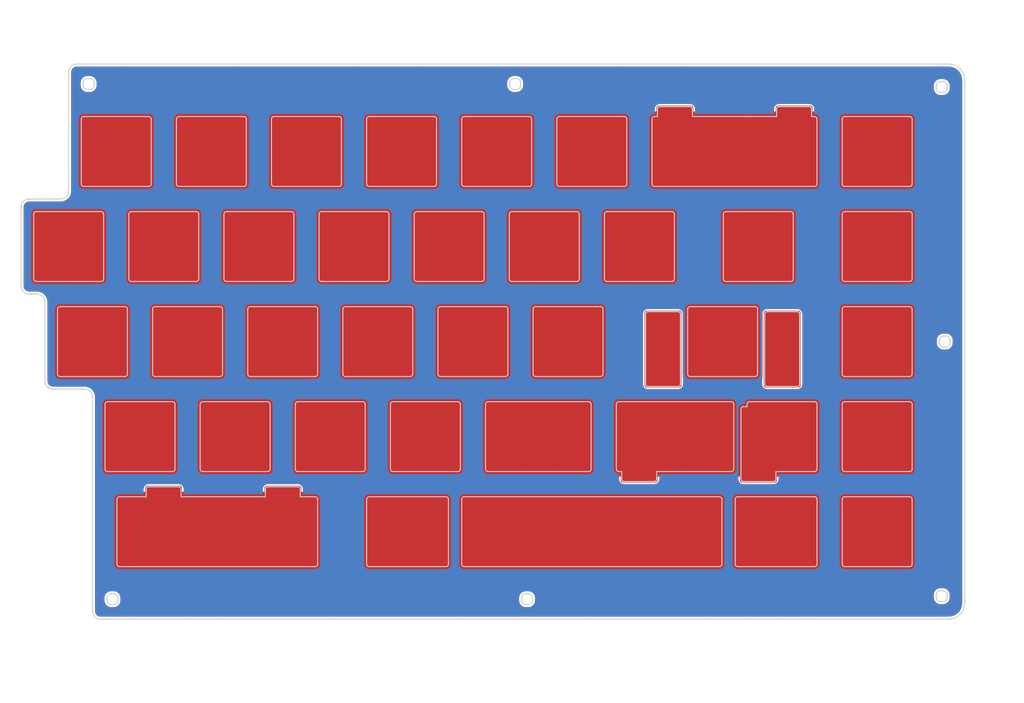
<source format=kicad_pcb>
(kicad_pcb (version 20190605) (host pcbnew "(5.1.0-1458-gf057bfc7c)")
  (layers (0 "F.Cu" signal) (31 "B.Cu" signal) (34 "B.Paste" user) (35 "F.Paste" user) (36 "B.SilkS" user) (37 "F.SilkS" user) (38 "B.Mask" user) (39 "F.Mask" user) (44 "Edge.Cuts" user))
  (net 0 "")
  (module "Keebio-Parts:MX_FMask-2u" (layer "F.Cu") (at 50.06656 108.346224 180)
    (fp_text reference "REF**" hide)
    (fp_text value "MX-Alps_Switch_Cutout" hide)
    (pad "1" smd roundrect (at 11.9375 1.5) (size 7.4 15.4) (layers "F.Cu" "F.Mask") (roundrect_rratio 0.063))
    (pad "1" smd roundrect (at -11.9375 1.5) (size 7.4 15.4) (layers "F.Cu" "F.Mask") (roundrect_rratio 0.063))
    (pad "1" smd roundrect (at 0 0) (size 16 16) (layers "F.Cu" "F.Mask") (roundrect_rratio 0.063))
  )
  (module "Keebio-Parts:MX_FMask-2u" (layer "F.Cu") (at 145.31656 89.296224)
    (fp_text reference "REF**" hide)
    (fp_text value "MX-Alps_Switch_Cutout" hide)
    (pad "1" smd roundrect (at 0 0 180) (size 16 16) (layers "F.Cu" "F.Mask") (roundrect_rratio 0.063))
    (pad "1" smd roundrect (at -11.9375 1.5 180) (size 7.4 15.4) (layers "F.Cu" "F.Mask") (roundrect_rratio 0.063))
    (pad "1" smd roundrect (at 11.9375 1.5 180) (size 7.4 15.4) (layers "F.Cu" "F.Mask") (roundrect_rratio 0.063))
  )
  (module "Keebio-Parts:MX_FMask-2u" (layer "F.Cu") (at 152.46031 32.146224 180)
    (fp_text reference "REF**" hide)
    (fp_text value "MX-Alps_Switch_Cutout" hide)
    (pad "1" smd roundrect (at 0 0) (size 16 16) (layers "F.Cu" "F.Mask") (roundrect_rratio 0.063))
    (pad "1" smd roundrect (at -11.9375 1.5) (size 7.4 15.4) (layers "F.Cu" "F.Mask") (roundrect_rratio 0.063))
    (pad "1" smd roundrect (at 11.9375 1.5) (size 7.4 15.4) (layers "F.Cu" "F.Mask") (roundrect_rratio 0.063))
  )
  (module "Keebio-Parts:MX_FMask-2u" (layer "F.Cu") (at 150.07906 70.246224)
    (fp_text reference "REF**" hide)
    (fp_text value "MX-Alps_Switch_Cutout" hide)
    (pad "1" smd roundrect (at 11.9375 1.5 180) (size 7.4 15.4) (layers "F.Cu" "F.Mask") (roundrect_rratio 0.063))
    (pad "1" smd roundrect (at -11.9375 1.5 180) (size 7.4 15.4) (layers "F.Cu" "F.Mask") (roundrect_rratio 0.063))
    (pad "1" smd roundrect (at 0 0 180) (size 16 16) (layers "F.Cu" "F.Mask") (roundrect_rratio 0.063))
  )
  (module "Keebio-Parts:MX_FMask" (layer "F.Cu") (at 159.60406 108.346224)
    (fp_text reference "REF**" hide)
    (fp_text value "MX_FMask" hide)
    (pad "1" smd roundrect (at 0 0 180) (size 16 16) (layers "F.Cu" "F.Mask") (roundrect_rratio 0.063))
  )
  (module "Keebio-Parts:MX_FMask" (layer "F.Cu") (at 128.64781 108.346224)
    (fp_text reference "REF**" hide)
    (fp_text value "MX_FMask" hide)
    (pad "1" smd roundrect (at 0 0 180) (size 16 16) (layers "F.Cu" "F.Mask") (roundrect_rratio 0.063))
  )
  (module "Keebio-Parts:MX_FMask" (layer "F.Cu") (at 161.98531 108.346224)
    (fp_text reference "REF**" hide)
    (fp_text value "MX_FMask" hide)
    (pad "1" smd roundrect (at 0 0 180) (size 16 16) (layers "F.Cu" "F.Mask") (roundrect_rratio 0.063))
  )
  (module "Keebio-Parts:MX_FMask" (layer "F.Cu") (at 142.93531 108.346224)
    (fp_text reference "REF**" hide)
    (fp_text value "MX_FMask" hide)
    (pad "1" smd roundrect (at 0 0 180) (size 16 16) (layers "F.Cu" "F.Mask") (roundrect_rratio 0.063))
  )
  (module "Keebio-Parts:MX_FMask" (layer "F.Cu") (at 119.12281 108.346224)
    (fp_text reference "REF**" hide)
    (fp_text value "MX_FMask" hide)
    (pad "1" smd roundrect (at 0 0 180) (size 16 16) (layers "F.Cu" "F.Mask") (roundrect_rratio 0.063))
  )
  (module "Keebio-Parts:MX_FMask" (layer "F.Cu") (at 104.83531 108.346224)
    (fp_text reference "REF**" hide)
    (fp_text value "MX_FMask" hide)
    (pad "1" smd roundrect (at 0 0 180) (size 16 16) (layers "F.Cu" "F.Mask") (roundrect_rratio 0.063))
  )
  (module "Keebio-Parts:MX_FMask" (layer "F.Cu") (at 85.78531 108.346224)
    (fp_text reference "REF**" hide)
    (fp_text value "MX_FMask" hide)
    (pad "1" smd roundrect (at 0 0 180) (size 16 16) (layers "F.Cu" "F.Mask") (roundrect_rratio 0.063))
  )
  (module "Keebio-Parts:MX_FMask" (layer "F.Cu") (at 88.16656 108.346224)
    (fp_text reference "REF**" hide)
    (fp_text value "MX_FMask" hide)
    (pad "1" smd roundrect (at 0 0 180) (size 16 16) (layers "F.Cu" "F.Mask") (roundrect_rratio 0.063))
  )
  (module "Keebio-Parts:MX_FMask" (layer "F.Cu") (at 61.97281 108.346224)
    (fp_text reference "REF**" hide)
    (fp_text value "MX_FMask" hide)
    (pad "1" smd roundrect (at 0 0 180) (size 16 16) (layers "F.Cu" "F.Mask") (roundrect_rratio 0.063))
  )
  (module "Keebio-Parts:MX_FMask" (layer "F.Cu") (at 35.77906 108.346224)
    (fp_text reference "REF**" hide)
    (fp_text value "MX_FMask" hide)
    (pad "1" smd roundrect (at 0 0 180) (size 16 16) (layers "F.Cu" "F.Mask") (roundrect_rratio 0.063))
  )
  (module "Keebio-Parts:MX_FMask" (layer "F.Cu") (at 159.60406 89.296224)
    (fp_text reference "REF**" hide)
    (fp_text value "MX_FMask" hide)
    (pad "1" smd roundrect (at 0 0 180) (size 16 16) (layers "F.Cu" "F.Mask") (roundrect_rratio 0.063))
  )
  (module "Keebio-Parts:MX_FMask" (layer "F.Cu") (at 161.98531 89.296224)
    (fp_text reference "REF**" hide)
    (fp_text value "MX_FMask" hide)
    (pad "1" smd roundrect (at 0 0 180) (size 16 16) (layers "F.Cu" "F.Mask") (roundrect_rratio 0.063))
  )
  (module "Keebio-Parts:MX_FMask" (layer "F.Cu") (at 135.79156 89.296224)
    (fp_text reference "REF**" hide)
    (fp_text value "MX_FMask" hide)
    (pad "1" smd roundrect (at 0 0 180) (size 16 16) (layers "F.Cu" "F.Mask") (roundrect_rratio 0.063))
  )
  (module "Keebio-Parts:MX_FMask" (layer "F.Cu") (at 116.74156 89.296224)
    (fp_text reference "REF**" hide)
    (fp_text value "MX_FMask" hide)
    (pad "1" smd roundrect (at 0 0 180) (size 16 16) (layers "F.Cu" "F.Mask") (roundrect_rratio 0.063))
  )
  (module "Keebio-Parts:MX_FMask" (layer "F.Cu") (at 109.59781 89.296224)
    (fp_text reference "REF**" hide)
    (fp_text value "MX_FMask" hide)
    (pad "1" smd roundrect (at 0 0 180) (size 16 16) (layers "F.Cu" "F.Mask") (roundrect_rratio 0.063))
  )
  (module "Keebio-Parts:MX_FMask" (layer "F.Cu") (at 90.54781 89.296224)
    (fp_text reference "REF**" hide)
    (fp_text value "MX_FMask" hide)
    (pad "1" smd roundrect (at 0 0 180) (size 16 16) (layers "F.Cu" "F.Mask") (roundrect_rratio 0.063))
  )
  (module "Keebio-Parts:MX_FMask" (layer "F.Cu") (at 71.49781 89.296224)
    (fp_text reference "REF**" hide)
    (fp_text value "MX_FMask" hide)
    (pad "1" smd roundrect (at 0 0 180) (size 16 16) (layers "F.Cu" "F.Mask") (roundrect_rratio 0.063))
  )
  (module "Keebio-Parts:MX_FMask" (layer "F.Cu") (at 52.44781 89.296224)
    (fp_text reference "REF**" hide)
    (fp_text value "MX_FMask" hide)
    (pad "1" smd roundrect (at 0 0 180) (size 16 16) (layers "F.Cu" "F.Mask") (roundrect_rratio 0.063))
  )
  (module "Keebio-Parts:MX_FMask" (layer "F.Cu") (at 33.39781 89.296224)
    (fp_text reference "REF**" hide)
    (fp_text value "MX_FMask" hide)
    (pad "1" smd roundrect (at 0 0 180) (size 16 16) (layers "F.Cu" "F.Mask") (roundrect_rratio 0.063))
  )
  (module "Keebio-Parts:MX_FMask" (layer "F.Cu") (at 119.12281 70.246224)
    (fp_text reference "REF**" hide)
    (fp_text value "MX_FMask" hide)
    (pad "1" smd roundrect (at 0 0 180) (size 16 16) (layers "F.Cu" "F.Mask") (roundrect_rratio 0.063))
  )
  (module "Keebio-Parts:MX_FMask" (layer "F.Cu") (at 100.07281 70.246224)
    (fp_text reference "REF**" hide)
    (fp_text value "MX_FMask" hide)
    (pad "1" smd roundrect (at 0 0 180) (size 16 16) (layers "F.Cu" "F.Mask") (roundrect_rratio 0.063))
  )
  (module "Keebio-Parts:MX_FMask" (layer "F.Cu") (at 81.02281 70.246224)
    (fp_text reference "REF**" hide)
    (fp_text value "MX_FMask" hide)
    (pad "1" smd roundrect (at 0 0 180) (size 16 16) (layers "F.Cu" "F.Mask") (roundrect_rratio 0.063))
  )
  (module "Keebio-Parts:MX_FMask" (layer "F.Cu") (at 61.97281 70.246224)
    (fp_text reference "REF**" hide)
    (fp_text value "MX_FMask" hide)
    (pad "1" smd roundrect (at 0 0 180) (size 16 16) (layers "F.Cu" "F.Mask") (roundrect_rratio 0.063))
  )
  (module "Keebio-Parts:MX_FMask" (layer "F.Cu") (at 42.92281 70.246224)
    (fp_text reference "REF**" hide)
    (fp_text value "MX_FMask" hide)
    (pad "1" smd roundrect (at 0 0 180) (size 16 16) (layers "F.Cu" "F.Mask") (roundrect_rratio 0.063))
  )
  (module "Keebio-Parts:MX_FMask" (layer "F.Cu") (at 23.87281 70.246224)
    (fp_text reference "REF**" hide)
    (fp_text value "MX_FMask" hide)
    (pad "1" smd roundrect (at 0 0 180) (size 16 16) (layers "F.Cu" "F.Mask") (roundrect_rratio 0.063))
  )
  (module "Keebio-Parts:MX_FMask" (layer "F.Cu") (at 181.03531 108.346224)
    (fp_text reference "REF**" hide)
    (fp_text value "MX_FMask" hide)
    (pad "1" smd roundrect (at 0 0 180) (size 16 16) (layers "F.Cu" "F.Mask") (roundrect_rratio 0.063))
  )
  (module "Keebio-Parts:MX_FMask" (layer "F.Cu") (at 181.03531 89.296224)
    (fp_text reference "REF**" hide)
    (fp_text value "MX_FMask" hide)
    (pad "1" smd roundrect (at 0 0 180) (size 16 16) (layers "F.Cu" "F.Mask") (roundrect_rratio 0.063))
  )
  (module "Keebio-Parts:MX_FMask" (layer "F.Cu") (at 181.03531 70.246224)
    (fp_text reference "REF**" hide)
    (fp_text value "MX_FMask" hide)
    (pad "1" smd roundrect (at 0 0 180) (size 16 16) (layers "F.Cu" "F.Mask") (roundrect_rratio 0.063))
  )
  (module "Keebio-Parts:MX_FMask" (layer "F.Cu") (at 181.03531 51.196224)
    (fp_text reference "REF**" hide)
    (fp_text value "MX_FMask" hide)
    (pad "1" smd roundrect (at 0 0 180) (size 16 16) (layers "F.Cu" "F.Mask") (roundrect_rratio 0.063))
  )
  (module "Keebio-Parts:MX_FMask" (layer "F.Cu") (at 157.22281 51.196224)
    (fp_text reference "REF**" hide)
    (fp_text value "MX_FMask" hide)
    (pad "1" smd roundrect (at 0 0 180) (size 16 16) (layers "F.Cu" "F.Mask") (roundrect_rratio 0.063))
  )
  (module "Keebio-Parts:MX_FMask" (layer "F.Cu") (at 133.41031 51.196224)
    (fp_text reference "REF**" hide)
    (fp_text value "MX_FMask" hide)
    (pad "1" smd roundrect (at 0 0 180) (size 16 16) (layers "F.Cu" "F.Mask") (roundrect_rratio 0.063))
  )
  (module "Keebio-Parts:MX_FMask" (layer "F.Cu") (at 114.36031 51.196224)
    (fp_text reference "REF**" hide)
    (fp_text value "MX_FMask" hide)
    (pad "1" smd roundrect (at 0 0 180) (size 16 16) (layers "F.Cu" "F.Mask") (roundrect_rratio 0.063))
  )
  (module "Keebio-Parts:MX_FMask" (layer "F.Cu") (at 95.31031 51.196224)
    (fp_text reference "REF**" hide)
    (fp_text value "MX_FMask" hide)
    (pad "1" smd roundrect (at 0 0 180) (size 16 16) (layers "F.Cu" "F.Mask") (roundrect_rratio 0.063))
  )
  (module "Keebio-Parts:MX_FMask" (layer "F.Cu") (at 76.26031 51.196224)
    (fp_text reference "REF**" hide)
    (fp_text value "MX_FMask" hide)
    (pad "1" smd roundrect (at 0 0 180) (size 16 16) (layers "F.Cu" "F.Mask") (roundrect_rratio 0.063))
  )
  (module "Keebio-Parts:MX_FMask" (layer "F.Cu") (at 57.21031 51.196224)
    (fp_text reference "REF**" hide)
    (fp_text value "MX_FMask" hide)
    (pad "1" smd roundrect (at 0 0 180) (size 16 16) (layers "F.Cu" "F.Mask") (roundrect_rratio 0.063))
  )
  (module "Keebio-Parts:MX_FMask" (layer "F.Cu") (at 38.16031 51.196224)
    (fp_text reference "REF**" hide)
    (fp_text value "MX_FMask" hide)
    (pad "1" smd roundrect (at 0 0 180) (size 16 16) (layers "F.Cu" "F.Mask") (roundrect_rratio 0.063))
  )
  (module "Keebio-Parts:MX_FMask" (layer "F.Cu") (at 19.11031 51.196224)
    (fp_text reference "REF**" hide)
    (fp_text value "MX_FMask" hide)
    (pad "1" smd roundrect (at 0 0 180) (size 16 16) (layers "F.Cu" "F.Mask") (roundrect_rratio 0.063))
  )
  (module "Keebio-Parts:MX_FMask" (layer "F.Cu") (at 181.03531 32.146224)
    (fp_text reference "REF**" hide)
    (fp_text value "MX_FMask" hide)
    (pad "1" smd roundrect (at 0 0 180) (size 16 16) (layers "F.Cu" "F.Mask") (roundrect_rratio 0.063))
  )
  (module "Keebio-Parts:MX_FMask" (layer "F.Cu") (at 161.98531 32.146224)
    (fp_text reference "REF**" hide)
    (fp_text value "MX_FMask" hide)
    (pad "1" smd roundrect (at 0 0 180) (size 16 16) (layers "F.Cu" "F.Mask") (roundrect_rratio 0.063))
  )
  (module "Keebio-Parts:MX_FMask" (layer "F.Cu") (at 142.93531 32.146224)
    (fp_text reference "REF**" hide)
    (fp_text value "MX_FMask" hide)
    (pad "1" smd roundrect (at 0 0 180) (size 16 16) (layers "F.Cu" "F.Mask") (roundrect_rratio 0.063))
  )
  (module "Keebio-Parts:MX_FMask" (layer "F.Cu") (at 123.88531 32.146224)
    (fp_text reference "REF**" hide)
    (fp_text value "MX_FMask" hide)
    (pad "1" smd roundrect (at 0 0 180) (size 16 16) (layers "F.Cu" "F.Mask") (roundrect_rratio 0.063))
  )
  (module "Keebio-Parts:MX_FMask" (layer "F.Cu") (at 104.83531 32.146224)
    (fp_text reference "REF**" hide)
    (fp_text value "MX_FMask" hide)
    (pad "1" smd roundrect (at 0 0 180) (size 16 16) (layers "F.Cu" "F.Mask") (roundrect_rratio 0.063))
  )
  (module "Keebio-Parts:MX_FMask" (layer "F.Cu") (at 85.78531 32.146224)
    (fp_text reference "REF**" hide)
    (fp_text value "MX_FMask" hide)
    (pad "1" smd roundrect (at 0 0 180) (size 16 16) (layers "F.Cu" "F.Mask") (roundrect_rratio 0.063))
  )
  (module "Keebio-Parts:MX_FMask" (layer "F.Cu") (at 66.73531 32.146224)
    (fp_text reference "REF**" hide)
    (fp_text value "MX_FMask" hide)
    (pad "1" smd roundrect (at 0 0 180) (size 16 16) (layers "F.Cu" "F.Mask") (roundrect_rratio 0.063))
  )
  (module "Keebio-Parts:MX_FMask" (layer "F.Cu") (at 47.68531 32.146224)
    (fp_text reference "REF**" hide)
    (fp_text value "MX_FMask" hide)
    (pad "1" smd roundrect (at 0 0 180) (size 16 16) (layers "F.Cu" "F.Mask") (roundrect_rratio 0.063))
  )
  (module "Keebio-Parts:MX_FMask" (layer "F.Cu") (at 28.63531 32.146224)
    (fp_text reference "REF**" hide)
    (fp_text value "MX_FMask" hide)
    (pad "1" smd roundrect (at 0 0 180) (size 16 16) (layers "F.Cu" "F.Mask") (roundrect_rratio 0.063))
  )
  (gr_curve (pts (xy 25.61031 58.196224) (xy 25.61031 58.196224) (xy 12.61031 58.196224) (xy 12.61031 58.196224)) (layer "Edge.Cuts") (width 0.2))
  (gr_curve (pts (xy 26.11031 44.696224) (xy 26.11031 44.696224) (xy 26.11031 57.696224) (xy 26.11031 57.696224)) (layer "Edge.Cuts") (width 0.2))
  (gr_curve (pts (xy 25.61031 44.196224) (xy 25.886452 44.196224) (xy 26.11031 44.420082) (xy 26.11031 44.696224)) (layer "Edge.Cuts") (width 0.2))
  (gr_curve (pts (xy 12.61031 44.196224) (xy 12.61031 44.196224) (xy 25.61031 44.196224) (xy 25.61031 44.196224)) (layer "Edge.Cuts") (width 0.2))
  (gr_curve (pts (xy 12.11031 44.696224) (xy 12.11031 44.420082) (xy 12.334167 44.196224) (xy 12.61031 44.196224)) (layer "Edge.Cuts") (width 0.2))
  (gr_curve (pts (xy 12.11031 57.696224) (xy 12.11031 57.696224) (xy 12.11031 44.696224) (xy 12.11031 44.696224)) (layer "Edge.Cuts") (width 0.2))
  (gr_curve (pts (xy 174.53531 39.146224) (xy 174.259167 39.146224) (xy 174.03531 38.922367) (xy 174.03531 38.646224)) (layer "Edge.Cuts") (width 0.2))
  (gr_curve (pts (xy 187.53531 39.146224) (xy 187.53531 39.146224) (xy 174.53531 39.146224) (xy 174.53531 39.146224)) (layer "Edge.Cuts") (width 0.2))
  (gr_curve (pts (xy 188.03531 38.646224) (xy 188.03531 38.922367) (xy 187.811452 39.146224) (xy 187.53531 39.146224)) (layer "Edge.Cuts") (width 0.2))
  (gr_curve (pts (xy 188.03531 25.646224) (xy 188.03531 25.646224) (xy 188.03531 38.646224) (xy 188.03531 38.646224)) (layer "Edge.Cuts") (width 0.2))
  (gr_curve (pts (xy 187.53531 25.146224) (xy 187.811452 25.146224) (xy 188.03531 25.370082) (xy 188.03531 25.646224)) (layer "Edge.Cuts") (width 0.2))
  (gr_curve (pts (xy 174.53531 25.146224) (xy 174.53531 25.146224) (xy 187.53531 25.146224) (xy 187.53531 25.146224)) (layer "Edge.Cuts") (width 0.2))
  (gr_curve (pts (xy 174.03531 25.646224) (xy 174.03531 25.370082) (xy 174.259167 25.146224) (xy 174.53531 25.146224)) (layer "Edge.Cuts") (width 0.2))
  (gr_curve (pts (xy 174.03531 38.646224) (xy 174.03531 38.646224) (xy 174.03531 25.646224) (xy 174.03531 25.646224)) (layer "Edge.Cuts") (width 0.2))
  (gr_curve (pts (xy 117.38531 39.146224) (xy 117.109167 39.146224) (xy 116.88531 38.922367) (xy 116.88531 38.646224)) (layer "Edge.Cuts") (width 0.2))
  (gr_curve (pts (xy 130.38531 39.146224) (xy 130.38531 39.146224) (xy 117.38531 39.146224) (xy 117.38531 39.146224)) (layer "Edge.Cuts") (width 0.2))
  (gr_curve (pts (xy 130.88531 38.646224) (xy 130.88531 38.922367) (xy 130.661452 39.146224) (xy 130.38531 39.146224)) (layer "Edge.Cuts") (width 0.2))
  (gr_curve (pts (xy 130.88531 25.646224) (xy 130.88531 25.646224) (xy 130.88531 38.646224) (xy 130.88531 38.646224)) (layer "Edge.Cuts") (width 0.2))
  (gr_curve (pts (xy 130.38531 25.146224) (xy 130.661452 25.146224) (xy 130.88531 25.370082) (xy 130.88531 25.646224)) (layer "Edge.Cuts") (width 0.2))
  (gr_curve (pts (xy 117.38531 25.146224) (xy 117.38531 25.146224) (xy 130.38531 25.146224) (xy 130.38531 25.146224)) (layer "Edge.Cuts") (width 0.2))
  (gr_curve (pts (xy 116.88531 25.646224) (xy 116.88531 25.370082) (xy 117.109167 25.146224) (xy 117.38531 25.146224)) (layer "Edge.Cuts") (width 0.2))
  (gr_curve (pts (xy 116.88531 38.646224) (xy 116.88531 38.646224) (xy 116.88531 25.646224) (xy 116.88531 25.646224)) (layer "Edge.Cuts") (width 0.2))
  (gr_curve (pts (xy 98.33531 39.146224) (xy 98.059167 39.146224) (xy 97.83531 38.922367) (xy 97.83531 38.646224)) (layer "Edge.Cuts") (width 0.2))
  (gr_curve (pts (xy 111.33531 39.146224) (xy 111.33531 39.146224) (xy 98.33531 39.146224) (xy 98.33531 39.146224)) (layer "Edge.Cuts") (width 0.2))
  (gr_curve (pts (xy 111.83531 38.646224) (xy 111.83531 38.922367) (xy 111.611452 39.146224) (xy 111.33531 39.146224)) (layer "Edge.Cuts") (width 0.2))
  (gr_curve (pts (xy 111.83531 25.646224) (xy 111.83531 25.646224) (xy 111.83531 38.646224) (xy 111.83531 38.646224)) (layer "Edge.Cuts") (width 0.2))
  (gr_curve (pts (xy 111.33531 25.146224) (xy 111.611452 25.146224) (xy 111.83531 25.370082) (xy 111.83531 25.646224)) (layer "Edge.Cuts") (width 0.2))
  (gr_curve (pts (xy 98.33531 25.146224) (xy 98.33531 25.146224) (xy 111.33531 25.146224) (xy 111.33531 25.146224)) (layer "Edge.Cuts") (width 0.2))
  (gr_curve (pts (xy 97.83531 25.646224) (xy 97.83531 25.370082) (xy 98.059167 25.146224) (xy 98.33531 25.146224)) (layer "Edge.Cuts") (width 0.2))
  (gr_curve (pts (xy 97.83531 38.646224) (xy 97.83531 38.646224) (xy 97.83531 25.646224) (xy 97.83531 25.646224)) (layer "Edge.Cuts") (width 0.2))
  (gr_curve (pts (xy 79.28531 39.146224) (xy 79.009167 39.146224) (xy 78.78531 38.922367) (xy 78.78531 38.646224)) (layer "Edge.Cuts") (width 0.2))
  (gr_curve (pts (xy 92.28531 39.146224) (xy 92.28531 39.146224) (xy 79.28531 39.146224) (xy 79.28531 39.146224)) (layer "Edge.Cuts") (width 0.2))
  (gr_curve (pts (xy 92.78531 38.646224) (xy 92.78531 38.922367) (xy 92.561452 39.146224) (xy 92.28531 39.146224)) (layer "Edge.Cuts") (width 0.2))
  (gr_curve (pts (xy 92.78531 25.646224) (xy 92.78531 25.646224) (xy 92.78531 38.646224) (xy 92.78531 38.646224)) (layer "Edge.Cuts") (width 0.2))
  (gr_curve (pts (xy 92.28531 25.146224) (xy 92.561452 25.146224) (xy 92.78531 25.370082) (xy 92.78531 25.646224)) (layer "Edge.Cuts") (width 0.2))
  (gr_curve (pts (xy 79.28531 25.146224) (xy 79.28531 25.146224) (xy 92.28531 25.146224) (xy 92.28531 25.146224)) (layer "Edge.Cuts") (width 0.2))
  (gr_curve (pts (xy 78.78531 25.646224) (xy 78.78531 25.370082) (xy 79.009167 25.146224) (xy 79.28531 25.146224)) (layer "Edge.Cuts") (width 0.2))
  (gr_curve (pts (xy 78.78531 38.646224) (xy 78.78531 38.646224) (xy 78.78531 25.646224) (xy 78.78531 25.646224)) (layer "Edge.Cuts") (width 0.2))
  (gr_curve (pts (xy 60.23531 39.146224) (xy 59.959167 39.146224) (xy 59.73531 38.922367) (xy 59.73531 38.646224)) (layer "Edge.Cuts") (width 0.2))
  (gr_curve (pts (xy 73.23531 39.146224) (xy 73.23531 39.146224) (xy 60.23531 39.146224) (xy 60.23531 39.146224)) (layer "Edge.Cuts") (width 0.2))
  (gr_curve (pts (xy 73.73531 38.646224) (xy 73.73531 38.922367) (xy 73.511452 39.146224) (xy 73.23531 39.146224)) (layer "Edge.Cuts") (width 0.2))
  (gr_curve (pts (xy 73.73531 25.646224) (xy 73.73531 25.646224) (xy 73.73531 38.646224) (xy 73.73531 38.646224)) (layer "Edge.Cuts") (width 0.2))
  (gr_curve (pts (xy 73.23531 25.146224) (xy 73.511452 25.146224) (xy 73.73531 25.370082) (xy 73.73531 25.646224)) (layer "Edge.Cuts") (width 0.2))
  (gr_curve (pts (xy 60.23531 25.146224) (xy 60.23531 25.146224) (xy 73.23531 25.146224) (xy 73.23531 25.146224)) (layer "Edge.Cuts") (width 0.2))
  (gr_curve (pts (xy 59.73531 25.646224) (xy 59.73531 25.370082) (xy 59.959167 25.146224) (xy 60.23531 25.146224)) (layer "Edge.Cuts") (width 0.2))
  (gr_curve (pts (xy 59.73531 38.646224) (xy 59.73531 38.646224) (xy 59.73531 25.646224) (xy 59.73531 25.646224)) (layer "Edge.Cuts") (width 0.2))
  (gr_curve (pts (xy 41.18531 39.146224) (xy 40.909167 39.146224) (xy 40.68531 38.922367) (xy 40.68531 38.646224)) (layer "Edge.Cuts") (width 0.2))
  (gr_curve (pts (xy 54.18531 39.146224) (xy 54.18531 39.146224) (xy 41.18531 39.146224) (xy 41.18531 39.146224)) (layer "Edge.Cuts") (width 0.2))
  (gr_curve (pts (xy 54.68531 38.646224) (xy 54.68531 38.922367) (xy 54.461452 39.146224) (xy 54.18531 39.146224)) (layer "Edge.Cuts") (width 0.2))
  (gr_curve (pts (xy 54.68531 25.646224) (xy 54.68531 25.646224) (xy 54.68531 38.646224) (xy 54.68531 38.646224)) (layer "Edge.Cuts") (width 0.2))
  (gr_curve (pts (xy 54.18531 25.146224) (xy 54.461452 25.146224) (xy 54.68531 25.370082) (xy 54.68531 25.646224)) (layer "Edge.Cuts") (width 0.2))
  (gr_curve (pts (xy 41.18531 25.146224) (xy 41.18531 25.146224) (xy 54.18531 25.146224) (xy 54.18531 25.146224)) (layer "Edge.Cuts") (width 0.2))
  (gr_curve (pts (xy 40.68531 25.646224) (xy 40.68531 25.370082) (xy 40.909167 25.146224) (xy 41.18531 25.146224)) (layer "Edge.Cuts") (width 0.2))
  (gr_curve (pts (xy 40.68531 38.646224) (xy 40.68531 38.646224) (xy 40.68531 25.646224) (xy 40.68531 25.646224)) (layer "Edge.Cuts") (width 0.2))
  (gr_curve (pts (xy 22.13531 39.146224) (xy 21.859167 39.146224) (xy 21.63531 38.922367) (xy 21.63531 38.646224)) (layer "Edge.Cuts") (width 0.2))
  (gr_curve (pts (xy 35.13531 39.146224) (xy 35.13531 39.146224) (xy 22.13531 39.146224) (xy 22.13531 39.146224)) (layer "Edge.Cuts") (width 0.2))
  (gr_curve (pts (xy 35.63531 38.646224) (xy 35.63531 38.922367) (xy 35.411452 39.146224) (xy 35.13531 39.146224)) (layer "Edge.Cuts") (width 0.2))
  (gr_curve (pts (xy 35.63531 25.646224) (xy 35.63531 25.646224) (xy 35.63531 38.646224) (xy 35.63531 38.646224)) (layer "Edge.Cuts") (width 0.2))
  (gr_curve (pts (xy 35.13531 25.146224) (xy 35.411452 25.146224) (xy 35.63531 25.370082) (xy 35.63531 25.646224)) (layer "Edge.Cuts") (width 0.2))
  (gr_curve (pts (xy 22.13531 25.146224) (xy 22.13531 25.146224) (xy 35.13531 25.146224) (xy 35.13531 25.146224)) (layer "Edge.Cuts") (width 0.2))
  (gr_curve (pts (xy 21.63531 25.646224) (xy 21.63531 25.370082) (xy 21.859167 25.146224) (xy 22.13531 25.146224)) (layer "Edge.Cuts") (width 0.2))
  (gr_curve (pts (xy 21.63531 38.646224) (xy 21.63531 38.646224) (xy 21.63531 25.646224) (xy 21.63531 25.646224)) (layer "Edge.Cuts") (width 0.2))
  (gr_curve (pts (xy 168.985313 101.846234) (xy 168.985313 101.570088) (xy 168.761446 101.346221) (xy 168.4853 101.346221)) (layer "Edge.Cuts") (width 0.2))
  (gr_curve (pts (xy 168.985313 114.846215) (xy 168.985313 114.846215) (xy 168.985313 101.846234) (xy 168.985313 101.846234)) (layer "Edge.Cuts") (width 0.2))
  (gr_curve (pts (xy 168.4853 115.346228) (xy 168.761446 115.346228) (xy 168.985313 115.122361) (xy 168.985313 114.846215)) (layer "Edge.Cuts") (width 0.2))
  (gr_curve (pts (xy 166.10405 115.346228) (xy 166.10405 115.346228) (xy 168.4853 115.346228) (xy 168.4853 115.346228)) (layer "Edge.Cuts") (width 0.2))
  (gr_curve (pts (xy 155.485319 115.346228) (xy 155.485319 115.346228) (xy 166.10405 115.346228) (xy 166.10405 115.346228)) (layer "Edge.Cuts") (width 0.2))
  (gr_curve (pts (xy 153.104069 115.346228) (xy 153.104069 115.346228) (xy 155.485319 115.346228) (xy 155.485319 115.346228)) (layer "Edge.Cuts") (width 0.2))
  (gr_curve (pts (xy 152.604056 114.846215) (xy 152.604056 115.122361) (xy 152.827923 115.346228) (xy 153.104069 115.346228)) (layer "Edge.Cuts") (width 0.2))
  (gr_curve (pts (xy 152.604056 101.846234) (xy 152.604056 101.846234) (xy 152.604056 114.846215) (xy 152.604056 114.846215)) (layer "Edge.Cuts") (width 0.2))
  (gr_curve (pts (xy 153.104069 101.346221) (xy 152.827923 101.346221) (xy 152.604056 101.570088) (xy 152.604056 101.846234)) (layer "Edge.Cuts") (width 0.2))
  (gr_curve (pts (xy 155.485319 101.346221) (xy 155.485319 101.346221) (xy 153.104069 101.346221) (xy 153.104069 101.346221)) (layer "Edge.Cuts") (width 0.2))
  (gr_curve (pts (xy 166.10405 101.346221) (xy 166.10405 101.346221) (xy 155.485319 101.346221) (xy 155.485319 101.346221)) (layer "Edge.Cuts") (width 0.2))
  (gr_curve (pts (xy 168.4853 101.346221) (xy 168.4853 101.346221) (xy 166.10405 101.346221) (xy 166.10405 101.346221)) (layer "Edge.Cuts") (width 0.2))
  (gr_curve (pts (xy 149.935313 101.846234) (xy 149.935313 101.570088) (xy 149.711446 101.346221) (xy 149.4353 101.346221)) (layer "Edge.Cuts") (width 0.2))
  (gr_curve (pts (xy 149.935313 114.846215) (xy 149.935313 114.846215) (xy 149.935313 101.846234) (xy 149.935313 101.846234)) (layer "Edge.Cuts") (width 0.2))
  (gr_curve (pts (xy 149.4353 115.346228) (xy 149.711446 115.346228) (xy 149.935313 115.122361) (xy 149.935313 114.846215)) (layer "Edge.Cuts") (width 0.2))
  (gr_curve (pts (xy 142.29155 115.346228) (xy 142.29155 115.346228) (xy 149.4353 115.346228) (xy 149.4353 115.346228)) (layer "Edge.Cuts") (width 0.2))
  (gr_curve (pts (xy 136.435319 115.346228) (xy 136.435319 115.346228) (xy 142.29155 115.346228) (xy 142.29155 115.346228)) (layer "Edge.Cuts") (width 0.2))
  (gr_curve (pts (xy 130.3853 115.346228) (xy 130.3853 115.346228) (xy 136.435319 115.346228) (xy 136.435319 115.346228)) (layer "Edge.Cuts") (width 0.2))
  (gr_curve (pts (xy 129.291569 115.346228) (xy 129.291569 115.346228) (xy 130.3853 115.346228) (xy 130.3853 115.346228)) (layer "Edge.Cuts") (width 0.2))
  (gr_curve (pts (xy 118.47905 115.346228) (xy 118.47905 115.346228) (xy 129.291569 115.346228) (xy 129.291569 115.346228)) (layer "Edge.Cuts") (width 0.2))
  (gr_curve (pts (xy 117.385319 115.346228) (xy 117.385319 115.346228) (xy 118.47905 115.346228) (xy 118.47905 115.346228)) (layer "Edge.Cuts") (width 0.2))
  (gr_curve (pts (xy 111.3353 115.346228) (xy 111.3353 115.346228) (xy 117.385319 115.346228) (xy 117.385319 115.346228)) (layer "Edge.Cuts") (width 0.2))
  (gr_curve (pts (xy 105.479069 115.346228) (xy 105.479069 115.346228) (xy 111.3353 115.346228) (xy 111.3353 115.346228)) (layer "Edge.Cuts") (width 0.2))
  (gr_curve (pts (xy 98.335319 115.346228) (xy 98.335319 115.346228) (xy 105.479069 115.346228) (xy 105.479069 115.346228)) (layer "Edge.Cuts") (width 0.2))
  (gr_curve (pts (xy 97.835306 114.846215) (xy 97.835306 115.122361) (xy 98.059173 115.346228) (xy 98.335319 115.346228)) (layer "Edge.Cuts") (width 0.2))
  (gr_curve (pts (xy 97.835306 101.846234) (xy 97.835306 101.846234) (xy 97.835306 114.846215) (xy 97.835306 114.846215)) (layer "Edge.Cuts") (width 0.2))
  (gr_curve (pts (xy 98.335319 101.346221) (xy 98.059173 101.346221) (xy 97.835306 101.570088) (xy 97.835306 101.846234)) (layer "Edge.Cuts") (width 0.2))
  (gr_curve (pts (xy 105.479069 101.346221) (xy 105.479069 101.346221) (xy 98.335319 101.346221) (xy 98.335319 101.346221)) (layer "Edge.Cuts") (width 0.2))
  (gr_curve (pts (xy 111.3353 101.346221) (xy 111.3353 101.346221) (xy 105.479069 101.346221) (xy 105.479069 101.346221)) (layer "Edge.Cuts") (width 0.2))
  (gr_curve (pts (xy 117.385319 101.346221) (xy 117.385319 101.346221) (xy 111.3353 101.346221) (xy 111.3353 101.346221)) (layer "Edge.Cuts") (width 0.2))
  (gr_curve (pts (xy 118.47905 101.346221) (xy 118.47905 101.346221) (xy 117.385319 101.346221) (xy 117.385319 101.346221)) (layer "Edge.Cuts") (width 0.2))
  (gr_curve (pts (xy 129.291569 101.346221) (xy 129.291569 101.346221) (xy 118.47905 101.346221) (xy 118.47905 101.346221)) (layer "Edge.Cuts") (width 0.2))
  (gr_curve (pts (xy 130.3853 101.346221) (xy 130.3853 101.346221) (xy 129.291569 101.346221) (xy 129.291569 101.346221)) (layer "Edge.Cuts") (width 0.2))
  (gr_curve (pts (xy 136.435319 101.346221) (xy 136.435319 101.346221) (xy 130.3853 101.346221) (xy 130.3853 101.346221)) (layer "Edge.Cuts") (width 0.2))
  (gr_curve (pts (xy 142.29155 101.346221) (xy 142.29155 101.346221) (xy 136.435319 101.346221) (xy 136.435319 101.346221)) (layer "Edge.Cuts") (width 0.2))
  (gr_curve (pts (xy 149.4353 101.346221) (xy 149.4353 101.346221) (xy 142.29155 101.346221) (xy 142.29155 101.346221)) (layer "Edge.Cuts") (width 0.2))
  (gr_curve (pts (xy 95.166563 101.846234) (xy 95.166563 101.570088) (xy 94.942696 101.346221) (xy 94.66655 101.346221)) (layer "Edge.Cuts") (width 0.2))
  (gr_curve (pts (xy 95.166563 114.846215) (xy 95.166563 114.846215) (xy 95.166563 101.846234) (xy 95.166563 101.846234)) (layer "Edge.Cuts") (width 0.2))
  (gr_curve (pts (xy 94.66655 115.346228) (xy 94.942696 115.346228) (xy 95.166563 115.122361) (xy 95.166563 114.846215)) (layer "Edge.Cuts") (width 0.2))
  (gr_curve (pts (xy 92.2853 115.346228) (xy 92.2853 115.346228) (xy 94.66655 115.346228) (xy 94.66655 115.346228)) (layer "Edge.Cuts") (width 0.2))
  (gr_curve (pts (xy 81.666569 115.346228) (xy 81.666569 115.346228) (xy 92.2853 115.346228) (xy 92.2853 115.346228)) (layer "Edge.Cuts") (width 0.2))
  (gr_curve (pts (xy 79.285319 115.346228) (xy 79.285319 115.346228) (xy 81.666569 115.346228) (xy 81.666569 115.346228)) (layer "Edge.Cuts") (width 0.2))
  (gr_curve (pts (xy 78.785306 114.846215) (xy 78.785306 115.122361) (xy 79.009173 115.346228) (xy 79.285319 115.346228)) (layer "Edge.Cuts") (width 0.2))
  (gr_curve (pts (xy 78.785306 101.846234) (xy 78.785306 101.846234) (xy 78.785306 114.846215) (xy 78.785306 114.846215)) (layer "Edge.Cuts") (width 0.2))
  (gr_curve (pts (xy 79.285319 101.346221) (xy 79.009173 101.346221) (xy 78.785306 101.570088) (xy 78.785306 101.846234)) (layer "Edge.Cuts") (width 0.2))
  (gr_curve (pts (xy 81.666569 101.346221) (xy 81.666569 101.346221) (xy 79.285319 101.346221) (xy 79.285319 101.346221)) (layer "Edge.Cuts") (width 0.2))
  (gr_curve (pts (xy 92.2853 101.346221) (xy 92.2853 101.346221) (xy 81.666569 101.346221) (xy 81.666569 101.346221)) (layer "Edge.Cuts") (width 0.2))
  (gr_curve (pts (xy 94.66655 101.346221) (xy 94.66655 101.346221) (xy 92.2853 101.346221) (xy 92.2853 101.346221)) (layer "Edge.Cuts") (width 0.2))
  (gr_curve (pts (xy 68.972813 114.846222) (xy 68.972813 115.122368) (xy 68.748946 115.346235) (xy 68.4728 115.346235)) (layer "Edge.Cuts") (width 0.2))
  (gr_curve (pts (xy 68.972813 101.846241) (xy 68.972813 101.846241) (xy 68.972813 114.846222) (xy 68.972813 114.846222)) (layer "Edge.Cuts") (width 0.2))
  (gr_curve (pts (xy 68.4728 101.346228) (xy 68.748946 101.346228) (xy 68.972813 101.570095) (xy 68.972813 101.846241)) (layer "Edge.Cuts") (width 0.2))
  (gr_curve (pts (xy 65.504549 101.346228) (xy 65.504549 101.346228) (xy 68.4728 101.346228) (xy 68.4728 101.346228)) (layer "Edge.Cuts") (width 0.2))
  (gr_curve (pts (xy 65.504549 99.846234) (xy 65.504549 99.846234) (xy 65.504549 101.346228) (xy 65.504549 101.346228)) (layer "Edge.Cuts") (width 0.2))
  (gr_curve (pts (xy 65.004558 99.346221) (xy 65.280704 99.346221) (xy 65.504549 99.570088) (xy 65.504549 99.846234)) (layer "Edge.Cuts") (width 0.2))
  (gr_curve (pts (xy 59.004558 99.346221) (xy 59.004558 99.346221) (xy 65.004558 99.346221) (xy 65.004558 99.346221)) (layer "Edge.Cuts") (width 0.2))
  (gr_curve (pts (xy 58.504567 99.846234) (xy 58.504567 99.570088) (xy 58.728412 99.346221) (xy 59.004558 99.346221)) (layer "Edge.Cuts") (width 0.2))
  (gr_curve (pts (xy 58.504567 101.346228) (xy 58.504567 101.346228) (xy 58.504567 99.846234) (xy 58.504567 99.846234)) (layer "Edge.Cuts") (width 0.2))
  (gr_curve (pts (xy 56.56655 101.346228) (xy 56.56655 101.346228) (xy 58.504567 101.346228) (xy 58.504567 101.346228)) (layer "Edge.Cuts") (width 0.2))
  (gr_curve (pts (xy 55.472819 101.346228) (xy 55.472819 101.346228) (xy 56.56655 101.346228) (xy 56.56655 101.346228)) (layer "Edge.Cuts") (width 0.2))
  (gr_curve (pts (xy 42.27905 101.346228) (xy 42.27905 101.346228) (xy 55.472819 101.346228) (xy 55.472819 101.346228)) (layer "Edge.Cuts") (width 0.2))
  (gr_curve (pts (xy 41.628552 101.346228) (xy 41.628552 101.346228) (xy 42.27905 101.346228) (xy 42.27905 101.346228)) (layer "Edge.Cuts") (width 0.2))
  (gr_curve (pts (xy 41.628552 99.846234) (xy 41.628552 99.846234) (xy 41.628552 101.346228) (xy 41.628552 101.346228)) (layer "Edge.Cuts") (width 0.2))
  (gr_curve (pts (xy 41.128561 99.346221) (xy 41.404707 99.346221) (xy 41.628552 99.570088) (xy 41.628552 99.846234)) (layer "Edge.Cuts") (width 0.2))
  (gr_curve (pts (xy 35.128561 99.346221) (xy 35.128561 99.346221) (xy 41.128561 99.346221) (xy 41.128561 99.346221)) (layer "Edge.Cuts") (width 0.2))
  (gr_curve (pts (xy 34.62857 99.846234) (xy 34.62857 99.570088) (xy 34.852415 99.346221) (xy 35.128561 99.346221)) (layer "Edge.Cuts") (width 0.2))
  (gr_curve (pts (xy 34.62857 101.346228) (xy 34.62857 101.346228) (xy 34.62857 99.846234) (xy 34.62857 99.846234)) (layer "Edge.Cuts") (width 0.2))
  (gr_curve (pts (xy 29.279069 101.346228) (xy 29.279069 101.346228) (xy 34.62857 101.346228) (xy 34.62857 101.346228)) (layer "Edge.Cuts") (width 0.2))
  (gr_curve (pts (xy 28.779056 101.846241) (xy 28.779056 101.570095) (xy 29.002923 101.346228) (xy 29.279069 101.346228)) (layer "Edge.Cuts") (width 0.2))
  (gr_curve (pts (xy 28.779056 114.846222) (xy 28.779056 114.846222) (xy 28.779056 101.846241) (xy 28.779056 101.846241)) (layer "Edge.Cuts") (width 0.2))
  (gr_curve (pts (xy 29.279069 115.346235) (xy 29.002923 115.346235) (xy 28.779056 115.122368) (xy 28.779056 114.846222)) (layer "Edge.Cuts") (width 0.2))
  (gr_curve (pts (xy 42.27905 115.346235) (xy 42.27905 115.346235) (xy 29.279069 115.346235) (xy 29.279069 115.346235)) (layer "Edge.Cuts") (width 0.2))
  (gr_curve (pts (xy 55.472819 115.346235) (xy 55.472819 115.346235) (xy 42.27905 115.346235) (xy 42.27905 115.346235)) (layer "Edge.Cuts") (width 0.2))
  (gr_curve (pts (xy 56.56655 115.346235) (xy 56.56655 115.346235) (xy 55.472819 115.346235) (xy 55.472819 115.346235)) (layer "Edge.Cuts") (width 0.2))
  (gr_curve (pts (xy 68.4728 115.346235) (xy 68.4728 115.346235) (xy 56.56655 115.346235) (xy 56.56655 115.346235)) (layer "Edge.Cuts") (width 0.2))
  (gr_curve (pts (xy 168.985313 82.796234) (xy 168.985313 82.520088) (xy 168.761446 82.296221) (xy 168.4853 82.296221)) (layer "Edge.Cuts") (width 0.2))
  (gr_curve (pts (xy 168.985313 95.796215) (xy 168.985313 95.796215) (xy 168.985313 82.796234) (xy 168.985313 82.796234)) (layer "Edge.Cuts") (width 0.2))
  (gr_curve (pts (xy 168.4853 96.296228) (xy 168.761446 96.296228) (xy 168.985313 96.072361) (xy 168.985313 95.796215)) (layer "Edge.Cuts") (width 0.2))
  (gr_curve (pts (xy 160.754549 96.296228) (xy 160.754549 96.296228) (xy 168.4853 96.296228) (xy 168.4853 96.296228)) (layer "Edge.Cuts") (width 0.2))
  (gr_curve (pts (xy 160.754549 97.796222) (xy 160.754549 97.796222) (xy 160.754549 96.296228) (xy 160.754549 96.296228)) (layer "Edge.Cuts") (width 0.2))
  (gr_curve (pts (xy 160.254558 98.296235) (xy 160.530704 98.296235) (xy 160.754549 98.072368) (xy 160.754549 97.796222)) (layer "Edge.Cuts") (width 0.2))
  (gr_curve (pts (xy 154.254558 98.296235) (xy 154.254558 98.296235) (xy 160.254558 98.296235) (xy 160.254558 98.296235)) (layer "Edge.Cuts") (width 0.2))
  (gr_curve (pts (xy 153.754567 97.796222) (xy 153.754567 98.072368) (xy 153.978412 98.296235) (xy 154.254558 98.296235)) (layer "Edge.Cuts") (width 0.2))
  (gr_curve (pts (xy 153.754567 83.796216) (xy 153.754567 83.796216) (xy 153.754567 97.796222) (xy 153.754567 97.796222)) (layer "Edge.Cuts") (width 0.2))
  (gr_curve (pts (xy 154.254558 83.296225) (xy 153.978412 83.296225) (xy 153.754567 83.520091) (xy 153.754567 83.796216)) (layer "Edge.Cuts") (width 0.2))
  (gr_curve (pts (xy 154.985306 83.296225) (xy 154.985306 83.296225) (xy 154.254558 83.296225) (xy 154.254558 83.296225)) (layer "Edge.Cuts") (width 0.2))
  (gr_curve (pts (xy 154.985306 82.796234) (xy 154.985306 82.796234) (xy 154.985306 83.296225) (xy 154.985306 83.296225)) (layer "Edge.Cuts") (width 0.2))
  (gr_curve (pts (xy 155.485319 82.296221) (xy 155.209173 82.296221) (xy 154.985306 82.520088) (xy 154.985306 82.796234)) (layer "Edge.Cuts") (width 0.2))
  (gr_curve (pts (xy 168.4853 82.296221) (xy 168.4853 82.296221) (xy 155.485319 82.296221) (xy 155.485319 82.296221)) (layer "Edge.Cuts") (width 0.2))
  (gr_curve (pts (xy 152.316563 82.796234) (xy 152.316563 82.520088) (xy 152.092696 82.296221) (xy 151.81655 82.296221)) (layer "Edge.Cuts") (width 0.2))
  (gr_curve (pts (xy 152.316563 95.796215) (xy 152.316563 95.796215) (xy 152.316563 82.796234) (xy 152.316563 82.796234)) (layer "Edge.Cuts") (width 0.2))
  (gr_curve (pts (xy 151.81655 96.296228) (xy 152.092696 96.296228) (xy 152.316563 96.072361) (xy 152.316563 95.796215)) (layer "Edge.Cuts") (width 0.2))
  (gr_curve (pts (xy 149.4353 96.296228) (xy 149.4353 96.296228) (xy 151.81655 96.296228) (xy 151.81655 96.296228)) (layer "Edge.Cuts") (width 0.2))
  (gr_curve (pts (xy 142.29155 96.296228) (xy 142.29155 96.296228) (xy 149.4353 96.296228) (xy 149.4353 96.296228)) (layer "Edge.Cuts") (width 0.2))
  (gr_curve (pts (xy 138.816569 96.296228) (xy 138.816569 96.296228) (xy 142.29155 96.296228) (xy 142.29155 96.296228)) (layer "Edge.Cuts") (width 0.2))
  (gr_curve (pts (xy 136.878552 96.296228) (xy 136.878552 96.296228) (xy 138.816569 96.296228) (xy 138.816569 96.296228)) (layer "Edge.Cuts") (width 0.2))
  (gr_curve (pts (xy 136.878552 97.796222) (xy 136.878552 97.796222) (xy 136.878552 96.296228) (xy 136.878552 96.296228)) (layer "Edge.Cuts") (width 0.2))
  (gr_curve (pts (xy 136.378561 98.296235) (xy 136.654707 98.296235) (xy 136.878552 98.072368) (xy 136.878552 97.796222)) (layer "Edge.Cuts") (width 0.2))
  (gr_curve (pts (xy 130.378561 98.296235) (xy 130.378561 98.296235) (xy 136.378561 98.296235) (xy 136.378561 98.296235)) (layer "Edge.Cuts") (width 0.2))
  (gr_curve (pts (xy 129.87857 97.796222) (xy 129.87857 98.072368) (xy 130.102415 98.296235) (xy 130.378561 98.296235)) (layer "Edge.Cuts") (width 0.2))
  (gr_curve (pts (xy 129.87857 96.296228) (xy 129.87857 96.296228) (xy 129.87857 97.796222) (xy 129.87857 97.796222)) (layer "Edge.Cuts") (width 0.2))
  (gr_curve (pts (xy 129.291569 96.296228) (xy 129.291569 96.296228) (xy 129.87857 96.296228) (xy 129.87857 96.296228)) (layer "Edge.Cuts") (width 0.2))
  (gr_curve (pts (xy 128.791556 95.796215) (xy 128.791556 96.072361) (xy 129.015423 96.296228) (xy 129.291569 96.296228)) (layer "Edge.Cuts") (width 0.2))
  (gr_curve (pts (xy 128.791556 82.796234) (xy 128.791556 82.796234) (xy 128.791556 95.796215) (xy 128.791556 95.796215)) (layer "Edge.Cuts") (width 0.2))
  (gr_curve (pts (xy 129.291569 82.296221) (xy 129.015423 82.296221) (xy 128.791556 82.520088) (xy 128.791556 82.796234)) (layer "Edge.Cuts") (width 0.2))
  (gr_curve (pts (xy 136.435319 82.296221) (xy 136.435319 82.296221) (xy 129.291569 82.296221) (xy 129.291569 82.296221)) (layer "Edge.Cuts") (width 0.2))
  (gr_curve (pts (xy 138.816569 82.296221) (xy 138.816569 82.296221) (xy 136.435319 82.296221) (xy 136.435319 82.296221)) (layer "Edge.Cuts") (width 0.2))
  (gr_curve (pts (xy 142.29155 82.296221) (xy 142.29155 82.296221) (xy 138.816569 82.296221) (xy 138.816569 82.296221)) (layer "Edge.Cuts") (width 0.2))
  (gr_curve (pts (xy 149.4353 82.296221) (xy 149.4353 82.296221) (xy 142.29155 82.296221) (xy 142.29155 82.296221)) (layer "Edge.Cuts") (width 0.2))
  (gr_curve (pts (xy 151.81655 82.296221) (xy 151.81655 82.296221) (xy 149.4353 82.296221) (xy 149.4353 82.296221)) (layer "Edge.Cuts") (width 0.2))
  (gr_curve (pts (xy 123.741563 82.796234) (xy 123.741563 82.520088) (xy 123.517696 82.296221) (xy 123.24155 82.296221)) (layer "Edge.Cuts") (width 0.2))
  (gr_curve (pts (xy 123.741563 95.796215) (xy 123.741563 95.796215) (xy 123.741563 82.796234) (xy 123.741563 82.796234)) (layer "Edge.Cuts") (width 0.2))
  (gr_curve (pts (xy 123.24155 96.296228) (xy 123.517696 96.296228) (xy 123.741563 96.072361) (xy 123.741563 95.796215)) (layer "Edge.Cuts") (width 0.2))
  (gr_curve (pts (xy 116.0978 96.296228) (xy 116.0978 96.296228) (xy 123.24155 96.296228) (xy 123.24155 96.296228)) (layer "Edge.Cuts") (width 0.2))
  (gr_curve (pts (xy 110.241569 96.296228) (xy 110.241569 96.296228) (xy 116.0978 96.296228) (xy 116.0978 96.296228)) (layer "Edge.Cuts") (width 0.2))
  (gr_curve (pts (xy 103.097819 96.296228) (xy 103.097819 96.296228) (xy 110.241569 96.296228) (xy 110.241569 96.296228)) (layer "Edge.Cuts") (width 0.2))
  (gr_curve (pts (xy 102.597806 95.796215) (xy 102.597806 96.072361) (xy 102.821673 96.296228) (xy 103.097819 96.296228)) (layer "Edge.Cuts") (width 0.2))
  (gr_curve (pts (xy 102.597806 82.796234) (xy 102.597806 82.796234) (xy 102.597806 95.796215) (xy 102.597806 95.796215)) (layer "Edge.Cuts") (width 0.2))
  (gr_curve (pts (xy 103.097819 82.296221) (xy 102.821673 82.296221) (xy 102.597806 82.520088) (xy 102.597806 82.796234)) (layer "Edge.Cuts") (width 0.2))
  (gr_curve (pts (xy 110.241569 82.296221) (xy 110.241569 82.296221) (xy 103.097819 82.296221) (xy 103.097819 82.296221)) (layer "Edge.Cuts") (width 0.2))
  (gr_curve (pts (xy 116.0978 82.296221) (xy 116.0978 82.296221) (xy 110.241569 82.296221) (xy 110.241569 82.296221)) (layer "Edge.Cuts") (width 0.2))
  (gr_curve (pts (xy 123.24155 82.296221) (xy 123.24155 82.296221) (xy 116.0978 82.296221) (xy 116.0978 82.296221)) (layer "Edge.Cuts") (width 0.2))
  (gr_curve (pts (xy 168.985313 25.646234) (xy 168.985313 25.370088) (xy 168.761446 25.146221) (xy 168.4853 25.146221)) (layer "Edge.Cuts") (width 0.2))
  (gr_curve (pts (xy 168.985313 38.646215) (xy 168.985313 38.646215) (xy 168.985313 25.646234) (xy 168.985313 25.646234)) (layer "Edge.Cuts") (width 0.2))
  (gr_curve (pts (xy 168.4853 39.146228) (xy 168.761446 39.146228) (xy 168.985313 38.922361) (xy 168.985313 38.646215)) (layer "Edge.Cuts") (width 0.2))
  (gr_curve (pts (xy 155.485319 39.146228) (xy 155.485319 39.146228) (xy 168.4853 39.146228) (xy 168.4853 39.146228)) (layer "Edge.Cuts") (width 0.2))
  (gr_curve (pts (xy 136.435319 39.146228) (xy 136.435319 39.146228) (xy 155.485319 39.146228) (xy 155.485319 39.146228)) (layer "Edge.Cuts") (width 0.2))
  (gr_curve (pts (xy 135.935306 38.646215) (xy 135.935306 38.922361) (xy 136.159173 39.146228) (xy 136.435319 39.146228)) (layer "Edge.Cuts") (width 0.2))
  (gr_curve (pts (xy 135.935306 25.646234) (xy 135.935306 25.646234) (xy 135.935306 38.646215) (xy 135.935306 38.646215)) (layer "Edge.Cuts") (width 0.2))
  (gr_curve (pts (xy 136.435319 25.146221) (xy 136.159173 25.146221) (xy 135.935306 25.370088) (xy 135.935306 25.646234)) (layer "Edge.Cuts") (width 0.2))
  (gr_curve (pts (xy 137.02232 25.146221) (xy 137.02232 25.146221) (xy 136.435319 25.146221) (xy 136.435319 25.146221)) (layer "Edge.Cuts") (width 0.2))
  (gr_curve (pts (xy 137.02232 23.646227) (xy 137.02232 23.646227) (xy 137.02232 25.146221) (xy 137.02232 25.146221)) (layer "Edge.Cuts") (width 0.2))
  (gr_curve (pts (xy 137.522311 23.146214) (xy 137.246165 23.146214) (xy 137.02232 23.370081) (xy 137.02232 23.646227)) (layer "Edge.Cuts") (width 0.2))
  (gr_curve (pts (xy 143.522311 23.146214) (xy 143.522311 23.146214) (xy 137.522311 23.146214) (xy 137.522311 23.146214)) (layer "Edge.Cuts") (width 0.2))
  (gr_curve (pts (xy 144.022302 23.646227) (xy 144.022302 23.370081) (xy 143.798457 23.146214) (xy 143.522311 23.146214)) (layer "Edge.Cuts") (width 0.2))
  (gr_curve (pts (xy 144.022302 25.146221) (xy 144.022302 25.146221) (xy 144.022302 23.646227) (xy 144.022302 23.646227)) (layer "Edge.Cuts") (width 0.2))
  (gr_curve (pts (xy 155.485319 25.146221) (xy 155.485319 25.146221) (xy 144.022302 25.146221) (xy 144.022302 25.146221)) (layer "Edge.Cuts") (width 0.2))
  (gr_curve (pts (xy 160.898317 25.146221) (xy 160.898317 25.146221) (xy 155.485319 25.146221) (xy 155.485319 25.146221)) (layer "Edge.Cuts") (width 0.2))
  (gr_curve (pts (xy 160.898317 23.646227) (xy 160.898317 23.646227) (xy 160.898317 25.146221) (xy 160.898317 25.146221)) (layer "Edge.Cuts") (width 0.2))
  (gr_curve (pts (xy 161.398308 23.146214) (xy 161.122162 23.146214) (xy 160.898317 23.370081) (xy 160.898317 23.646227)) (layer "Edge.Cuts") (width 0.2))
  (gr_curve (pts (xy 167.398308 23.146214) (xy 167.398308 23.146214) (xy 161.398308 23.146214) (xy 161.398308 23.146214)) (layer "Edge.Cuts") (width 0.2))
  (gr_curve (pts (xy 167.898299 23.646227) (xy 167.898299 23.370081) (xy 167.674454 23.146214) (xy 167.398308 23.146214)) (layer "Edge.Cuts") (width 0.2))
  (gr_curve (pts (xy 167.898299 25.146221) (xy 167.898299 25.146221) (xy 167.898299 23.646227) (xy 167.898299 23.646227)) (layer "Edge.Cuts") (width 0.2))
  (gr_curve (pts (xy 168.4853 25.146221) (xy 168.4853 25.146221) (xy 167.898299 25.146221) (xy 167.898299 25.146221)) (layer "Edge.Cuts") (width 0.2))
  (gr_curve (pts (xy 174.53531 115.346225) (xy 174.259167 115.346225) (xy 174.03531 115.122367) (xy 174.03531 114.846225)) (layer "Edge.Cuts") (width 0.2))
  (gr_curve (pts (xy 187.53531 115.346225) (xy 187.53531 115.346225) (xy 174.53531 115.346225) (xy 174.53531 115.346225)) (layer "Edge.Cuts") (width 0.2))
  (gr_curve (pts (xy 188.03531 114.846225) (xy 188.03531 115.122367) (xy 187.811452 115.346225) (xy 187.53531 115.346225)) (layer "Edge.Cuts") (width 0.2))
  (gr_curve (pts (xy 188.03531 101.846225) (xy 188.03531 101.846225) (xy 188.03531 114.846225) (xy 188.03531 114.846225)) (layer "Edge.Cuts") (width 0.2))
  (gr_curve (pts (xy 187.53531 101.346225) (xy 187.811452 101.346225) (xy 188.03531 101.570082) (xy 188.03531 101.846225)) (layer "Edge.Cuts") (width 0.2))
  (gr_curve (pts (xy 174.53531 101.346225) (xy 174.53531 101.346225) (xy 187.53531 101.346225) (xy 187.53531 101.346225)) (layer "Edge.Cuts") (width 0.2))
  (gr_curve (pts (xy 174.03531 101.846225) (xy 174.03531 101.570082) (xy 174.259167 101.346225) (xy 174.53531 101.346225)) (layer "Edge.Cuts") (width 0.2))
  (gr_curve (pts (xy 174.03531 114.846225) (xy 174.03531 114.846225) (xy 174.03531 101.846225) (xy 174.03531 101.846225)) (layer "Edge.Cuts") (width 0.2))
  (gr_curve (pts (xy 174.53531 96.296225) (xy 174.259167 96.296225) (xy 174.03531 96.072367) (xy 174.03531 95.796225)) (layer "Edge.Cuts") (width 0.2))
  (gr_curve (pts (xy 187.53531 96.296225) (xy 187.53531 96.296225) (xy 174.53531 96.296225) (xy 174.53531 96.296225)) (layer "Edge.Cuts") (width 0.2))
  (gr_curve (pts (xy 188.03531 95.796225) (xy 188.03531 96.072367) (xy 187.811452 96.296225) (xy 187.53531 96.296225)) (layer "Edge.Cuts") (width 0.2))
  (gr_curve (pts (xy 188.03531 82.796225) (xy 188.03531 82.796225) (xy 188.03531 95.796225) (xy 188.03531 95.796225)) (layer "Edge.Cuts") (width 0.2))
  (gr_curve (pts (xy 187.53531 82.296225) (xy 187.811452 82.296225) (xy 188.03531 82.520082) (xy 188.03531 82.796225)) (layer "Edge.Cuts") (width 0.2))
  (gr_curve (pts (xy 174.53531 82.296225) (xy 174.53531 82.296225) (xy 187.53531 82.296225) (xy 187.53531 82.296225)) (layer "Edge.Cuts") (width 0.2))
  (gr_curve (pts (xy 174.03531 82.796225) (xy 174.03531 82.520082) (xy 174.259167 82.296225) (xy 174.53531 82.296225)) (layer "Edge.Cuts") (width 0.2))
  (gr_curve (pts (xy 174.03531 95.796225) (xy 174.03531 95.796225) (xy 174.03531 82.796225) (xy 174.03531 82.796225)) (layer "Edge.Cuts") (width 0.2))
  (gr_curve (pts (xy 84.04781 96.296225) (xy 83.771667 96.296225) (xy 83.54781 96.072367) (xy 83.54781 95.796225)) (layer "Edge.Cuts") (width 0.2))
  (gr_curve (pts (xy 97.04781 96.296225) (xy 97.04781 96.296225) (xy 84.04781 96.296225) (xy 84.04781 96.296225)) (layer "Edge.Cuts") (width 0.2))
  (gr_curve (pts (xy 97.54781 95.796225) (xy 97.54781 96.072367) (xy 97.323952 96.296225) (xy 97.04781 96.296225)) (layer "Edge.Cuts") (width 0.2))
  (gr_curve (pts (xy 97.54781 82.796225) (xy 97.54781 82.796225) (xy 97.54781 95.796225) (xy 97.54781 95.796225)) (layer "Edge.Cuts") (width 0.2))
  (gr_curve (pts (xy 97.04781 82.296225) (xy 97.323952 82.296225) (xy 97.54781 82.520082) (xy 97.54781 82.796225)) (layer "Edge.Cuts") (width 0.2))
  (gr_curve (pts (xy 84.04781 82.296225) (xy 84.04781 82.296225) (xy 97.04781 82.296225) (xy 97.04781 82.296225)) (layer "Edge.Cuts") (width 0.2))
  (gr_curve (pts (xy 83.54781 82.796225) (xy 83.54781 82.520082) (xy 83.771667 82.296225) (xy 84.04781 82.296225)) (layer "Edge.Cuts") (width 0.2))
  (gr_curve (pts (xy 83.54781 95.796225) (xy 83.54781 95.796225) (xy 83.54781 82.796225) (xy 83.54781 82.796225)) (layer "Edge.Cuts") (width 0.2))
  (gr_curve (pts (xy 64.99781 96.296225) (xy 64.721667 96.296225) (xy 64.49781 96.072367) (xy 64.49781 95.796225)) (layer "Edge.Cuts") (width 0.2))
  (gr_curve (pts (xy 77.99781 96.296225) (xy 77.99781 96.296225) (xy 64.99781 96.296225) (xy 64.99781 96.296225)) (layer "Edge.Cuts") (width 0.2))
  (gr_curve (pts (xy 78.49781 95.796225) (xy 78.49781 96.072367) (xy 78.273952 96.296225) (xy 77.99781 96.296225)) (layer "Edge.Cuts") (width 0.2))
  (gr_curve (pts (xy 78.49781 82.796225) (xy 78.49781 82.796225) (xy 78.49781 95.796225) (xy 78.49781 95.796225)) (layer "Edge.Cuts") (width 0.2))
  (gr_curve (pts (xy 77.99781 82.296225) (xy 78.273952 82.296225) (xy 78.49781 82.520082) (xy 78.49781 82.796225)) (layer "Edge.Cuts") (width 0.2))
  (gr_curve (pts (xy 64.99781 82.296225) (xy 64.99781 82.296225) (xy 77.99781 82.296225) (xy 77.99781 82.296225)) (layer "Edge.Cuts") (width 0.2))
  (gr_curve (pts (xy 64.49781 82.796225) (xy 64.49781 82.520082) (xy 64.721667 82.296225) (xy 64.99781 82.296225)) (layer "Edge.Cuts") (width 0.2))
  (gr_curve (pts (xy 64.49781 95.796225) (xy 64.49781 95.796225) (xy 64.49781 82.796225) (xy 64.49781 82.796225)) (layer "Edge.Cuts") (width 0.2))
  (gr_curve (pts (xy 45.94781 96.296225) (xy 45.671667 96.296225) (xy 45.44781 96.072367) (xy 45.44781 95.796225)) (layer "Edge.Cuts") (width 0.2))
  (gr_curve (pts (xy 58.94781 96.296225) (xy 58.94781 96.296225) (xy 45.94781 96.296225) (xy 45.94781 96.296225)) (layer "Edge.Cuts") (width 0.2))
  (gr_curve (pts (xy 59.44781 95.796225) (xy 59.44781 96.072367) (xy 59.223952 96.296225) (xy 58.94781 96.296225)) (layer "Edge.Cuts") (width 0.2))
  (gr_curve (pts (xy 59.44781 82.796225) (xy 59.44781 82.796225) (xy 59.44781 95.796225) (xy 59.44781 95.796225)) (layer "Edge.Cuts") (width 0.2))
  (gr_curve (pts (xy 58.94781 82.296225) (xy 59.223952 82.296225) (xy 59.44781 82.520082) (xy 59.44781 82.796225)) (layer "Edge.Cuts") (width 0.2))
  (gr_curve (pts (xy 45.94781 82.296225) (xy 45.94781 82.296225) (xy 58.94781 82.296225) (xy 58.94781 82.296225)) (layer "Edge.Cuts") (width 0.2))
  (gr_curve (pts (xy 45.44781 82.796225) (xy 45.44781 82.520082) (xy 45.671667 82.296225) (xy 45.94781 82.296225)) (layer "Edge.Cuts") (width 0.2))
  (gr_curve (pts (xy 45.44781 95.796225) (xy 45.44781 95.796225) (xy 45.44781 82.796225) (xy 45.44781 82.796225)) (layer "Edge.Cuts") (width 0.2))
  (gr_curve (pts (xy 26.89781 96.296225) (xy 26.621667 96.296225) (xy 26.39781 96.072367) (xy 26.39781 95.796225)) (layer "Edge.Cuts") (width 0.2))
  (gr_curve (pts (xy 39.89781 96.296225) (xy 39.89781 96.296225) (xy 26.89781 96.296225) (xy 26.89781 96.296225)) (layer "Edge.Cuts") (width 0.2))
  (gr_curve (pts (xy 40.39781 95.796225) (xy 40.39781 96.072367) (xy 40.173952 96.296225) (xy 39.89781 96.296225)) (layer "Edge.Cuts") (width 0.2))
  (gr_curve (pts (xy 40.39781 82.796225) (xy 40.39781 82.796225) (xy 40.39781 95.796225) (xy 40.39781 95.796225)) (layer "Edge.Cuts") (width 0.2))
  (gr_curve (pts (xy 39.89781 82.296225) (xy 40.173952 82.296225) (xy 40.39781 82.520082) (xy 40.39781 82.796225)) (layer "Edge.Cuts") (width 0.2))
  (gr_curve (pts (xy 26.89781 82.296225) (xy 26.89781 82.296225) (xy 39.89781 82.296225) (xy 39.89781 82.296225)) (layer "Edge.Cuts") (width 0.2))
  (gr_curve (pts (xy 26.39781 82.796225) (xy 26.39781 82.520082) (xy 26.621667 82.296225) (xy 26.89781 82.296225)) (layer "Edge.Cuts") (width 0.2))
  (gr_curve (pts (xy 26.39781 95.796225) (xy 26.39781 95.796225) (xy 26.39781 82.796225) (xy 26.39781 82.796225)) (layer "Edge.Cuts") (width 0.2))
  (gr_curve (pts (xy 174.53531 77.246225) (xy 174.259167 77.246225) (xy 174.03531 77.022367) (xy 174.03531 76.746225)) (layer "Edge.Cuts") (width 0.2))
  (gr_curve (pts (xy 187.53531 77.246225) (xy 187.53531 77.246225) (xy 174.53531 77.246225) (xy 174.53531 77.246225)) (layer "Edge.Cuts") (width 0.2))
  (gr_curve (pts (xy 188.03531 76.746225) (xy 188.03531 77.022367) (xy 187.811452 77.246225) (xy 187.53531 77.246225)) (layer "Edge.Cuts") (width 0.2))
  (gr_curve (pts (xy 188.03531 63.746224) (xy 188.03531 63.746224) (xy 188.03531 76.746225) (xy 188.03531 76.746225)) (layer "Edge.Cuts") (width 0.2))
  (gr_curve (pts (xy 187.53531 63.246224) (xy 187.811452 63.246224) (xy 188.03531 63.470082) (xy 188.03531 63.746224)) (layer "Edge.Cuts") (width 0.2))
  (gr_curve (pts (xy 174.53531 63.246224) (xy 174.53531 63.246224) (xy 187.53531 63.246224) (xy 187.53531 63.246224)) (layer "Edge.Cuts") (width 0.2))
  (gr_curve (pts (xy 174.03531 63.746224) (xy 174.03531 63.470082) (xy 174.259167 63.246224) (xy 174.53531 63.246224)) (layer "Edge.Cuts") (width 0.2))
  (gr_curve (pts (xy 174.03531 76.746225) (xy 174.03531 76.746225) (xy 174.03531 63.746224) (xy 174.03531 63.746224)) (layer "Edge.Cuts") (width 0.2))
  (gr_curve (pts (xy 135.14106 79.246225) (xy 134.864917 79.246225) (xy 134.64106 79.022367) (xy 134.64106 78.746225)) (layer "Edge.Cuts") (width 0.2))
  (gr_curve (pts (xy 141.14106 79.246225) (xy 141.14106 79.246225) (xy 135.14106 79.246225) (xy 135.14106 79.246225)) (layer "Edge.Cuts") (width 0.2))
  (gr_curve (pts (xy 141.64106 78.746225) (xy 141.64106 79.022367) (xy 141.417202 79.246225) (xy 141.14106 79.246225)) (layer "Edge.Cuts") (width 0.2))
  (gr_curve (pts (xy 141.64106 64.746224) (xy 141.64106 64.746224) (xy 141.64106 78.746225) (xy 141.64106 78.746225)) (layer "Edge.Cuts") (width 0.2))
  (gr_curve (pts (xy 141.14106 64.246224) (xy 141.417202 64.246224) (xy 141.64106 64.470082) (xy 141.64106 64.746224)) (layer "Edge.Cuts") (width 0.2))
  (gr_curve (pts (xy 135.14106 64.246224) (xy 135.14106 64.246224) (xy 141.14106 64.246224) (xy 141.14106 64.246224)) (layer "Edge.Cuts") (width 0.2))
  (gr_curve (pts (xy 134.64106 64.746224) (xy 134.64106 64.470082) (xy 134.864917 64.246224) (xy 135.14106 64.246224)) (layer "Edge.Cuts") (width 0.2))
  (gr_curve (pts (xy 134.64106 78.746225) (xy 134.64106 78.746225) (xy 134.64106 64.746224) (xy 134.64106 64.746224)) (layer "Edge.Cuts") (width 0.2))
  (gr_curve (pts (xy 159.01706 79.246225) (xy 158.740917 79.246225) (xy 158.51706 79.022367) (xy 158.51706 78.746225)) (layer "Edge.Cuts") (width 0.2))
  (gr_curve (pts (xy 165.01706 79.246225) (xy 165.01706 79.246225) (xy 159.01706 79.246225) (xy 159.01706 79.246225)) (layer "Edge.Cuts") (width 0.2))
  (gr_curve (pts (xy 165.51706 78.746225) (xy 165.51706 79.022367) (xy 165.293202 79.246225) (xy 165.01706 79.246225)) (layer "Edge.Cuts") (width 0.2))
  (gr_curve (pts (xy 165.51706 64.746224) (xy 165.51706 64.746224) (xy 165.51706 78.746225) (xy 165.51706 78.746225)) (layer "Edge.Cuts") (width 0.2))
  (gr_curve (pts (xy 165.01706 64.246224) (xy 165.293202 64.246224) (xy 165.51706 64.470082) (xy 165.51706 64.746224)) (layer "Edge.Cuts") (width 0.2))
  (gr_curve (pts (xy 159.01706 64.246224) (xy 159.01706 64.246224) (xy 165.01706 64.246224) (xy 165.01706 64.246224)) (layer "Edge.Cuts") (width 0.2))
  (gr_curve (pts (xy 158.51706 64.746224) (xy 158.51706 64.470082) (xy 158.740917 64.246224) (xy 159.01706 64.246224)) (layer "Edge.Cuts") (width 0.2))
  (gr_curve (pts (xy 158.51706 78.746225) (xy 158.51706 78.746225) (xy 158.51706 64.746224) (xy 158.51706 64.746224)) (layer "Edge.Cuts") (width 0.2))
  (gr_curve (pts (xy 143.57906 77.246225) (xy 143.302917 77.246225) (xy 143.07906 77.022367) (xy 143.07906 76.746225)) (layer "Edge.Cuts") (width 0.2))
  (gr_curve (pts (xy 156.57906 77.246225) (xy 156.57906 77.246225) (xy 143.57906 77.246225) (xy 143.57906 77.246225)) (layer "Edge.Cuts") (width 0.2))
  (gr_curve (pts (xy 157.07906 76.746225) (xy 157.07906 77.022367) (xy 156.855202 77.246225) (xy 156.57906 77.246225)) (layer "Edge.Cuts") (width 0.2))
  (gr_curve (pts (xy 157.07906 63.746224) (xy 157.07906 63.746224) (xy 157.07906 76.746225) (xy 157.07906 76.746225)) (layer "Edge.Cuts") (width 0.2))
  (gr_curve (pts (xy 156.57906 63.246224) (xy 156.855202 63.246224) (xy 157.07906 63.470082) (xy 157.07906 63.746224)) (layer "Edge.Cuts") (width 0.2))
  (gr_curve (pts (xy 143.57906 63.246224) (xy 143.57906 63.246224) (xy 156.57906 63.246224) (xy 156.57906 63.246224)) (layer "Edge.Cuts") (width 0.2))
  (gr_curve (pts (xy 143.07906 63.746224) (xy 143.07906 63.470082) (xy 143.302917 63.246224) (xy 143.57906 63.246224)) (layer "Edge.Cuts") (width 0.2))
  (gr_curve (pts (xy 143.07906 76.746225) (xy 143.07906 76.746225) (xy 143.07906 63.746224) (xy 143.07906 63.746224)) (layer "Edge.Cuts") (width 0.2))
  (gr_curve (pts (xy 112.62281 77.246225) (xy 112.346667 77.246225) (xy 112.12281 77.022367) (xy 112.12281 76.746225)) (layer "Edge.Cuts") (width 0.2))
  (gr_curve (pts (xy 125.62281 77.246225) (xy 125.62281 77.246225) (xy 112.62281 77.246225) (xy 112.62281 77.246225)) (layer "Edge.Cuts") (width 0.2))
  (gr_curve (pts (xy 126.12281 76.746225) (xy 126.12281 77.022367) (xy 125.898952 77.246225) (xy 125.62281 77.246225)) (layer "Edge.Cuts") (width 0.2))
  (gr_curve (pts (xy 126.12281 63.746224) (xy 126.12281 63.746224) (xy 126.12281 76.746225) (xy 126.12281 76.746225)) (layer "Edge.Cuts") (width 0.2))
  (gr_curve (pts (xy 125.62281 63.246224) (xy 125.898952 63.246224) (xy 126.12281 63.470082) (xy 126.12281 63.746224)) (layer "Edge.Cuts") (width 0.2))
  (gr_curve (pts (xy 112.62281 63.246224) (xy 112.62281 63.246224) (xy 125.62281 63.246224) (xy 125.62281 63.246224)) (layer "Edge.Cuts") (width 0.2))
  (gr_curve (pts (xy 112.12281 63.746224) (xy 112.12281 63.470082) (xy 112.346667 63.246224) (xy 112.62281 63.246224)) (layer "Edge.Cuts") (width 0.2))
  (gr_curve (pts (xy 112.12281 76.746225) (xy 112.12281 76.746225) (xy 112.12281 63.746224) (xy 112.12281 63.746224)) (layer "Edge.Cuts") (width 0.2))
  (gr_curve (pts (xy 93.57281 77.246225) (xy 93.296667 77.246225) (xy 93.07281 77.022367) (xy 93.07281 76.746225)) (layer "Edge.Cuts") (width 0.2))
  (gr_curve (pts (xy 106.57281 77.246225) (xy 106.57281 77.246225) (xy 93.57281 77.246225) (xy 93.57281 77.246225)) (layer "Edge.Cuts") (width 0.2))
  (gr_curve (pts (xy 107.07281 76.746225) (xy 107.07281 77.022367) (xy 106.848952 77.246225) (xy 106.57281 77.246225)) (layer "Edge.Cuts") (width 0.2))
  (gr_curve (pts (xy 107.07281 63.746224) (xy 107.07281 63.746224) (xy 107.07281 76.746225) (xy 107.07281 76.746225)) (layer "Edge.Cuts") (width 0.2))
  (gr_curve (pts (xy 106.57281 63.246224) (xy 106.848952 63.246224) (xy 107.07281 63.470082) (xy 107.07281 63.746224)) (layer "Edge.Cuts") (width 0.2))
  (gr_curve (pts (xy 93.57281 63.246224) (xy 93.57281 63.246224) (xy 106.57281 63.246224) (xy 106.57281 63.246224)) (layer "Edge.Cuts") (width 0.2))
  (gr_curve (pts (xy 93.07281 63.746224) (xy 93.07281 63.470082) (xy 93.296667 63.246224) (xy 93.57281 63.246224)) (layer "Edge.Cuts") (width 0.2))
  (gr_curve (pts (xy 93.07281 76.746225) (xy 93.07281 76.746225) (xy 93.07281 63.746224) (xy 93.07281 63.746224)) (layer "Edge.Cuts") (width 0.2))
  (gr_curve (pts (xy 74.52281 77.246225) (xy 74.246667 77.246225) (xy 74.02281 77.022367) (xy 74.02281 76.746225)) (layer "Edge.Cuts") (width 0.2))
  (gr_curve (pts (xy 87.52281 77.246225) (xy 87.52281 77.246225) (xy 74.52281 77.246225) (xy 74.52281 77.246225)) (layer "Edge.Cuts") (width 0.2))
  (gr_curve (pts (xy 88.02281 76.746225) (xy 88.02281 77.022367) (xy 87.798952 77.246225) (xy 87.52281 77.246225)) (layer "Edge.Cuts") (width 0.2))
  (gr_curve (pts (xy 88.02281 63.746224) (xy 88.02281 63.746224) (xy 88.02281 76.746225) (xy 88.02281 76.746225)) (layer "Edge.Cuts") (width 0.2))
  (gr_curve (pts (xy 87.52281 63.246224) (xy 87.798952 63.246224) (xy 88.02281 63.470082) (xy 88.02281 63.746224)) (layer "Edge.Cuts") (width 0.2))
  (gr_curve (pts (xy 74.52281 63.246224) (xy 74.52281 63.246224) (xy 87.52281 63.246224) (xy 87.52281 63.246224)) (layer "Edge.Cuts") (width 0.2))
  (gr_curve (pts (xy 74.02281 63.746224) (xy 74.02281 63.470082) (xy 74.246667 63.246224) (xy 74.52281 63.246224)) (layer "Edge.Cuts") (width 0.2))
  (gr_curve (pts (xy 74.02281 76.746225) (xy 74.02281 76.746225) (xy 74.02281 63.746224) (xy 74.02281 63.746224)) (layer "Edge.Cuts") (width 0.2))
  (gr_curve (pts (xy 55.47281 77.246225) (xy 55.196667 77.246225) (xy 54.97281 77.022367) (xy 54.97281 76.746225)) (layer "Edge.Cuts") (width 0.2))
  (gr_curve (pts (xy 68.47281 77.246225) (xy 68.47281 77.246225) (xy 55.47281 77.246225) (xy 55.47281 77.246225)) (layer "Edge.Cuts") (width 0.2))
  (gr_curve (pts (xy 68.97281 76.746225) (xy 68.97281 77.022367) (xy 68.748952 77.246225) (xy 68.47281 77.246225)) (layer "Edge.Cuts") (width 0.2))
  (gr_curve (pts (xy 68.97281 63.746224) (xy 68.97281 63.746224) (xy 68.97281 76.746225) (xy 68.97281 76.746225)) (layer "Edge.Cuts") (width 0.2))
  (gr_curve (pts (xy 68.47281 63.246224) (xy 68.748952 63.246224) (xy 68.97281 63.470082) (xy 68.97281 63.746224)) (layer "Edge.Cuts") (width 0.2))
  (gr_curve (pts (xy 55.47281 63.246224) (xy 55.47281 63.246224) (xy 68.47281 63.246224) (xy 68.47281 63.246224)) (layer "Edge.Cuts") (width 0.2))
  (gr_curve (pts (xy 54.97281 63.746224) (xy 54.97281 63.470082) (xy 55.196667 63.246224) (xy 55.47281 63.246224)) (layer "Edge.Cuts") (width 0.2))
  (gr_curve (pts (xy 54.97281 76.746225) (xy 54.97281 76.746225) (xy 54.97281 63.746224) (xy 54.97281 63.746224)) (layer "Edge.Cuts") (width 0.2))
  (gr_curve (pts (xy 36.42281 77.246225) (xy 36.146667 77.246225) (xy 35.92281 77.022367) (xy 35.92281 76.746225)) (layer "Edge.Cuts") (width 0.2))
  (gr_curve (pts (xy 49.42281 77.246225) (xy 49.42281 77.246225) (xy 36.42281 77.246225) (xy 36.42281 77.246225)) (layer "Edge.Cuts") (width 0.2))
  (gr_curve (pts (xy 49.92281 76.746225) (xy 49.92281 77.022367) (xy 49.698952 77.246225) (xy 49.42281 77.246225)) (layer "Edge.Cuts") (width 0.2))
  (gr_curve (pts (xy 49.92281 63.746224) (xy 49.92281 63.746224) (xy 49.92281 76.746225) (xy 49.92281 76.746225)) (layer "Edge.Cuts") (width 0.2))
  (gr_curve (pts (xy 49.42281 63.246224) (xy 49.698952 63.246224) (xy 49.92281 63.470082) (xy 49.92281 63.746224)) (layer "Edge.Cuts") (width 0.2))
  (gr_curve (pts (xy 36.42281 63.246224) (xy 36.42281 63.246224) (xy 49.42281 63.246224) (xy 49.42281 63.246224)) (layer "Edge.Cuts") (width 0.2))
  (gr_curve (pts (xy 35.92281 63.746224) (xy 35.92281 63.470082) (xy 36.146667 63.246224) (xy 36.42281 63.246224)) (layer "Edge.Cuts") (width 0.2))
  (gr_curve (pts (xy 35.92281 76.746225) (xy 35.92281 76.746225) (xy 35.92281 63.746224) (xy 35.92281 63.746224)) (layer "Edge.Cuts") (width 0.2))
  (gr_curve (pts (xy 17.37281 77.246225) (xy 17.096667 77.246225) (xy 16.87281 77.022367) (xy 16.87281 76.746225)) (layer "Edge.Cuts") (width 0.2))
  (gr_curve (pts (xy 30.37281 77.246225) (xy 30.37281 77.246225) (xy 17.37281 77.246225) (xy 17.37281 77.246225)) (layer "Edge.Cuts") (width 0.2))
  (gr_curve (pts (xy 30.87281 76.746225) (xy 30.87281 77.022367) (xy 30.648952 77.246225) (xy 30.37281 77.246225)) (layer "Edge.Cuts") (width 0.2))
  (gr_curve (pts (xy 30.87281 63.746224) (xy 30.87281 63.746224) (xy 30.87281 76.746225) (xy 30.87281 76.746225)) (layer "Edge.Cuts") (width 0.2))
  (gr_curve (pts (xy 30.37281 63.246224) (xy 30.648952 63.246224) (xy 30.87281 63.470082) (xy 30.87281 63.746224)) (layer "Edge.Cuts") (width 0.2))
  (gr_curve (pts (xy 17.37281 63.246224) (xy 17.37281 63.246224) (xy 30.37281 63.246224) (xy 30.37281 63.246224)) (layer "Edge.Cuts") (width 0.2))
  (gr_curve (pts (xy 16.87281 63.746224) (xy 16.87281 63.470082) (xy 17.096667 63.246224) (xy 17.37281 63.246224)) (layer "Edge.Cuts") (width 0.2))
  (gr_curve (pts (xy 16.87281 76.746225) (xy 16.87281 76.746225) (xy 16.87281 63.746224) (xy 16.87281 63.746224)) (layer "Edge.Cuts") (width 0.2))
  (gr_curve (pts (xy 174.53531 58.196224) (xy 174.259167 58.196224) (xy 174.03531 57.972367) (xy 174.03531 57.696224)) (layer "Edge.Cuts") (width 0.2))
  (gr_curve (pts (xy 187.53531 58.196224) (xy 187.53531 58.196224) (xy 174.53531 58.196224) (xy 174.53531 58.196224)) (layer "Edge.Cuts") (width 0.2))
  (gr_curve (pts (xy 188.03531 57.696224) (xy 188.03531 57.972367) (xy 187.811452 58.196224) (xy 187.53531 58.196224)) (layer "Edge.Cuts") (width 0.2))
  (gr_curve (pts (xy 188.03531 44.696224) (xy 188.03531 44.696224) (xy 188.03531 57.696224) (xy 188.03531 57.696224)) (layer "Edge.Cuts") (width 0.2))
  (gr_curve (pts (xy 187.53531 44.196224) (xy 187.811452 44.196224) (xy 188.03531 44.420082) (xy 188.03531 44.696224)) (layer "Edge.Cuts") (width 0.2))
  (gr_curve (pts (xy 174.53531 44.196224) (xy 174.53531 44.196224) (xy 187.53531 44.196224) (xy 187.53531 44.196224)) (layer "Edge.Cuts") (width 0.2))
  (gr_curve (pts (xy 174.03531 44.696224) (xy 174.03531 44.420082) (xy 174.259167 44.196224) (xy 174.53531 44.196224)) (layer "Edge.Cuts") (width 0.2))
  (gr_curve (pts (xy 174.03531 57.696224) (xy 174.03531 57.696224) (xy 174.03531 44.696224) (xy 174.03531 44.696224)) (layer "Edge.Cuts") (width 0.2))
  (gr_curve (pts (xy 150.72281 58.196224) (xy 150.446667 58.196224) (xy 150.22281 57.972367) (xy 150.22281 57.696224)) (layer "Edge.Cuts") (width 0.2))
  (gr_curve (pts (xy 163.72281 58.196224) (xy 163.72281 58.196224) (xy 150.72281 58.196224) (xy 150.72281 58.196224)) (layer "Edge.Cuts") (width 0.2))
  (gr_curve (pts (xy 164.22281 57.696224) (xy 164.22281 57.972367) (xy 163.998952 58.196224) (xy 163.72281 58.196224)) (layer "Edge.Cuts") (width 0.2))
  (gr_curve (pts (xy 164.22281 44.696224) (xy 164.22281 44.696224) (xy 164.22281 57.696224) (xy 164.22281 57.696224)) (layer "Edge.Cuts") (width 0.2))
  (gr_curve (pts (xy 163.72281 44.196224) (xy 163.998952 44.196224) (xy 164.22281 44.420082) (xy 164.22281 44.696224)) (layer "Edge.Cuts") (width 0.2))
  (gr_curve (pts (xy 150.72281 44.196224) (xy 150.72281 44.196224) (xy 163.72281 44.196224) (xy 163.72281 44.196224)) (layer "Edge.Cuts") (width 0.2))
  (gr_curve (pts (xy 150.22281 44.696224) (xy 150.22281 44.420082) (xy 150.446667 44.196224) (xy 150.72281 44.196224)) (layer "Edge.Cuts") (width 0.2))
  (gr_curve (pts (xy 150.22281 57.696224) (xy 150.22281 57.696224) (xy 150.22281 44.696224) (xy 150.22281 44.696224)) (layer "Edge.Cuts") (width 0.2))
  (gr_curve (pts (xy 126.91031 58.196224) (xy 126.634167 58.196224) (xy 126.41031 57.972367) (xy 126.41031 57.696224)) (layer "Edge.Cuts") (width 0.2))
  (gr_curve (pts (xy 139.91031 58.196224) (xy 139.91031 58.196224) (xy 126.91031 58.196224) (xy 126.91031 58.196224)) (layer "Edge.Cuts") (width 0.2))
  (gr_curve (pts (xy 140.41031 57.696224) (xy 140.41031 57.972367) (xy 140.186452 58.196224) (xy 139.91031 58.196224)) (layer "Edge.Cuts") (width 0.2))
  (gr_curve (pts (xy 140.41031 44.696224) (xy 140.41031 44.696224) (xy 140.41031 57.696224) (xy 140.41031 57.696224)) (layer "Edge.Cuts") (width 0.2))
  (gr_curve (pts (xy 139.91031 44.196224) (xy 140.186452 44.196224) (xy 140.41031 44.420082) (xy 140.41031 44.696224)) (layer "Edge.Cuts") (width 0.2))
  (gr_curve (pts (xy 126.91031 44.196224) (xy 126.91031 44.196224) (xy 139.91031 44.196224) (xy 139.91031 44.196224)) (layer "Edge.Cuts") (width 0.2))
  (gr_curve (pts (xy 126.41031 44.696224) (xy 126.41031 44.420082) (xy 126.634167 44.196224) (xy 126.91031 44.196224)) (layer "Edge.Cuts") (width 0.2))
  (gr_curve (pts (xy 126.41031 57.696224) (xy 126.41031 57.696224) (xy 126.41031 44.696224) (xy 126.41031 44.696224)) (layer "Edge.Cuts") (width 0.2))
  (gr_curve (pts (xy 107.86031 58.196224) (xy 107.584167 58.196224) (xy 107.36031 57.972367) (xy 107.36031 57.696224)) (layer "Edge.Cuts") (width 0.2))
  (gr_curve (pts (xy 120.86031 58.196224) (xy 120.86031 58.196224) (xy 107.86031 58.196224) (xy 107.86031 58.196224)) (layer "Edge.Cuts") (width 0.2))
  (gr_curve (pts (xy 121.36031 57.696224) (xy 121.36031 57.972367) (xy 121.136452 58.196224) (xy 120.86031 58.196224)) (layer "Edge.Cuts") (width 0.2))
  (gr_curve (pts (xy 121.36031 44.696224) (xy 121.36031 44.696224) (xy 121.36031 57.696224) (xy 121.36031 57.696224)) (layer "Edge.Cuts") (width 0.2))
  (gr_curve (pts (xy 120.86031 44.196224) (xy 121.136452 44.196224) (xy 121.36031 44.420082) (xy 121.36031 44.696224)) (layer "Edge.Cuts") (width 0.2))
  (gr_curve (pts (xy 107.86031 44.196224) (xy 107.86031 44.196224) (xy 120.86031 44.196224) (xy 120.86031 44.196224)) (layer "Edge.Cuts") (width 0.2))
  (gr_curve (pts (xy 107.36031 44.696224) (xy 107.36031 44.420082) (xy 107.584167 44.196224) (xy 107.86031 44.196224)) (layer "Edge.Cuts") (width 0.2))
  (gr_curve (pts (xy 107.36031 57.696224) (xy 107.36031 57.696224) (xy 107.36031 44.696224) (xy 107.36031 44.696224)) (layer "Edge.Cuts") (width 0.2))
  (gr_curve (pts (xy 88.81031 58.196224) (xy 88.534167 58.196224) (xy 88.31031 57.972367) (xy 88.31031 57.696224)) (layer "Edge.Cuts") (width 0.2))
  (gr_curve (pts (xy 101.81031 58.196224) (xy 101.81031 58.196224) (xy 88.81031 58.196224) (xy 88.81031 58.196224)) (layer "Edge.Cuts") (width 0.2))
  (gr_curve (pts (xy 102.31031 57.696224) (xy 102.31031 57.972367) (xy 102.086452 58.196224) (xy 101.81031 58.196224)) (layer "Edge.Cuts") (width 0.2))
  (gr_curve (pts (xy 102.31031 44.696224) (xy 102.31031 44.696224) (xy 102.31031 57.696224) (xy 102.31031 57.696224)) (layer "Edge.Cuts") (width 0.2))
  (gr_curve (pts (xy 101.81031 44.196224) (xy 102.086452 44.196224) (xy 102.31031 44.420082) (xy 102.31031 44.696224)) (layer "Edge.Cuts") (width 0.2))
  (gr_curve (pts (xy 88.81031 44.196224) (xy 88.81031 44.196224) (xy 101.81031 44.196224) (xy 101.81031 44.196224)) (layer "Edge.Cuts") (width 0.2))
  (gr_curve (pts (xy 88.31031 44.696224) (xy 88.31031 44.420082) (xy 88.534167 44.196224) (xy 88.81031 44.196224)) (layer "Edge.Cuts") (width 0.2))
  (gr_curve (pts (xy 88.31031 57.696224) (xy 88.31031 57.696224) (xy 88.31031 44.696224) (xy 88.31031 44.696224)) (layer "Edge.Cuts") (width 0.2))
  (gr_curve (pts (xy 69.76031 58.196224) (xy 69.484167 58.196224) (xy 69.26031 57.972367) (xy 69.26031 57.696224)) (layer "Edge.Cuts") (width 0.2))
  (gr_curve (pts (xy 82.76031 58.196224) (xy 82.76031 58.196224) (xy 69.76031 58.196224) (xy 69.76031 58.196224)) (layer "Edge.Cuts") (width 0.2))
  (gr_curve (pts (xy 83.26031 57.696224) (xy 83.26031 57.972367) (xy 83.036452 58.196224) (xy 82.76031 58.196224)) (layer "Edge.Cuts") (width 0.2))
  (gr_curve (pts (xy 83.26031 44.696224) (xy 83.26031 44.696224) (xy 83.26031 57.696224) (xy 83.26031 57.696224)) (layer "Edge.Cuts") (width 0.2))
  (gr_curve (pts (xy 82.76031 44.196224) (xy 83.036452 44.196224) (xy 83.26031 44.420082) (xy 83.26031 44.696224)) (layer "Edge.Cuts") (width 0.2))
  (gr_curve (pts (xy 69.76031 44.196224) (xy 69.76031 44.196224) (xy 82.76031 44.196224) (xy 82.76031 44.196224)) (layer "Edge.Cuts") (width 0.2))
  (gr_curve (pts (xy 69.26031 44.696224) (xy 69.26031 44.420082) (xy 69.484167 44.196224) (xy 69.76031 44.196224)) (layer "Edge.Cuts") (width 0.2))
  (gr_curve (pts (xy 69.26031 57.696224) (xy 69.26031 57.696224) (xy 69.26031 44.696224) (xy 69.26031 44.696224)) (layer "Edge.Cuts") (width 0.2))
  (gr_curve (pts (xy 50.71031 58.196224) (xy 50.434167 58.196224) (xy 50.21031 57.972367) (xy 50.21031 57.696224)) (layer "Edge.Cuts") (width 0.2))
  (gr_curve (pts (xy 63.71031 58.196224) (xy 63.71031 58.196224) (xy 50.71031 58.196224) (xy 50.71031 58.196224)) (layer "Edge.Cuts") (width 0.2))
  (gr_curve (pts (xy 64.21031 57.696224) (xy 64.21031 57.972367) (xy 63.986452 58.196224) (xy 63.71031 58.196224)) (layer "Edge.Cuts") (width 0.2))
  (gr_curve (pts (xy 64.21031 44.696224) (xy 64.21031 44.696224) (xy 64.21031 57.696224) (xy 64.21031 57.696224)) (layer "Edge.Cuts") (width 0.2))
  (gr_curve (pts (xy 63.71031 44.196224) (xy 63.986452 44.196224) (xy 64.21031 44.420082) (xy 64.21031 44.696224)) (layer "Edge.Cuts") (width 0.2))
  (gr_curve (pts (xy 50.71031 44.196224) (xy 50.71031 44.196224) (xy 63.71031 44.196224) (xy 63.71031 44.196224)) (layer "Edge.Cuts") (width 0.2))
  (gr_curve (pts (xy 50.21031 44.696224) (xy 50.21031 44.420082) (xy 50.434167 44.196224) (xy 50.71031 44.196224)) (layer "Edge.Cuts") (width 0.2))
  (gr_curve (pts (xy 50.21031 57.696224) (xy 50.21031 57.696224) (xy 50.21031 44.696224) (xy 50.21031 44.696224)) (layer "Edge.Cuts") (width 0.2))
  (gr_curve (pts (xy 31.66031 58.196224) (xy 31.384167 58.196224) (xy 31.16031 57.972367) (xy 31.16031 57.696224)) (layer "Edge.Cuts") (width 0.2))
  (gr_curve (pts (xy 44.66031 58.196224) (xy 44.66031 58.196224) (xy 31.66031 58.196224) (xy 31.66031 58.196224)) (layer "Edge.Cuts") (width 0.2))
  (gr_curve (pts (xy 45.16031 57.696224) (xy 45.16031 57.972367) (xy 44.936452 58.196224) (xy 44.66031 58.196224)) (layer "Edge.Cuts") (width 0.2))
  (gr_curve (pts (xy 45.16031 44.696224) (xy 45.16031 44.696224) (xy 45.16031 57.696224) (xy 45.16031 57.696224)) (layer "Edge.Cuts") (width 0.2))
  (gr_curve (pts (xy 44.66031 44.196224) (xy 44.936452 44.196224) (xy 45.16031 44.420082) (xy 45.16031 44.696224)) (layer "Edge.Cuts") (width 0.2))
  (gr_curve (pts (xy 31.66031 44.196224) (xy 31.66031 44.196224) (xy 44.66031 44.196224) (xy 44.66031 44.196224)) (layer "Edge.Cuts") (width 0.2))
  (gr_curve (pts (xy 31.16031 44.696224) (xy 31.16031 44.420082) (xy 31.384167 44.196224) (xy 31.66031 44.196224)) (layer "Edge.Cuts") (width 0.2))
  (gr_curve (pts (xy 31.16031 57.696224) (xy 31.16031 57.696224) (xy 31.16031 44.696224) (xy 31.16031 44.696224)) (layer "Edge.Cuts") (width 0.2))
  (gr_curve (pts (xy 12.61031 58.196224) (xy 12.334167 58.196224) (xy 12.11031 57.972367) (xy 12.11031 57.696224)) (layer "Edge.Cuts") (width 0.2))
  (gr_curve (pts (xy 26.11031 57.696224) (xy 26.11031 57.972367) (xy 25.886452 58.196224) (xy 25.61031 58.196224)) (layer "Edge.Cuts") (width 0.2))
  (gr_line (start 193.751976 125.87146) (end 167.246725 125.87146) (layer "Edge.Cuts") (width 0.2))
  (gr_line (start 195.059189 121.448227) (end 195.060665 121.386385) (layer "Edge.Cuts") (width 0.2))
  (gr_line (start 195.05621 121.509717) (end 195.059189 121.448227) (layer "Edge.Cuts") (width 0.2))
  (gr_line (start 195.051199 121.570734) (end 195.05621 121.509717) (layer "Edge.Cuts") (width 0.2))
  (gr_line (start 195.043628 121.631152) (end 195.051199 121.570734) (layer "Edge.Cuts") (width 0.2))
  (gr_line (start 195.03297 121.690849) (end 195.043628 121.631152) (layer "Edge.Cuts") (width 0.2))
  (gr_line (start 195.018695 121.749701) (end 195.03297 121.690849) (layer "Edge.Cuts") (width 0.2))
  (gr_line (start 195.000275 121.807585) (end 195.018695 121.749701) (layer "Edge.Cuts") (width 0.2))
  (gr_line (start 194.977183 121.864378) (end 195.000275 121.807585) (layer "Edge.Cuts") (width 0.2))
  (gr_line (start 194.949084 121.919898) (end 194.977183 121.864378) (layer "Edge.Cuts") (width 0.2))
  (gr_line (start 194.916261 121.973776) (end 194.949084 121.919898) (layer "Edge.Cuts") (width 0.2))
  (gr_line (start 194.879119 122.025609) (end 194.916261 121.973776) (layer "Edge.Cuts") (width 0.2))
  (gr_line (start 194.838061 122.07499) (end 194.879119 122.025609) (layer "Edge.Cuts") (width 0.2))
  (gr_line (start 195.013493 120.775797) (end 194.993692 120.718236) (layer "Edge.Cuts") (width 0.2))
  (gr_line (start 195.028987 120.834365) (end 195.013493 120.775797) (layer "Edge.Cuts") (width 0.2))
  (gr_line (start 195.040702 120.893815) (end 195.028987 120.834365) (layer "Edge.Cuts") (width 0.2))
  (gr_line (start 194.642783 122.239909) (end 194.695451 122.20438) (layer "Edge.Cuts") (width 0.2))
  (gr_line (start 194.588226 122.270963) (end 194.642783 122.239909) (layer "Edge.Cuts") (width 0.2))
  (gr_line (start 194.532181 122.297142) (end 194.588226 122.270963) (layer "Edge.Cuts") (width 0.2))
  (gr_line (start 194.474954 122.318374) (end 194.532181 122.297142) (layer "Edge.Cuts") (width 0.2))
  (gr_line (start 194.416683 122.335137) (end 194.474954 122.318374) (layer "Edge.Cuts") (width 0.2))
  (gr_line (start 194.357491 122.347959) (end 194.416683 122.335137) (layer "Edge.Cuts") (width 0.2))
  (gr_line (start 194.993692 120.718236) (end 194.969065 120.661806) (layer "Edge.Cuts") (width 0.2))
  (gr_line (start 195.049167 120.954025) (end 195.040702 120.893815) (layer "Edge.Cuts") (width 0.2))
  (gr_line (start 195.054909 121.01487) (end 195.049167 120.954025) (layer "Edge.Cuts") (width 0.2))
  (gr_line (start 195.058457 121.076228) (end 195.054909 121.01487) (layer "Edge.Cuts") (width 0.2))
  (gr_line (start 198.372327 16.767619) (end 198.440927 17.010856) (layer "Edge.Cuts") (width 0.2))
  (gr_line (start 198.281636 16.525057) (end 198.372327 16.767619) (layer "Edge.Cuts") (width 0.2))
  (gr_line (start 198.166273 16.287494) (end 198.281636 16.525057) (layer "Edge.Cuts") (width 0.2))
  (gr_line (start 14.362412 78.298352) (end 14.354074 78.192405) (layer "Edge.Cuts") (width 0.2))
  (gr_line (start 14.428526 78.651103) (end 14.398096 78.529962) (layer "Edge.Cuts") (width 0.2))
  (gr_line (start 17.085451 79.771474) (end 16.834083 79.771474) (layer "Edge.Cuts") (width 0.2))
  (gr_line (start 16.210261 79.771474) (end 16.147189 79.77147) (layer "Edge.Cuts") (width 0.2))
  (gr_line (start 14.350016 78.096047) (end 14.348696 78.011539) (layer "Edge.Cuts") (width 0.2))
  (gr_line (start 15.979321 79.768533) (end 15.878101 79.762623) (layer "Edge.Cuts") (width 0.2))
  (gr_line (start 14.376572 78.411625) (end 14.362412 78.298352) (layer "Edge.Cuts") (width 0.2))
  (gr_line (start 14.398096 78.529962) (end 14.376572 78.411625) (layer "Edge.Cuts") (width 0.2))
  (gr_line (start 107.732932 17.744382) (end 107.686406 17.788949) (layer "Edge.Cuts") (width 0.2))
  (gr_line (start 14.587332 79.009249) (end 14.522233 78.892758) (layer "Edge.Cuts") (width 0.2))
  (gr_line (start 14.348139 62.447658) (end 14.345862 62.357923) (layer "Edge.Cuts") (width 0.2))
  (gr_line (start 12.385693 60.721474) (end 12.355926 60.721474) (layer "Edge.Cuts") (width 0.2))
  (gr_line (start 12.18055 60.721474) (end 12.122787 60.721474) (layer "Edge.Cuts") (width 0.2))
  (gr_line (start 14.348576 75.369292) (end 14.348576 74.390972) (layer "Edge.Cuts") (width 0.2))
  (gr_line (start 14.348576 63.561559) (end 14.348576 63.186852) (layer "Edge.Cuts") (width 0.2))
  (gr_line (start 12.421156 60.721474) (end 12.385693 60.721474) (layer "Edge.Cuts") (width 0.2))
  (gr_line (start 13.235495 60.803555) (end 13.11426 60.772545) (layer "Edge.Cuts") (width 0.2))
  (gr_line (start 14.348576 63.186852) (end 14.348576 62.929957) (layer "Edge.Cuts") (width 0.2))
  (gr_line (start 12.32864 60.721474) (end 12.30062 60.721474) (layer "Edge.Cuts") (width 0.2))
  (gr_line (start 12.122787 60.721474) (end 12.058852 60.721474) (layer "Edge.Cuts") (width 0.2))
  (gr_line (start 12.355926 60.721474) (end 12.32864 60.721474) (layer "Edge.Cuts") (width 0.2))
  (gr_line (start 14.348576 74.390972) (end 14.348576 73.242111) (layer "Edge.Cuts") (width 0.2))
  (gr_line (start 14.348574 62.524227) (end 14.348139 62.447658) (layer "Edge.Cuts") (width 0.2))
  (gr_line (start 13.593184 60.964476) (end 13.476942 60.898679) (layer "Edge.Cuts") (width 0.2))
  (gr_line (start 108.607935 17.52136) (end 108.54578 17.521225) (layer "Edge.Cuts") (width 0.2))
  (gr_line (start 108.669947 17.522104) (end 108.607935 17.52136) (layer "Edge.Cuts") (width 0.2))
  (gr_line (start 108.731694 17.523986) (end 108.669947 17.522104) (layer "Edge.Cuts") (width 0.2))
  (gr_line (start 108.793052 17.527534) (end 108.731694 17.523986) (layer "Edge.Cuts") (width 0.2))
  (gr_line (start 108.853897 17.533276) (end 108.793052 17.527534) (layer "Edge.Cuts") (width 0.2))
  (gr_line (start 108.914106 17.541741) (end 108.853897 17.533276) (layer "Edge.Cuts") (width 0.2))
  (gr_line (start 108.973556 17.553456) (end 108.914106 17.541741) (layer "Edge.Cuts") (width 0.2))
  (gr_line (start 109.032124 17.56895) (end 108.973556 17.553456) (layer "Edge.Cuts") (width 0.2))
  (gr_line (start 109.089686 17.588751) (end 109.032124 17.56895) (layer "Edge.Cuts") (width 0.2))
  (gr_line (start 109.146115 17.613378) (end 109.089686 17.588751) (layer "Edge.Cuts") (width 0.2))
  (gr_line (start 109.201173 17.642974) (end 109.146115 17.613378) (layer "Edge.Cuts") (width 0.2))
  (gr_line (start 109.254465 17.677169) (end 109.201173 17.642974) (layer "Edge.Cuts") (width 0.2))
  (gr_line (start 109.305586 17.715559) (end 109.254465 17.677169) (layer "Edge.Cuts") (width 0.2))
  (gr_line (start 109.354132 17.757739) (end 109.305586 17.715559) (layer "Edge.Cuts") (width 0.2))
  (gr_line (start 109.399698 17.803305) (end 109.354132 17.757739) (layer "Edge.Cuts") (width 0.2))
  (gr_line (start 109.441878 17.851851) (end 109.399698 17.803305) (layer "Edge.Cuts") (width 0.2))
  (gr_line (start 109.480268 17.902972) (end 109.441878 17.851851) (layer "Edge.Cuts") (width 0.2))
  (gr_line (start 109.514463 17.956264) (end 109.480268 17.902972) (layer "Edge.Cuts") (width 0.2))
  (gr_line (start 109.544059 18.011322) (end 109.514463 17.956264) (layer "Edge.Cuts") (width 0.2))
  (gr_line (start 109.568686 18.067751) (end 109.544059 18.011322) (layer "Edge.Cuts") (width 0.2))
  (gr_line (start 109.588487 18.125313) (end 109.568686 18.067751) (layer "Edge.Cuts") (width 0.2))
  (gr_line (start 109.603981 18.183881) (end 109.588487 18.125313) (layer "Edge.Cuts") (width 0.2))
  (gr_line (start 109.615696 18.243331) (end 109.603981 18.183881) (layer "Edge.Cuts") (width 0.2))
  (gr_line (start 109.624161 18.30354) (end 109.615696 18.243331) (layer "Edge.Cuts") (width 0.2))
  (gr_line (start 109.629903 18.364385) (end 109.624161 18.30354) (layer "Edge.Cuts") (width 0.2))
  (gr_line (start 109.633451 18.425743) (end 109.629903 18.364385) (layer "Edge.Cuts") (width 0.2))
  (gr_line (start 109.635333 18.48749) (end 109.633451 18.425743) (layer "Edge.Cuts") (width 0.2))
  (gr_line (start 109.636077 18.549503) (end 109.635333 18.48749) (layer "Edge.Cuts") (width 0.2))
  (gr_line (start 109.636212 18.611657) (end 109.636077 18.549503) (layer "Edge.Cuts") (width 0.2))
  (gr_line (start 109.636159 18.673831) (end 109.636212 18.611657) (layer "Edge.Cuts") (width 0.2))
  (gr_line (start 109.635659 18.735901) (end 109.636159 18.673831) (layer "Edge.Cuts") (width 0.2))
  (gr_line (start 109.634183 18.797742) (end 109.635659 18.735901) (layer "Edge.Cuts") (width 0.2))
  (gr_line (start 109.631204 18.859233) (end 109.634183 18.797742) (layer "Edge.Cuts") (width 0.2))
  (gr_line (start 109.626193 18.920249) (end 109.631204 18.859233) (layer "Edge.Cuts") (width 0.2))
  (gr_line (start 109.618622 18.980667) (end 109.626193 18.920249) (layer "Edge.Cuts") (width 0.2))
  (gr_line (start 109.607964 19.040364) (end 109.618622 18.980667) (layer "Edge.Cuts") (width 0.2))
  (gr_line (start 109.593689 19.099216) (end 109.607964 19.040364) (layer "Edge.Cuts") (width 0.2))
  (gr_line (start 109.575269 19.157101) (end 109.593689 19.099216) (layer "Edge.Cuts") (width 0.2))
  (gr_line (start 109.552177 19.213894) (end 109.575269 19.157101) (layer "Edge.Cuts") (width 0.2))
  (gr_line (start 109.524079 19.269413) (end 109.552177 19.213894) (layer "Edge.Cuts") (width 0.2))
  (gr_line (start 109.491255 19.323292) (end 109.524079 19.269413) (layer "Edge.Cuts") (width 0.2))
  (gr_line (start 109.454113 19.375124) (end 109.491255 19.323292) (layer "Edge.Cuts") (width 0.2))
  (gr_line (start 109.413056 19.424505) (end 109.454113 19.375124) (layer "Edge.Cuts") (width 0.2))
  (gr_line (start 109.368489 19.471031) (end 109.413056 19.424505) (layer "Edge.Cuts") (width 0.2))
  (gr_line (start 109.320817 19.514296) (end 109.368489 19.471031) (layer "Edge.Cuts") (width 0.2))
  (gr_line (start 109.270445 19.553896) (end 109.320817 19.514296) (layer "Edge.Cuts") (width 0.2))
  (gr_line (start 109.217778 19.589425) (end 109.270445 19.553896) (layer "Edge.Cuts") (width 0.2))
  (gr_line (start 109.16322 19.620479) (end 109.217778 19.589425) (layer "Edge.Cuts") (width 0.2))
  (gr_line (start 109.107176 19.646657) (end 109.16322 19.620479) (layer "Edge.Cuts") (width 0.2))
  (gr_line (start 109.049948 19.66789) (end 109.107176 19.646657) (layer "Edge.Cuts") (width 0.2))
  (gr_line (start 108.991677 19.684653) (end 109.049948 19.66789) (layer "Edge.Cuts") (width 0.2))
  (gr_line (start 108.932485 19.697474) (end 108.991677 19.684653) (layer "Edge.Cuts") (width 0.2))
  (gr_line (start 108.872496 19.706883) (end 108.932485 19.697474) (layer "Edge.Cuts") (width 0.2))
  (gr_line (start 108.811834 19.713406) (end 108.872496 19.706883) (layer "Edge.Cuts") (width 0.2))
  (gr_line (start 108.75062 19.717573) (end 108.811834 19.713406) (layer "Edge.Cuts") (width 0.2))
  (gr_line (start 108.68898 19.719911) (end 108.75062 19.717573) (layer "Edge.Cuts") (width 0.2))
  (gr_line (start 108.627036 19.72095) (end 108.68898 19.719911) (layer "Edge.Cuts") (width 0.2))
  (gr_line (start 108.564912 19.721216) (end 108.627036 19.72095) (layer "Edge.Cuts") (width 0.2))
  (gr_line (start 108.502731 19.721211) (end 108.564912 19.721216) (layer "Edge.Cuts") (width 0.2))
  (gr_line (start 108.440616 19.720904) (end 108.502731 19.721211) (layer "Edge.Cuts") (width 0.2))
  (gr_line (start 108.378691 19.719784) (end 108.440616 19.720904) (layer "Edge.Cuts") (width 0.2))
  (gr_line (start 108.31708 19.717324) (end 108.378691 19.719784) (layer "Edge.Cuts") (width 0.2))
  (gr_line (start 108.255904 19.712995) (end 108.31708 19.717324) (layer "Edge.Cuts") (width 0.2))
  (gr_line (start 108.195289 19.706268) (end 108.255904 19.712995) (layer "Edge.Cuts") (width 0.2))
  (gr_line (start 108.135357 19.696616) (end 108.195289 19.706268) (layer "Edge.Cuts") (width 0.2))
  (gr_line (start 108.076232 19.68351) (end 108.135357 19.696616) (layer "Edge.Cuts") (width 0.2))
  (gr_line (start 108.018036 19.666422) (end 108.076232 19.68351) (layer "Edge.Cuts") (width 0.2))
  (gr_line (start 107.960894 19.644824) (end 108.018036 19.666422) (layer "Edge.Cuts") (width 0.2))
  (gr_line (start 107.904951 19.618258) (end 107.960894 19.644824) (layer "Edge.Cuts") (width 0.2))
  (gr_line (start 107.850524 19.586845) (end 107.904951 19.618258) (layer "Edge.Cuts") (width 0.2))
  (gr_line (start 107.798019 19.550989) (end 107.850524 19.586845) (layer "Edge.Cuts") (width 0.2))
  (gr_line (start 107.747841 19.511093) (end 107.798019 19.550989) (layer "Edge.Cuts") (width 0.2))
  (gr_line (start 107.700393 19.467563) (end 107.747841 19.511093) (layer "Edge.Cuts") (width 0.2))
  (gr_line (start 107.656082 19.420803) (end 107.700393 19.467563) (layer "Edge.Cuts") (width 0.2))
  (gr_line (start 107.615311 19.371219) (end 107.656082 19.420803) (layer "Edge.Cuts") (width 0.2))
  (gr_line (start 107.578487 19.319215) (end 107.615311 19.371219) (layer "Edge.Cuts") (width 0.2))
  (gr_line (start 107.546012 19.265196) (end 107.578487 19.319215) (layer "Edge.Cuts") (width 0.2))
  (gr_line (start 107.518294 19.209567) (end 107.546012 19.265196) (layer "Edge.Cuts") (width 0.2))
  (gr_line (start 28.911846 122.403278) (end 28.889132 122.460051) (layer "Edge.Cuts") (width 0.2))
  (gr_line (start 28.929928 122.346075) (end 28.911846 122.403278) (layer "Edge.Cuts") (width 0.2))
  (gr_line (start 28.943906 122.289217) (end 28.929928 122.346075) (layer "Edge.Cuts") (width 0.2))
  (gr_line (start 28.954308 122.233478) (end 28.943906 122.289217) (layer "Edge.Cuts") (width 0.2))
  (gr_line (start 28.961663 122.179634) (end 28.954308 122.233478) (layer "Edge.Cuts") (width 0.2))
  (gr_line (start 28.966499 122.12846) (end 28.961663 122.179634) (layer "Edge.Cuts") (width 0.2))
  (gr_line (start 28.969343 122.08073) (end 28.966499 122.12846) (layer "Edge.Cuts") (width 0.2))
  (gr_line (start 28.970725 122.037219) (end 28.969343 122.08073) (layer "Edge.Cuts") (width 0.2))
  (gr_line (start 28.971173 121.998703) (end 28.970725 122.037219) (layer "Edge.Cuts") (width 0.2))
  (gr_line (start 28.971213 121.965953) (end 28.971173 121.998703) (layer "Edge.Cuts") (width 0.2))
  (gr_line (start 28.971213 121.939109) (end 28.971213 121.965953) (layer "Edge.Cuts") (width 0.2))
  (gr_line (start 28.971213 121.917027) (end 28.971213 121.939109) (layer "Edge.Cuts") (width 0.2))
  (gr_line (start 28.971213 121.898403) (end 28.971213 121.917027) (layer "Edge.Cuts") (width 0.2))
  (gr_line (start 28.971213 121.881935) (end 28.971213 121.898403) (layer "Edge.Cuts") (width 0.2))
  (gr_line (start 28.971213 121.866318) (end 28.971213 121.881935) (layer "Edge.Cuts") (width 0.2))
  (gr_line (start 28.971213 121.850251) (end 28.971213 121.866318) (layer "Edge.Cuts") (width 0.2))
  (gr_line (start 28.971213 121.832429) (end 28.971213 121.850251) (layer "Edge.Cuts") (width 0.2))
  (gr_line (start 28.971213 121.81155) (end 28.971213 121.832429) (layer "Edge.Cuts") (width 0.2))
  (gr_line (start 28.971213 121.78631) (end 28.971213 121.81155) (layer "Edge.Cuts") (width 0.2))
  (gr_line (start 28.971204 121.755441) (end 28.971213 121.78631) (layer "Edge.Cuts") (width 0.2))
  (gr_line (start 28.970938 121.718617) (end 28.971204 121.755441) (layer "Edge.Cuts") (width 0.2))
  (gr_line (start 28.9699 121.676561) (end 28.970938 121.718617) (layer "Edge.Cuts") (width 0.2))
  (gr_line (start 28.967561 121.630047) (end 28.9699 121.676561) (layer "Edge.Cuts") (width 0.2))
  (gr_line (start 28.963395 121.57985) (end 28.967561 121.630047) (layer "Edge.Cuts") (width 0.2))
  (gr_line (start 28.956871 121.526745) (end 28.963395 121.57985) (layer "Edge.Cuts") (width 0.2))
  (gr_line (start 28.947463 121.471506) (end 28.956871 121.526745) (layer "Edge.Cuts") (width 0.2))
  (gr_line (start 28.934641 121.41491) (end 28.947463 121.471506) (layer "Edge.Cuts") (width 0.2))
  (gr_line (start 28.917878 121.357731) (end 28.934641 121.41491) (layer "Edge.Cuts") (width 0.2))
  (gr_line (start 28.896646 121.300743) (end 28.917878 121.357731) (layer "Edge.Cuts") (width 0.2))
  (gr_line (start 28.870467 121.244702) (end 28.896646 121.300743) (layer "Edge.Cuts") (width 0.2))
  (gr_line (start 28.839413 121.190144) (end 28.870467 121.244702) (layer "Edge.Cuts") (width 0.2))
  (gr_line (start 28.803884 121.137477) (end 28.839413 121.190144) (layer "Edge.Cuts") (width 0.2))
  (gr_line (start 28.764284 121.087105) (end 28.803884 121.137477) (layer "Edge.Cuts") (width 0.2))
  (gr_line (start 28.721019 121.039433) (end 28.764284 121.087105) (layer "Edge.Cuts") (width 0.2))
  (gr_line (start 28.674494 120.994866) (end 28.721019 121.039433) (layer "Edge.Cuts") (width 0.2))
  (gr_line (start 28.625113 120.953809) (end 28.674494 120.994866) (layer "Edge.Cuts") (width 0.2))
  (gr_line (start 28.57328 120.916666) (end 28.625113 120.953809) (layer "Edge.Cuts") (width 0.2))
  (gr_line (start 28.519402 120.883843) (end 28.57328 120.916666) (layer "Edge.Cuts") (width 0.2))
  (gr_line (start 28.463882 120.855744) (end 28.519402 120.883843) (layer "Edge.Cuts") (width 0.2))
  (gr_line (start 28.407089 120.832652) (end 28.463882 120.855744) (layer "Edge.Cuts") (width 0.2))
  (gr_line (start 28.349205 120.814233) (end 28.407089 120.832652) (layer "Edge.Cuts") (width 0.2))
  (gr_line (start 28.290353 120.799958) (end 28.349205 120.814233) (layer "Edge.Cuts") (width 0.2))
  (gr_line (start 28.230656 120.789299) (end 28.290353 120.799958) (layer "Edge.Cuts") (width 0.2))
  (gr_line (start 28.170238 120.781729) (end 28.230656 120.789299) (layer "Edge.Cuts") (width 0.2))
  (gr_line (start 28.109221 120.776718) (end 28.170238 120.781729) (layer "Edge.Cuts") (width 0.2))
  (gr_line (start 28.047731 120.773739) (end 28.109221 120.776718) (layer "Edge.Cuts") (width 0.2))
  (gr_line (start 27.985889 120.772263) (end 28.047731 120.773739) (layer "Edge.Cuts") (width 0.2))
  (gr_line (start 27.92382 120.771762) (end 27.985889 120.772263) (layer "Edge.Cuts") (width 0.2))
  (gr_line (start 27.861646 120.771709) (end 27.92382 120.771762) (layer "Edge.Cuts") (width 0.2))
  (gr_line (start 27.799491 120.771844) (end 27.861646 120.771709) (layer "Edge.Cuts") (width 0.2))
  (gr_line (start 27.737478 120.772589) (end 27.799491 120.771844) (layer "Edge.Cuts") (width 0.2))
  (gr_line (start 27.675732 120.774471) (end 27.737478 120.772589) (layer "Edge.Cuts") (width 0.2))
  (gr_line (start 27.614374 120.778019) (end 27.675732 120.774471) (layer "Edge.Cuts") (width 0.2))
  (gr_line (start 27.553529 120.783761) (end 27.614374 120.778019) (layer "Edge.Cuts") (width 0.2))
  (gr_line (start 27.493319 120.792225) (end 27.553529 120.783761) (layer "Edge.Cuts") (width 0.2))
  (gr_line (start 27.433869 120.80394) (end 27.493319 120.792225) (layer "Edge.Cuts") (width 0.2))
  (gr_line (start 27.375301 120.819434) (end 27.433869 120.80394) (layer "Edge.Cuts") (width 0.2))
  (gr_line (start 27.31774 120.839235) (end 27.375301 120.819434) (layer "Edge.Cuts") (width 0.2))
  (gr_line (start 27.26131 120.863863) (end 27.31774 120.839235) (layer "Edge.Cuts") (width 0.2))
  (gr_line (start 27.206252 120.893458) (end 27.26131 120.863863) (layer "Edge.Cuts") (width 0.2))
  (gr_line (start 27.15296 120.927653) (end 27.206252 120.893458) (layer "Edge.Cuts") (width 0.2))
  (gr_line (start 27.101839 120.966044) (end 27.15296 120.927653) (layer "Edge.Cuts") (width 0.2))
  (gr_line (start 27.053293 121.008224) (end 27.101839 120.966044) (layer "Edge.Cuts") (width 0.2))
  (gr_line (start 27.007728 121.053789) (end 27.053293 121.008224) (layer "Edge.Cuts") (width 0.2))
  (gr_line (start 26.965548 121.102335) (end 27.007728 121.053789) (layer "Edge.Cuts") (width 0.2))
  (gr_line (start 26.927157 121.153456) (end 26.965548 121.102335) (layer "Edge.Cuts") (width 0.2))
  (gr_line (start 26.892962 121.206748) (end 26.927157 121.153456) (layer "Edge.Cuts") (width 0.2))
  (gr_line (start 26.863366 121.261806) (end 26.892962 121.206748) (layer "Edge.Cuts") (width 0.2))
  (gr_line (start 26.838739 121.318236) (end 26.863366 121.261806) (layer "Edge.Cuts") (width 0.2))
  (gr_line (start 26.818938 121.375797) (end 26.838739 121.318236) (layer "Edge.Cuts") (width 0.2))
  (gr_line (start 26.803444 121.434365) (end 26.818938 121.375797) (layer "Edge.Cuts") (width 0.2))
  (gr_line (start 26.791729 121.493815) (end 26.803444 121.434365) (layer "Edge.Cuts") (width 0.2))
  (gr_line (start 26.783265 121.554025) (end 26.791729 121.493815) (layer "Edge.Cuts") (width 0.2))
  (gr_line (start 26.777523 121.61487) (end 26.783265 121.554025) (layer "Edge.Cuts") (width 0.2))
  (gr_line (start 26.773975 121.676228) (end 26.777523 121.61487) (layer "Edge.Cuts") (width 0.2))
  (gr_line (start 26.772093 121.737974) (end 26.773975 121.676228) (layer "Edge.Cuts") (width 0.2))
  (gr_line (start 26.771348 121.799987) (end 26.772093 121.737974) (layer "Edge.Cuts") (width 0.2))
  (gr_line (start 26.771213 121.862142) (end 26.771348 121.799987) (layer "Edge.Cuts") (width 0.2))
  (gr_line (start 26.771266 121.924316) (end 26.771213 121.862142) (layer "Edge.Cuts") (width 0.2))
  (gr_line (start 26.771767 121.986385) (end 26.771266 121.924316) (layer "Edge.Cuts") (width 0.2))
  (gr_line (start 26.773243 122.048227) (end 26.771767 121.986385) (layer "Edge.Cuts") (width 0.2))
  (gr_line (start 26.776222 122.109717) (end 26.773243 122.048227) (layer "Edge.Cuts") (width 0.2))
  (gr_line (start 26.781233 122.170734) (end 26.776222 122.109717) (layer "Edge.Cuts") (width 0.2))
  (gr_line (start 26.788803 122.231152) (end 26.781233 122.170734) (layer "Edge.Cuts") (width 0.2))
  (gr_line (start 26.799462 122.290849) (end 26.788803 122.231152) (layer "Edge.Cuts") (width 0.2))
  (gr_line (start 26.813737 122.349701) (end 26.799462 122.290849) (layer "Edge.Cuts") (width 0.2))
  (gr_line (start 26.832156 122.407585) (end 26.813737 122.349701) (layer "Edge.Cuts") (width 0.2))
  (gr_line (start 26.855248 122.464378) (end 26.832156 122.407585) (layer "Edge.Cuts") (width 0.2))
  (gr_line (start 26.883347 122.519898) (end 26.855248 122.464378) (layer "Edge.Cuts") (width 0.2))
  (gr_line (start 26.91617 122.573776) (end 26.883347 122.519898) (layer "Edge.Cuts") (width 0.2))
  (gr_line (start 26.953313 122.625609) (end 26.91617 122.573776) (layer "Edge.Cuts") (width 0.2))
  (gr_line (start 26.99437 122.67499) (end 26.953313 122.625609) (layer "Edge.Cuts") (width 0.2))
  (gr_line (start 27.038937 122.721515) (end 26.99437 122.67499) (layer "Edge.Cuts") (width 0.2))
  (gr_line (start 27.086609 122.76478) (end 27.038937 122.721515) (layer "Edge.Cuts") (width 0.2))
  (gr_line (start 27.136981 122.80438) (end 27.086609 122.76478) (layer "Edge.Cuts") (width 0.2))
  (gr_line (start 27.189648 122.839909) (end 27.136981 122.80438) (layer "Edge.Cuts") (width 0.2))
  (gr_line (start 27.244206 122.870963) (end 27.189648 122.839909) (layer "Edge.Cuts") (width 0.2))
  (gr_line (start 27.30025 122.897142) (end 27.244206 122.870963) (layer "Edge.Cuts") (width 0.2))
  (gr_line (start 27.357477 122.918374) (end 27.30025 122.897142) (layer "Edge.Cuts") (width 0.2))
  (gr_line (start 27.415749 122.935137) (end 27.357477 122.918374) (layer "Edge.Cuts") (width 0.2))
  (gr_line (start 27.47494 122.947959) (end 27.415749 122.935137) (layer "Edge.Cuts") (width 0.2))
  (gr_line (start 27.534929 122.957367) (end 27.47494 122.947959) (layer "Edge.Cuts") (width 0.2))
  (gr_line (start 27.595592 122.963891) (end 27.534929 122.957367) (layer "Edge.Cuts") (width 0.2))
  (gr_line (start 27.656805 122.968057) (end 27.595592 122.963891) (layer "Edge.Cuts") (width 0.2))
  (gr_line (start 27.718445 122.970396) (end 27.656805 122.968057) (layer "Edge.Cuts") (width 0.2))
  (gr_line (start 27.780389 122.971434) (end 27.718445 122.970396) (layer "Edge.Cuts") (width 0.2))
  (gr_line (start 27.842514 122.9717) (end 27.780389 122.971434) (layer "Edge.Cuts") (width 0.2))
  (gr_line (start 27.904695 122.971695) (end 27.842514 122.9717) (layer "Edge.Cuts") (width 0.2))
  (gr_line (start 27.966809 122.971388) (end 27.904695 122.971695) (layer "Edge.Cuts") (width 0.2))
  (gr_line (start 28.028734 122.970269) (end 27.966809 122.971388) (layer "Edge.Cuts") (width 0.2))
  (gr_line (start 28.090346 122.967809) (end 28.028734 122.970269) (layer "Edge.Cuts") (width 0.2))
  (gr_line (start 28.151521 122.963479) (end 28.090346 122.967809) (layer "Edge.Cuts") (width 0.2))
  (gr_line (start 28.212137 122.956752) (end 28.151521 122.963479) (layer "Edge.Cuts") (width 0.2))
  (gr_line (start 28.272069 122.9471) (end 28.212137 122.956752) (layer "Edge.Cuts") (width 0.2))
  (gr_line (start 28.331194 122.933994) (end 28.272069 122.9471) (layer "Edge.Cuts") (width 0.2))
  (gr_line (start 28.389389 122.916906) (end 28.331194 122.933994) (layer "Edge.Cuts") (width 0.2))
  (gr_line (start 28.446531 122.895308) (end 28.389389 122.916906) (layer "Edge.Cuts") (width 0.2))
  (gr_line (start 28.502475 122.868743) (end 28.446531 122.895308) (layer "Edge.Cuts") (width 0.2))
  (gr_line (start 28.556901 122.83733) (end 28.502475 122.868743) (layer "Edge.Cuts") (width 0.2))
  (gr_line (start 28.609406 122.801473) (end 28.556901 122.83733) (layer "Edge.Cuts") (width 0.2))
  (gr_line (start 28.659585 122.761577) (end 28.609406 122.801473) (layer "Edge.Cuts") (width 0.2))
  (gr_line (start 28.707032 122.718047) (end 28.659585 122.761577) (layer "Edge.Cuts") (width 0.2))
  (gr_line (start 28.751344 122.671288) (end 28.707032 122.718047) (layer "Edge.Cuts") (width 0.2))
  (gr_line (start 28.792114 122.621703) (end 28.751344 122.671288) (layer "Edge.Cuts") (width 0.2))
  (gr_line (start 28.828939 122.569699) (end 28.792114 122.621703) (layer "Edge.Cuts") (width 0.2))
  (gr_line (start 28.861413 122.51568) (end 28.828939 122.569699) (layer "Edge.Cuts") (width 0.2))
  (gr_line (start 28.889132 122.460051) (end 28.861413 122.51568) (layer "Edge.Cuts") (width 0.2))
  (gr_line (start 24.151846 19.153278) (end 24.129132 19.210051) (layer "Edge.Cuts") (width 0.2))
  (gr_line (start 24.169928 19.096075) (end 24.151846 19.153278) (layer "Edge.Cuts") (width 0.2))
  (gr_line (start 24.183906 19.039217) (end 24.169928 19.096075) (layer "Edge.Cuts") (width 0.2))
  (gr_line (start 24.194308 18.983478) (end 24.183906 19.039217) (layer "Edge.Cuts") (width 0.2))
  (gr_line (start 24.201663 18.929634) (end 24.194308 18.983478) (layer "Edge.Cuts") (width 0.2))
  (gr_line (start 24.206499 18.87846) (end 24.201663 18.929634) (layer "Edge.Cuts") (width 0.2))
  (gr_line (start 24.209343 18.83073) (end 24.206499 18.87846) (layer "Edge.Cuts") (width 0.2))
  (gr_line (start 24.210725 18.787219) (end 24.209343 18.83073) (layer "Edge.Cuts") (width 0.2))
  (gr_line (start 24.211173 18.748703) (end 24.210725 18.787219) (layer "Edge.Cuts") (width 0.2))
  (gr_line (start 24.211213 18.715953) (end 24.211173 18.748703) (layer "Edge.Cuts") (width 0.2))
  (gr_line (start 24.211213 18.689109) (end 24.211213 18.715953) (layer "Edge.Cuts") (width 0.2))
  (gr_line (start 24.211213 18.667027) (end 24.211213 18.689109) (layer "Edge.Cuts") (width 0.2))
  (gr_line (start 24.211213 18.648403) (end 24.211213 18.667027) (layer "Edge.Cuts") (width 0.2))
  (gr_line (start 24.211213 18.631935) (end 24.211213 18.648403) (layer "Edge.Cuts") (width 0.2))
  (gr_line (start 24.211213 18.616318) (end 24.211213 18.631935) (layer "Edge.Cuts") (width 0.2))
  (gr_line (start 24.211213 18.600251) (end 24.211213 18.616318) (layer "Edge.Cuts") (width 0.2))
  (gr_line (start 24.211213 18.582429) (end 24.211213 18.600251) (layer "Edge.Cuts") (width 0.2))
  (gr_line (start 24.211213 18.56155) (end 24.211213 18.582429) (layer "Edge.Cuts") (width 0.2))
  (gr_line (start 24.211213 18.53631) (end 24.211213 18.56155) (layer "Edge.Cuts") (width 0.2))
  (gr_line (start 24.211204 18.505441) (end 24.211213 18.53631) (layer "Edge.Cuts") (width 0.2))
  (gr_line (start 24.210938 18.468617) (end 24.211204 18.505441) (layer "Edge.Cuts") (width 0.2))
  (gr_line (start 24.2099 18.426561) (end 24.210938 18.468617) (layer "Edge.Cuts") (width 0.2))
  (gr_line (start 24.207561 18.380047) (end 24.2099 18.426561) (layer "Edge.Cuts") (width 0.2))
  (gr_line (start 24.203395 18.32985) (end 24.207561 18.380047) (layer "Edge.Cuts") (width 0.2))
  (gr_line (start 24.196871 18.276745) (end 24.203395 18.32985) (layer "Edge.Cuts") (width 0.2))
  (gr_line (start 24.187463 18.221506) (end 24.196871 18.276745) (layer "Edge.Cuts") (width 0.2))
  (gr_line (start 24.174641 18.16491) (end 24.187463 18.221506) (layer "Edge.Cuts") (width 0.2))
  (gr_line (start 24.157878 18.107731) (end 24.174641 18.16491) (layer "Edge.Cuts") (width 0.2))
  (gr_line (start 24.136646 18.050743) (end 24.157878 18.107731) (layer "Edge.Cuts") (width 0.2))
  (gr_line (start 24.110467 17.994702) (end 24.136646 18.050743) (layer "Edge.Cuts") (width 0.2))
  (gr_line (start 24.079413 17.940144) (end 24.110467 17.994702) (layer "Edge.Cuts") (width 0.2))
  (gr_line (start 24.043884 17.887477) (end 24.079413 17.940144) (layer "Edge.Cuts") (width 0.2))
  (gr_line (start 24.004284 17.837105) (end 24.043884 17.887477) (layer "Edge.Cuts") (width 0.2))
  (gr_line (start 23.961019 17.789433) (end 24.004284 17.837105) (layer "Edge.Cuts") (width 0.2))
  (gr_line (start 23.914494 17.744866) (end 23.961019 17.789433) (layer "Edge.Cuts") (width 0.2))
  (gr_line (start 23.865113 17.703809) (end 23.914494 17.744866) (layer "Edge.Cuts") (width 0.2))
  (gr_line (start 23.81328 17.666666) (end 23.865113 17.703809) (layer "Edge.Cuts") (width 0.2))
  (gr_line (start 23.16382 17.521762) (end 23.225889 17.522263) (layer "Edge.Cuts") (width 0.2))
  (gr_line (start 23.101646 17.521709) (end 23.16382 17.521762) (layer "Edge.Cuts") (width 0.2))
  (gr_line (start 23.039491 17.521844) (end 23.101646 17.521709) (layer "Edge.Cuts") (width 0.2))
  (gr_line (start 22.977478 17.522589) (end 23.039491 17.521844) (layer "Edge.Cuts") (width 0.2))
  (gr_line (start 22.915732 17.524471) (end 22.977478 17.522589) (layer "Edge.Cuts") (width 0.2))
  (gr_line (start 22.854374 17.528019) (end 22.915732 17.524471) (layer "Edge.Cuts") (width 0.2))
  (gr_line (start 22.793529 17.533761) (end 22.854374 17.528019) (layer "Edge.Cuts") (width 0.2))
  (gr_line (start 22.733319 17.542225) (end 22.793529 17.533761) (layer "Edge.Cuts") (width 0.2))
  (gr_line (start 22.673869 17.55394) (end 22.733319 17.542225) (layer "Edge.Cuts") (width 0.2))
  (gr_line (start 22.615301 17.569434) (end 22.673869 17.55394) (layer "Edge.Cuts") (width 0.2))
  (gr_line (start 22.55774 17.589235) (end 22.615301 17.569434) (layer "Edge.Cuts") (width 0.2))
  (gr_line (start 22.50131 17.613863) (end 22.55774 17.589235) (layer "Edge.Cuts") (width 0.2))
  (gr_line (start 22.446252 17.643458) (end 22.50131 17.613863) (layer "Edge.Cuts") (width 0.2))
  (gr_line (start 22.39296 17.677653) (end 22.446252 17.643458) (layer "Edge.Cuts") (width 0.2))
  (gr_line (start 22.341839 17.716044) (end 22.39296 17.677653) (layer "Edge.Cuts") (width 0.2))
  (gr_line (start 22.293293 17.758224) (end 22.341839 17.716044) (layer "Edge.Cuts") (width 0.2))
  (gr_line (start 22.247728 17.803789) (end 22.293293 17.758224) (layer "Edge.Cuts") (width 0.2))
  (gr_line (start 22.205548 17.852335) (end 22.247728 17.803789) (layer "Edge.Cuts") (width 0.2))
  (gr_line (start 22.167157 17.903456) (end 22.205548 17.852335) (layer "Edge.Cuts") (width 0.2))
  (gr_line (start 22.132962 17.956748) (end 22.167157 17.903456) (layer "Edge.Cuts") (width 0.2))
  (gr_line (start 22.103366 18.011806) (end 22.132962 17.956748) (layer "Edge.Cuts") (width 0.2))
  (gr_line (start 22.078739 18.068236) (end 22.103366 18.011806) (layer "Edge.Cuts") (width 0.2))
  (gr_line (start 22.058938 18.125797) (end 22.078739 18.068236) (layer "Edge.Cuts") (width 0.2))
  (gr_line (start 22.043444 18.184365) (end 22.058938 18.125797) (layer "Edge.Cuts") (width 0.2))
  (gr_line (start 22.031729 18.243815) (end 22.043444 18.184365) (layer "Edge.Cuts") (width 0.2))
  (gr_line (start 22.023265 18.304025) (end 22.031729 18.243815) (layer "Edge.Cuts") (width 0.2))
  (gr_line (start 22.017523 18.36487) (end 22.023265 18.304025) (layer "Edge.Cuts") (width 0.2))
  (gr_line (start 194.571121 120.263863) (end 194.514692 120.239235) (layer "Edge.Cuts") (width 0.2))
  (gr_line (start 194.626179 120.293458) (end 194.571121 120.263863) (layer "Edge.Cuts") (width 0.2))
  (gr_line (start 194.679471 120.327653) (end 194.626179 120.293458) (layer "Edge.Cuts") (width 0.2))
  (gr_line (start 194.218058 120.178019) (end 194.1567 120.174471) (layer "Edge.Cuts") (width 0.2))
  (gr_line (start 194.278903 120.183761) (end 194.218058 120.178019) (layer "Edge.Cuts") (width 0.2))
  (gr_line (start 194.339112 120.192225) (end 194.278903 120.183761) (layer "Edge.Cuts") (width 0.2))
  (gr_line (start 194.032941 120.171844) (end 193.970786 120.171709) (layer "Edge.Cuts") (width 0.2))
  (gr_line (start 194.094953 120.172589) (end 194.032941 120.171844) (layer "Edge.Cuts") (width 0.2))
  (gr_line (start 194.1567 120.174471) (end 194.094953 120.172589) (layer "Edge.Cuts") (width 0.2))
  (gr_line (start 10.307675 60.456621) (end 10.197851 60.376638) (layer "Edge.Cuts") (width 0.2))
  (gr_line (start 10.42262 60.525857) (end 10.307675 60.456621) (layer "Edge.Cuts") (width 0.2))
  (gr_line (start 14.348576 77.796602) (end 14.348576 77.669282) (layer "Edge.Cuts") (width 0.2))
  (gr_line (start 192.861219 121.266318) (end 192.861219 121.281935) (layer "Edge.Cuts") (width 0.2))
  (gr_line (start 192.861219 121.250251) (end 192.861219 121.266318) (layer "Edge.Cuts") (width 0.2))
  (gr_line (start 192.861219 121.232429) (end 192.861219 121.250251) (layer "Edge.Cuts") (width 0.2))
  (gr_line (start 192.861219 121.21155) (end 192.861219 121.232429) (layer "Edge.Cuts") (width 0.2))
  (gr_line (start 192.861219 121.18631) (end 192.861219 121.21155) (layer "Edge.Cuts") (width 0.2))
  (gr_line (start 192.861227 121.155441) (end 192.861219 121.18631) (layer "Edge.Cuts") (width 0.2))
  (gr_line (start 192.861493 121.118617) (end 192.861227 121.155441) (layer "Edge.Cuts") (width 0.2))
  (gr_line (start 192.862532 121.076561) (end 192.861493 121.118617) (layer "Edge.Cuts") (width 0.2))
  (gr_line (start 192.86487 121.030047) (end 192.862532 121.076561) (layer "Edge.Cuts") (width 0.2))
  (gr_line (start 192.869037 120.97985) (end 192.86487 121.030047) (layer "Edge.Cuts") (width 0.2))
  (gr_line (start 192.87556 120.926745) (end 192.869037 120.97985) (layer "Edge.Cuts") (width 0.2))
  (gr_line (start 192.884969 120.871506) (end 192.87556 120.926745) (layer "Edge.Cuts") (width 0.2))
  (gr_line (start 192.89779 120.81491) (end 192.884969 120.871506) (layer "Edge.Cuts") (width 0.2))
  (gr_line (start 192.914553 120.757731) (end 192.89779 120.81491) (layer "Edge.Cuts") (width 0.2))
  (gr_line (start 192.935786 120.700743) (end 192.914553 120.757731) (layer "Edge.Cuts") (width 0.2))
  (gr_line (start 192.961964 120.644702) (end 192.935786 120.700743) (layer "Edge.Cuts") (width 0.2))
  (gr_line (start 192.993018 120.590144) (end 192.961964 120.644702) (layer "Edge.Cuts") (width 0.2))
  (gr_line (start 193.028547 120.537477) (end 192.993018 120.590144) (layer "Edge.Cuts") (width 0.2))
  (gr_line (start 193.068147 120.487105) (end 193.028547 120.537477) (layer "Edge.Cuts") (width 0.2))
  (gr_line (start 23.349221 17.526718) (end 23.410238 17.531729) (layer "Edge.Cuts") (width 0.2))
  (gr_line (start 23.287731 17.523739) (end 23.349221 17.526718) (layer "Edge.Cuts") (width 0.2))
  (gr_line (start 23.225889 17.522263) (end 23.287731 17.523739) (layer "Edge.Cuts") (width 0.2))
  (gr_line (start 22.095248 19.214378) (end 22.072156 19.157585) (layer "Edge.Cuts") (width 0.2))
  (gr_line (start 22.123347 19.269898) (end 22.095248 19.214378) (layer "Edge.Cuts") (width 0.2))
  (gr_line (start 22.15617 19.323776) (end 22.123347 19.269898) (layer "Edge.Cuts") (width 0.2))
  (gr_line (start 22.193313 19.375609) (end 22.15617 19.323776) (layer "Edge.Cuts") (width 0.2))
  (gr_line (start 22.23437 19.42499) (end 22.193313 19.375609) (layer "Edge.Cuts") (width 0.2))
  (gr_line (start 22.278937 19.471515) (end 22.23437 19.42499) (layer "Edge.Cuts") (width 0.2))
  (gr_line (start 22.326609 19.51478) (end 22.278937 19.471515) (layer "Edge.Cuts") (width 0.2))
  (gr_line (start 22.376981 19.55438) (end 22.326609 19.51478) (layer "Edge.Cuts") (width 0.2))
  (gr_line (start 22.429648 19.589909) (end 22.376981 19.55438) (layer "Edge.Cuts") (width 0.2))
  (gr_line (start 22.484206 19.620963) (end 22.429648 19.589909) (layer "Edge.Cuts") (width 0.2))
  (gr_line (start 22.54025 19.647142) (end 22.484206 19.620963) (layer "Edge.Cuts") (width 0.2))
  (gr_line (start 193.111412 120.439433) (end 193.068147 120.487105) (layer "Edge.Cuts") (width 0.2))
  (gr_line (start 193.157938 120.394866) (end 193.111412 120.439433) (layer "Edge.Cuts") (width 0.2))
  (gr_line (start 193.207319 120.353809) (end 193.157938 120.394866) (layer "Edge.Cuts") (width 0.2))
  (gr_line (start 193.259151 120.316666) (end 193.207319 120.353809) (layer "Edge.Cuts") (width 0.2))
  (gr_line (start 193.31303 120.283843) (end 193.259151 120.316666) (layer "Edge.Cuts") (width 0.2))
  (gr_line (start 193.368549 120.255744) (end 193.31303 120.283843) (layer "Edge.Cuts") (width 0.2))
  (gr_line (start 193.425342 120.232652) (end 193.368549 120.255744) (layer "Edge.Cuts") (width 0.2))
  (gr_line (start 193.483227 120.214233) (end 193.425342 120.232652) (layer "Edge.Cuts") (width 0.2))
  (gr_line (start 193.542079 120.199958) (end 193.483227 120.214233) (layer "Edge.Cuts") (width 0.2))
  (gr_line (start 193.601776 120.189299) (end 193.542079 120.199958) (layer "Edge.Cuts") (width 0.2))
  (gr_line (start 194.866884 120.502335) (end 194.824704 120.453789) (layer "Edge.Cuts") (width 0.2))
  (gr_line (start 194.905274 120.553456) (end 194.866884 120.502335) (layer "Edge.Cuts") (width 0.2))
  (gr_line (start 194.939469 120.606748) (end 194.905274 120.553456) (layer "Edge.Cuts") (width 0.2))
  (gr_line (start 194.969065 120.661806) (end 194.939469 120.606748) (layer "Edge.Cuts") (width 0.2))
  (gr_line (start 9.601288 59.261536) (end 9.592336 59.154596) (layer "Edge.Cuts") (width 0.2))
  (gr_line (start 192.920586 121.803278) (end 192.9433 121.860051) (layer "Edge.Cuts") (width 0.2))
  (gr_line (start 192.902504 121.746075) (end 192.920586 121.803278) (layer "Edge.Cuts") (width 0.2))
  (gr_line (start 192.888526 121.689217) (end 192.902504 121.746075) (layer "Edge.Cuts") (width 0.2))
  (gr_line (start 192.878124 121.633478) (end 192.888526 121.689217) (layer "Edge.Cuts") (width 0.2))
  (gr_line (start 192.870769 121.579634) (end 192.878124 121.633478) (layer "Edge.Cuts") (width 0.2))
  (gr_line (start 192.865933 121.52846) (end 192.870769 121.579634) (layer "Edge.Cuts") (width 0.2))
  (gr_line (start 192.863088 121.48073) (end 192.865933 121.52846) (layer "Edge.Cuts") (width 0.2))
  (gr_line (start 192.861706 121.437219) (end 192.863088 121.48073) (layer "Edge.Cuts") (width 0.2))
  (gr_line (start 22.597477 19.668374) (end 22.54025 19.647142) (layer "Edge.Cuts") (width 0.2))
  (gr_line (start 22.655749 19.685137) (end 22.597477 19.668374) (layer "Edge.Cuts") (width 0.2))
  (gr_line (start 22.71494 19.697959) (end 22.655749 19.685137) (layer "Edge.Cuts") (width 0.2))
  (gr_line (start 193.628547 69.512477) (end 193.593018 69.565144) (layer "Edge.Cuts") (width 0.2))
  (gr_line (start 193.668147 69.462105) (end 193.628547 69.512477) (layer "Edge.Cuts") (width 0.2))
  (gr_line (start 193.711412 69.414433) (end 193.668147 69.462105) (layer "Edge.Cuts") (width 0.2))
  (gr_line (start 193.757938 69.369866) (end 193.711412 69.414433) (layer "Edge.Cuts") (width 0.2))
  (gr_line (start 193.807319 69.328809) (end 193.757938 69.369866) (layer "Edge.Cuts") (width 0.2))
  (gr_line (start 22.013975 18.426228) (end 22.017523 18.36487) (layer "Edge.Cuts") (width 0.2))
  (gr_line (start 22.012093 18.487974) (end 22.013975 18.426228) (layer "Edge.Cuts") (width 0.2))
  (gr_line (start 22.011348 18.549987) (end 22.012093 18.487974) (layer "Edge.Cuts") (width 0.2))
  (gr_line (start 22.011213 18.612142) (end 22.011348 18.549987) (layer "Edge.Cuts") (width 0.2))
  (gr_line (start 22.011266 18.674316) (end 22.011213 18.612142) (layer "Edge.Cuts") (width 0.2))
  (gr_line (start 22.011767 18.736385) (end 22.011266 18.674316) (layer "Edge.Cuts") (width 0.2))
  (gr_line (start 22.774929 19.707367) (end 22.71494 19.697959) (layer "Edge.Cuts") (width 0.2))
  (gr_line (start 22.835592 19.713891) (end 22.774929 19.707367) (layer "Edge.Cuts") (width 0.2))
  (gr_line (start 22.896805 19.718057) (end 22.835592 19.713891) (layer "Edge.Cuts") (width 0.2))
  (gr_line (start 22.013243 18.798227) (end 22.011767 18.736385) (layer "Edge.Cuts") (width 0.2))
  (gr_line (start 22.016222 18.859717) (end 22.013243 18.798227) (layer "Edge.Cuts") (width 0.2))
  (gr_line (start 22.021233 18.920734) (end 22.016222 18.859717) (layer "Edge.Cuts") (width 0.2))
  (gr_line (start 22.028803 18.981152) (end 22.021233 18.920734) (layer "Edge.Cuts") (width 0.2))
  (gr_line (start 22.039462 19.040849) (end 22.028803 18.981152) (layer "Edge.Cuts") (width 0.2))
  (gr_line (start 22.053737 19.099701) (end 22.039462 19.040849) (layer "Edge.Cuts") (width 0.2))
  (gr_line (start 22.072156 19.157585) (end 22.053737 19.099701) (layer "Edge.Cuts") (width 0.2))
  (gr_line (start 193.463088 70.45573) (end 193.465933 70.50346) (layer "Edge.Cuts") (width 0.2))
  (gr_line (start 193.461706 70.412219) (end 193.463088 70.45573) (layer "Edge.Cuts") (width 0.2))
  (gr_line (start 193.461259 70.373703) (end 193.461706 70.412219) (layer "Edge.Cuts") (width 0.2))
  (gr_line (start 193.461219 70.340953) (end 193.461259 70.373703) (layer "Edge.Cuts") (width 0.2))
  (gr_line (start 193.461219 70.314109) (end 193.461219 70.340953) (layer "Edge.Cuts") (width 0.2))
  (gr_line (start 193.461219 70.292027) (end 193.461219 70.314109) (layer "Edge.Cuts") (width 0.2))
  (gr_line (start 193.461219 70.273403) (end 193.461219 70.292027) (layer "Edge.Cuts") (width 0.2))
  (gr_line (start 193.461219 70.256935) (end 193.461219 70.273403) (layer "Edge.Cuts") (width 0.2))
  (gr_line (start 193.461219 70.241318) (end 193.461219 70.256935) (layer "Edge.Cuts") (width 0.2))
  (gr_line (start 193.461219 70.225251) (end 193.461219 70.241318) (layer "Edge.Cuts") (width 0.2))
  (gr_line (start 193.461219 70.207429) (end 193.461219 70.225251) (layer "Edge.Cuts") (width 0.2))
  (gr_line (start 193.461219 70.18655) (end 193.461219 70.207429) (layer "Edge.Cuts") (width 0.2))
  (gr_line (start 193.461219 70.16131) (end 193.461219 70.18655) (layer "Edge.Cuts") (width 0.2))
  (gr_line (start 193.461227 70.130441) (end 193.461219 70.16131) (layer "Edge.Cuts") (width 0.2))
  (gr_line (start 193.461493 70.093617) (end 193.461227 70.130441) (layer "Edge.Cuts") (width 0.2))
  (gr_line (start 193.462532 70.051561) (end 193.461493 70.093617) (layer "Edge.Cuts") (width 0.2))
  (gr_line (start 193.46487 70.005047) (end 193.462532 70.051561) (layer "Edge.Cuts") (width 0.2))
  (gr_line (start 193.469037 69.95485) (end 193.46487 70.005047) (layer "Edge.Cuts") (width 0.2))
  (gr_line (start 193.47556 69.901745) (end 193.469037 69.95485) (layer "Edge.Cuts") (width 0.2))
  (gr_line (start 193.484969 69.846506) (end 193.47556 69.901745) (layer "Edge.Cuts") (width 0.2))
  (gr_line (start 193.49779 69.78991) (end 193.484969 69.846506) (layer "Edge.Cuts") (width 0.2))
  (gr_line (start 193.514553 69.732731) (end 193.49779 69.78991) (layer "Edge.Cuts") (width 0.2))
  (gr_line (start 193.535786 69.675743) (end 193.514553 69.732731) (layer "Edge.Cuts") (width 0.2))
  (gr_line (start 193.561964 69.619702) (end 193.535786 69.675743) (layer "Edge.Cuts") (width 0.2))
  (gr_line (start 193.593018 69.565144) (end 193.561964 69.619702) (layer "Edge.Cuts") (width 0.2))
  (gr_line (start 22.958445 19.720396) (end 22.896805 19.718057) (layer "Edge.Cuts") (width 0.2))
  (gr_line (start 23.020389 19.721434) (end 22.958445 19.720396) (layer "Edge.Cuts") (width 0.2))
  (gr_line (start 23.082514 19.7217) (end 23.020389 19.721434) (layer "Edge.Cuts") (width 0.2))
  (gr_line (start 23.144695 19.721695) (end 23.082514 19.7217) (layer "Edge.Cuts") (width 0.2))
  (gr_line (start 23.206809 19.721388) (end 23.144695 19.721695) (layer "Edge.Cuts") (width 0.2))
  (gr_line (start 23.268734 19.720269) (end 23.206809 19.721388) (layer "Edge.Cuts") (width 0.2))
  (gr_line (start 23.330346 19.717809) (end 23.268734 19.720269) (layer "Edge.Cuts") (width 0.2))
  (gr_line (start 23.391521 19.713479) (end 23.330346 19.717809) (layer "Edge.Cuts") (width 0.2))
  (gr_line (start 23.452137 19.706752) (end 23.391521 19.713479) (layer "Edge.Cuts") (width 0.2))
  (gr_line (start 23.512069 19.6971) (end 23.452137 19.706752) (layer "Edge.Cuts") (width 0.2))
  (gr_line (start 23.571194 19.683994) (end 23.512069 19.6971) (layer "Edge.Cuts") (width 0.2))
  (gr_line (start 23.629389 19.666906) (end 23.571194 19.683994) (layer "Edge.Cuts") (width 0.2))
  (gr_line (start 23.686531 19.645308) (end 23.629389 19.666906) (layer "Edge.Cuts") (width 0.2))
  (gr_line (start 23.742475 19.618743) (end 23.686531 19.645308) (layer "Edge.Cuts") (width 0.2))
  (gr_line (start 192.861219 121.317027) (end 192.861219 121.339109) (layer "Edge.Cuts") (width 0.2))
  (gr_line (start 192.861219 121.298403) (end 192.861219 121.317027) (layer "Edge.Cuts") (width 0.2))
  (gr_line (start 192.861219 121.281935) (end 192.861219 121.298403) (layer "Edge.Cuts") (width 0.2))
  (gr_line (start 23.796901 19.58733) (end 23.742475 19.618743) (layer "Edge.Cuts") (width 0.2))
  (gr_line (start 23.849406 19.551473) (end 23.796901 19.58733) (layer "Edge.Cuts") (width 0.2))
  (gr_line (start 23.899585 19.511577) (end 23.849406 19.551473) (layer "Edge.Cuts") (width 0.2))
  (gr_line (start 23.947032 19.468047) (end 23.899585 19.511577) (layer "Edge.Cuts") (width 0.2))
  (gr_line (start 23.991344 19.421288) (end 23.947032 19.468047) (layer "Edge.Cuts") (width 0.2))
  (gr_line (start 24.032114 19.371703) (end 23.991344 19.421288) (layer "Edge.Cuts") (width 0.2))
  (gr_line (start 24.068939 19.319699) (end 24.032114 19.371703) (layer "Edge.Cuts") (width 0.2))
  (gr_line (start 192.861259 121.398703) (end 192.861706 121.437219) (layer "Edge.Cuts") (width 0.2))
  (gr_line (start 192.861219 121.365953) (end 192.861259 121.398703) (layer "Edge.Cuts") (width 0.2))
  (gr_line (start 192.861219 121.339109) (end 192.861219 121.365953) (layer "Edge.Cuts") (width 0.2))
  (gr_line (start 24.101413 19.26568) (end 24.068939 19.319699) (layer "Edge.Cuts") (width 0.2))
  (gr_line (start 24.129132 19.210051) (end 24.101413 19.26568) (layer "Edge.Cuts") (width 0.2))
  (gr_line (start 193.520586 70.778278) (end 193.5433 70.835051) (layer "Edge.Cuts") (width 0.2))
  (gr_line (start 193.502504 70.721075) (end 193.520586 70.778278) (layer "Edge.Cuts") (width 0.2))
  (gr_line (start 193.488526 70.664217) (end 193.502504 70.721075) (layer "Edge.Cuts") (width 0.2))
  (gr_line (start 193.478124 70.608478) (end 193.488526 70.664217) (layer "Edge.Cuts") (width 0.2))
  (gr_line (start 193.470769 70.554634) (end 193.478124 70.608478) (layer "Edge.Cuts") (width 0.2))
  (gr_line (start 193.465933 70.50346) (end 193.470769 70.554634) (layer "Edge.Cuts") (width 0.2))
  (gr_line (start 192.865933 19.47846) (end 192.870769 19.529634) (layer "Edge.Cuts") (width 0.2))
  (gr_line (start 192.863088 19.43073) (end 192.865933 19.47846) (layer "Edge.Cuts") (width 0.2))
  (gr_line (start 192.861706 19.387219) (end 192.863088 19.43073) (layer "Edge.Cuts") (width 0.2))
  (gr_line (start 192.861259 19.348703) (end 192.861706 19.387219) (layer "Edge.Cuts") (width 0.2))
  (gr_line (start 192.861219 19.315953) (end 192.861259 19.348703) (layer "Edge.Cuts") (width 0.2))
  (gr_line (start 192.861219 19.289109) (end 192.861219 19.315953) (layer "Edge.Cuts") (width 0.2))
  (gr_line (start 192.861219 19.267027) (end 192.861219 19.289109) (layer "Edge.Cuts") (width 0.2))
  (gr_line (start 192.861219 19.248403) (end 192.861219 19.267027) (layer "Edge.Cuts") (width 0.2))
  (gr_line (start 192.861219 19.231935) (end 192.861219 19.248403) (layer "Edge.Cuts") (width 0.2))
  (gr_line (start 192.861219 19.216318) (end 192.861219 19.231935) (layer "Edge.Cuts") (width 0.2))
  (gr_line (start 192.861219 19.200251) (end 192.861219 19.216318) (layer "Edge.Cuts") (width 0.2))
  (gr_line (start 192.861219 19.182429) (end 192.861219 19.200251) (layer "Edge.Cuts") (width 0.2))
  (gr_line (start 192.861219 19.16155) (end 192.861219 19.182429) (layer "Edge.Cuts") (width 0.2))
  (gr_line (start 192.861219 19.13631) (end 192.861219 19.16155) (layer "Edge.Cuts") (width 0.2))
  (gr_line (start 192.861227 19.105441) (end 192.861219 19.13631) (layer "Edge.Cuts") (width 0.2))
  (gr_line (start 192.861493 19.068617) (end 192.861227 19.105441) (layer "Edge.Cuts") (width 0.2))
  (gr_line (start 192.862532 19.026561) (end 192.861493 19.068617) (layer "Edge.Cuts") (width 0.2))
  (gr_line (start 192.86487 18.980047) (end 192.862532 19.026561) (layer "Edge.Cuts") (width 0.2))
  (gr_line (start 192.869037 18.92985) (end 192.86487 18.980047) (layer "Edge.Cuts") (width 0.2))
  (gr_line (start 192.87556 18.876745) (end 192.869037 18.92985) (layer "Edge.Cuts") (width 0.2))
  (gr_line (start 192.884969 18.821506) (end 192.87556 18.876745) (layer "Edge.Cuts") (width 0.2))
  (gr_line (start 192.89779 18.76491) (end 192.884969 18.821506) (layer "Edge.Cuts") (width 0.2))
  (gr_line (start 192.914553 18.707731) (end 192.89779 18.76491) (layer "Edge.Cuts") (width 0.2))
  (gr_line (start 192.935786 18.650743) (end 192.914553 18.707731) (layer "Edge.Cuts") (width 0.2))
  (gr_line (start 192.961964 18.594702) (end 192.935786 18.650743) (layer "Edge.Cuts") (width 0.2))
  (gr_line (start 192.993018 18.540144) (end 192.961964 18.594702) (layer "Edge.Cuts") (width 0.2))
  (gr_line (start 193.68091 122.363479) (end 193.742085 122.367809) (layer "Edge.Cuts") (width 0.2))
  (gr_line (start 193.620295 122.356752) (end 193.68091 122.363479) (layer "Edge.Cuts") (width 0.2))
  (gr_line (start 193.560363 122.3471) (end 193.620295 122.356752) (layer "Edge.Cuts") (width 0.2))
  (gr_line (start 193.501238 122.333994) (end 193.560363 122.3471) (layer "Edge.Cuts") (width 0.2))
  (gr_line (start 193.443042 122.316906) (end 193.501238 122.333994) (layer "Edge.Cuts") (width 0.2))
  (gr_line (start 193.3859 122.295308) (end 193.443042 122.316906) (layer "Edge.Cuts") (width 0.2))
  (gr_line (start 193.329957 122.268743) (end 193.3859 122.295308) (layer "Edge.Cuts") (width 0.2))
  (gr_line (start 193.27553 122.23733) (end 193.329957 122.268743) (layer "Edge.Cuts") (width 0.2))
  (gr_line (start 193.223025 122.201473) (end 193.27553 122.23733) (layer "Edge.Cuts") (width 0.2))
  (gr_line (start 193.172846 122.161577) (end 193.223025 122.201473) (layer "Edge.Cuts") (width 0.2))
  (gr_line (start 193.125399 122.118047) (end 193.172846 122.161577) (layer "Edge.Cuts") (width 0.2))
  (gr_line (start 193.081088 122.071288) (end 193.125399 122.118047) (layer "Edge.Cuts") (width 0.2))
  (gr_line (start 193.040317 122.021703) (end 193.081088 122.071288) (layer "Edge.Cuts") (width 0.2))
  (gr_line (start 193.003493 121.969699) (end 193.040317 122.021703) (layer "Edge.Cuts") (width 0.2))
  (gr_line (start 192.971018 121.91568) (end 193.003493 121.969699) (layer "Edge.Cuts") (width 0.2))
  (gr_line (start 192.9433 121.860051) (end 192.971018 121.91568) (layer "Edge.Cuts") (width 0.2))
  (gr_line (start 192.920586 19.753278) (end 192.9433 19.810051) (layer "Edge.Cuts") (width 0.2))
  (gr_line (start 192.902504 19.696075) (end 192.920586 19.753278) (layer "Edge.Cuts") (width 0.2))
  (gr_line (start 192.888526 19.639217) (end 192.902504 19.696075) (layer "Edge.Cuts") (width 0.2))
  (gr_line (start 192.878124 19.583478) (end 192.888526 19.639217) (layer "Edge.Cuts") (width 0.2))
  (gr_line (start 192.870769 19.529634) (end 192.878124 19.583478) (layer "Edge.Cuts") (width 0.2))
  (gr_line (start 193.846542 18.122263) (end 193.784701 18.123739) (layer "Edge.Cuts") (width 0.2))
  (gr_line (start 193.908612 18.121762) (end 193.846542 18.122263) (layer "Edge.Cuts") (width 0.2))
  (gr_line (start 193.970786 18.121709) (end 193.908612 18.121762) (layer "Edge.Cuts") (width 0.2))
  (gr_line (start 194.032941 18.121844) (end 193.970786 18.121709) (layer "Edge.Cuts") (width 0.2))
  (gr_line (start 194.094953 18.122589) (end 194.032941 18.121844) (layer "Edge.Cuts") (width 0.2))
  (gr_line (start 194.1567 18.124471) (end 194.094953 18.122589) (layer "Edge.Cuts") (width 0.2))
  (gr_line (start 194.218058 18.128019) (end 194.1567 18.124471) (layer "Edge.Cuts") (width 0.2))
  (gr_line (start 194.278903 18.133761) (end 194.218058 18.128019) (layer "Edge.Cuts") (width 0.2))
  (gr_line (start 194.339112 18.142225) (end 194.278903 18.133761) (layer "Edge.Cuts") (width 0.2))
  (gr_line (start 194.398562 18.15394) (end 194.339112 18.142225) (layer "Edge.Cuts") (width 0.2))
  (gr_line (start 194.45713 18.169434) (end 194.398562 18.15394) (layer "Edge.Cuts") (width 0.2))
  (gr_line (start 194.514692 18.189235) (end 194.45713 18.169434) (layer "Edge.Cuts") (width 0.2))
  (gr_line (start 194.571121 18.213863) (end 194.514692 18.189235) (layer "Edge.Cuts") (width 0.2))
  (gr_line (start 194.626179 18.243458) (end 194.571121 18.213863) (layer "Edge.Cuts") (width 0.2))
  (gr_line (start 194.679471 18.277653) (end 194.626179 18.243458) (layer "Edge.Cuts") (width 0.2))
  (gr_line (start 194.730592 18.316044) (end 194.679471 18.277653) (layer "Edge.Cuts") (width 0.2))
  (gr_line (start 194.779138 18.358224) (end 194.730592 18.316044) (layer "Edge.Cuts") (width 0.2))
  (gr_line (start 194.824704 18.403789) (end 194.779138 18.358224) (layer "Edge.Cuts") (width 0.2))
  (gr_line (start 194.866884 18.452335) (end 194.824704 18.403789) (layer "Edge.Cuts") (width 0.2))
  (gr_line (start 194.905274 18.503456) (end 194.866884 18.452335) (layer "Edge.Cuts") (width 0.2))
  (gr_line (start 111.434389 122.916906) (end 111.376194 122.933994) (layer "Edge.Cuts") (width 0.2))
  (gr_line (start 111.491531 122.895308) (end 111.434389 122.916906) (layer "Edge.Cuts") (width 0.2))
  (gr_line (start 111.547475 122.868743) (end 111.491531 122.895308) (layer "Edge.Cuts") (width 0.2))
  (gr_line (start 111.601901 122.83733) (end 111.547475 122.868743) (layer "Edge.Cuts") (width 0.2))
  (gr_line (start 111.654406 122.801473) (end 111.601901 122.83733) (layer "Edge.Cuts") (width 0.2))
  (gr_line (start 111.704585 122.761577) (end 111.654406 122.801473) (layer "Edge.Cuts") (width 0.2))
  (gr_line (start 111.752032 122.718047) (end 111.704585 122.761577) (layer "Edge.Cuts") (width 0.2))
  (gr_line (start 111.796344 122.671288) (end 111.752032 122.718047) (layer "Edge.Cuts") (width 0.2))
  (gr_line (start 111.837114 122.621703) (end 111.796344 122.671288) (layer "Edge.Cuts") (width 0.2))
  (gr_line (start 111.873939 122.569699) (end 111.837114 122.621703) (layer "Edge.Cuts") (width 0.2))
  (gr_line (start 111.906413 122.51568) (end 111.873939 122.569699) (layer "Edge.Cuts") (width 0.2))
  (gr_line (start 111.934132 122.460051) (end 111.906413 122.51568) (layer "Edge.Cuts") (width 0.2))
  (gr_line (start 23.873339 119.087458) (end 23.873339 116.854787) (layer "Edge.Cuts") (width 0.2))
  (gr_line (start 23.873339 120.787824) (end 23.873339 119.087458) (layer "Edge.Cuts") (width 0.2))
  (gr_line (start 23.873339 122.028372) (end 23.873339 120.787824) (layer "Edge.Cuts") (width 0.2))
  (gr_line (start 23.873339 122.881592) (end 23.873339 122.028372) (layer "Edge.Cuts") (width 0.2))
  (gr_line (start 23.873339 123.419972) (end 23.873339 122.881592) (layer "Edge.Cuts") (width 0.2))
  (gr_line (start 23.873339 123.716002) (end 23.873339 123.419972) (layer "Edge.Cuts") (width 0.2))
  (gr_line (start 23.873339 123.842169) (end 23.873339 123.716002) (layer "Edge.Cuts") (width 0.2))
  (gr_line (start 23.873339 123.870964) (end 23.873339 123.842169) (layer "Edge.Cuts") (width 0.2))
  (gr_line (start 23.873339 123.871453) (end 23.873339 123.870964) (layer "Edge.Cuts") (width 0.2))
  (gr_line (start 23.873339 123.871453) (end 23.873339 123.871453) (layer "Edge.Cuts") (width 0.2))
  (gr_line (start 23.873339 123.871453) (end 23.873339 123.871453) (layer "Edge.Cuts") (width 0.2))
  (gr_line (start 23.873339 123.871453) (end 23.873339 123.871453) (layer "Edge.Cuts") (width 0.2))
  (gr_line (start 23.873339 123.871453) (end 23.873339 123.871453) (layer "Edge.Cuts") (width 0.2))
  (gr_line (start 23.873339 123.871453) (end 23.873339 123.871453) (layer "Edge.Cuts") (width 0.2))
  (gr_line (start 23.873339 123.871453) (end 23.873339 123.871453) (layer "Edge.Cuts") (width 0.2))
  (gr_line (start 23.873339 123.871453) (end 23.873339 123.871453) (layer "Edge.Cuts") (width 0.2))
  (gr_line (start 23.873339 123.871453) (end 23.873339 123.871453) (layer "Edge.Cuts") (width 0.2))
  (gr_line (start 193.028548 18.487477) (end 192.993018 18.540144) (layer "Edge.Cuts") (width 0.2))
  (gr_line (start 193.068147 18.437105) (end 193.028548 18.487477) (layer "Edge.Cuts") (width 0.2))
  (gr_line (start 193.111412 18.389433) (end 193.068147 18.437105) (layer "Edge.Cuts") (width 0.2))
  (gr_line (start 193.157938 18.344866) (end 193.111412 18.389433) (layer "Edge.Cuts") (width 0.2))
  (gr_line (start 193.207319 18.303809) (end 193.157938 18.344866) (layer "Edge.Cuts") (width 0.2))
  (gr_line (start 193.259151 18.266666) (end 193.207319 18.303809) (layer "Edge.Cuts") (width 0.2))
  (gr_line (start 193.31303 18.233843) (end 193.259151 18.266666) (layer "Edge.Cuts") (width 0.2))
  (gr_line (start 193.368549 18.205744) (end 193.31303 18.233843) (layer "Edge.Cuts") (width 0.2))
  (gr_line (start 193.425342 18.182652) (end 193.368549 18.205744) (layer "Edge.Cuts") (width 0.2))
  (gr_line (start 193.483227 18.164233) (end 193.425342 18.182652) (layer "Edge.Cuts") (width 0.2))
  (gr_line (start 193.542079 18.149958) (end 193.483227 18.164233) (layer "Edge.Cuts") (width 0.2))
  (gr_line (start 193.601776 18.139299) (end 193.542079 18.149958) (layer "Edge.Cuts") (width 0.2))
  (gr_line (start 193.662194 18.131729) (end 193.601776 18.139299) (layer "Edge.Cuts") (width 0.2))
  (gr_line (start 193.72321 18.126718) (end 193.662194 18.131729) (layer "Edge.Cuts") (width 0.2))
  (gr_line (start 193.784701 18.123739) (end 193.72321 18.126718) (layer "Edge.Cuts") (width 0.2))
  (gr_line (start 194.939469 18.556748) (end 194.905274 18.503456) (layer "Edge.Cuts") (width 0.2))
  (gr_line (start 194.969065 18.611806) (end 194.939469 18.556748) (layer "Edge.Cuts") (width 0.2))
  (gr_line (start 194.993692 18.668236) (end 194.969065 18.611806) (layer "Edge.Cuts") (width 0.2))
  (gr_line (start 195.013493 18.725797) (end 194.993692 18.668236) (layer "Edge.Cuts") (width 0.2))
  (gr_line (start 195.028987 18.784365) (end 195.013493 18.725797) (layer "Edge.Cuts") (width 0.2))
  (gr_line (start 195.040702 18.843815) (end 195.028987 18.784365) (layer "Edge.Cuts") (width 0.2))
  (gr_line (start 195.049167 18.904025) (end 195.040702 18.843815) (layer "Edge.Cuts") (width 0.2))
  (gr_line (start 195.054909 18.96487) (end 195.049167 18.904025) (layer "Edge.Cuts") (width 0.2))
  (gr_line (start 193.927737 20.321695) (end 193.989918 20.3217) (layer "Edge.Cuts") (width 0.2))
  (gr_line (start 193.865622 20.321388) (end 193.927737 20.321695) (layer "Edge.Cuts") (width 0.2))
  (gr_line (start 193.803697 20.320269) (end 193.865622 20.321388) (layer "Edge.Cuts") (width 0.2))
  (gr_line (start 193.742085 20.317809) (end 193.803697 20.320269) (layer "Edge.Cuts") (width 0.2))
  (gr_line (start 193.68091 20.313479) (end 193.742085 20.317809) (layer "Edge.Cuts") (width 0.2))
  (gr_line (start 195.058457 19.026228) (end 195.054909 18.96487) (layer "Edge.Cuts") (width 0.2))
  (gr_line (start 195.060339 19.087974) (end 195.058457 19.026228) (layer "Edge.Cuts") (width 0.2))
  (gr_line (start 195.061083 19.149987) (end 195.060339 19.087974) (layer "Edge.Cuts") (width 0.2))
  (gr_line (start 195.061218 19.212142) (end 195.061083 19.149987) (layer "Edge.Cuts") (width 0.2))
  (gr_line (start 195.061165 19.274316) (end 195.061218 19.212142) (layer "Edge.Cuts") (width 0.2))
  (gr_line (start 195.060665 19.336385) (end 195.061165 19.274316) (layer "Edge.Cuts") (width 0.2))
  (gr_line (start 195.059189 19.398227) (end 195.060665 19.336385) (layer "Edge.Cuts") (width 0.2))
  (gr_line (start 195.05621 19.459717) (end 195.059189 19.398227) (layer "Edge.Cuts") (width 0.2))
  (gr_line (start 195.051199 19.520734) (end 195.05621 19.459717) (layer "Edge.Cuts") (width 0.2))
  (gr_line (start 195.043628 19.581152) (end 195.051199 19.520734) (layer "Edge.Cuts") (width 0.2))
  (gr_line (start 195.03297 19.640849) (end 195.043628 19.581152) (layer "Edge.Cuts") (width 0.2))
  (gr_line (start 195.018695 19.699701) (end 195.03297 19.640849) (layer "Edge.Cuts") (width 0.2))
  (gr_line (start 195.000275 19.757585) (end 195.018695 19.699701) (layer "Edge.Cuts") (width 0.2))
  (gr_line (start 194.977183 19.814378) (end 195.000275 19.757585) (layer "Edge.Cuts") (width 0.2))
  (gr_line (start 194.949084 19.869898) (end 194.977183 19.814378) (layer "Edge.Cuts") (width 0.2))
  (gr_line (start 194.916261 19.923776) (end 194.949084 19.869898) (layer "Edge.Cuts") (width 0.2))
  (gr_line (start 194.879119 19.975609) (end 194.916261 19.923776) (layer "Edge.Cuts") (width 0.2))
  (gr_line (start 194.838061 20.02499) (end 194.879119 19.975609) (layer "Edge.Cuts") (width 0.2))
  (gr_line (start 194.793494 20.071515) (end 194.838061 20.02499) (layer "Edge.Cuts") (width 0.2))
  (gr_line (start 194.745823 20.11478) (end 194.793494 20.071515) (layer "Edge.Cuts") (width 0.2))
  (gr_line (start 194.695451 20.15438) (end 194.745823 20.11478) (layer "Edge.Cuts") (width 0.2))
  (gr_line (start 194.642783 20.189909) (end 194.695451 20.15438) (layer "Edge.Cuts") (width 0.2))
  (gr_line (start 194.588226 20.220963) (end 194.642783 20.189909) (layer "Edge.Cuts") (width 0.2))
  (gr_line (start 194.532181 20.247142) (end 194.588226 20.220963) (layer "Edge.Cuts") (width 0.2))
  (gr_line (start 194.474954 20.268374) (end 194.532181 20.247142) (layer "Edge.Cuts") (width 0.2))
  (gr_line (start 194.416683 20.285137) (end 194.474954 20.268374) (layer "Edge.Cuts") (width 0.2))
  (gr_line (start 194.357491 20.297959) (end 194.416683 20.285137) (layer "Edge.Cuts") (width 0.2))
  (gr_line (start 194.297502 20.307367) (end 194.357491 20.297959) (layer "Edge.Cuts") (width 0.2))
  (gr_line (start 194.236839 20.313891) (end 194.297502 20.307367) (layer "Edge.Cuts") (width 0.2))
  (gr_line (start 194.175626 20.318057) (end 194.236839 20.313891) (layer "Edge.Cuts") (width 0.2))
  (gr_line (start 194.113986 20.320396) (end 194.175626 20.318057) (layer "Edge.Cuts") (width 0.2))
  (gr_line (start 194.052042 20.321434) (end 194.113986 20.320396) (layer "Edge.Cuts") (width 0.2))
  (gr_line (start 193.989918 20.3217) (end 194.052042 20.321434) (layer "Edge.Cuts") (width 0.2))
  (gr_line (start 193.620295 20.306752) (end 193.68091 20.313479) (layer "Edge.Cuts") (width 0.2))
  (gr_line (start 193.560363 20.2971) (end 193.620295 20.306752) (layer "Edge.Cuts") (width 0.2))
  (gr_line (start 193.501238 20.283994) (end 193.560363 20.2971) (layer "Edge.Cuts") (width 0.2))
  (gr_line (start 193.443042 20.266906) (end 193.501238 20.283994) (layer "Edge.Cuts") (width 0.2))
  (gr_line (start 193.3859 20.245308) (end 193.443042 20.266906) (layer "Edge.Cuts") (width 0.2))
  (gr_line (start 193.329957 20.218743) (end 193.3859 20.245308) (layer "Edge.Cuts") (width 0.2))
  (gr_line (start 193.27553 20.18733) (end 193.329957 20.218743) (layer "Edge.Cuts") (width 0.2))
  (gr_line (start 193.223025 20.151473) (end 193.27553 20.18733) (layer "Edge.Cuts") (width 0.2))
  (gr_line (start 193.172846 20.111577) (end 193.223025 20.151473) (layer "Edge.Cuts") (width 0.2))
  (gr_line (start 193.125399 20.068047) (end 193.172846 20.111577) (layer "Edge.Cuts") (width 0.2))
  (gr_line (start 193.081088 20.021288) (end 193.125399 20.068047) (layer "Edge.Cuts") (width 0.2))
  (gr_line (start 193.040317 19.971703) (end 193.081088 20.021288) (layer "Edge.Cuts") (width 0.2))
  (gr_line (start 193.003493 19.919699) (end 193.040317 19.971703) (layer "Edge.Cuts") (width 0.2))
  (gr_line (start 192.971018 19.86568) (end 193.003493 19.919699) (layer "Edge.Cuts") (width 0.2))
  (gr_line (start 192.9433 19.810051) (end 192.971018 19.86568) (layer "Edge.Cuts") (width 0.2))
  (gr_line (start 111.956845 122.403278) (end 111.934132 122.460051) (layer "Edge.Cuts") (width 0.2))
  (gr_line (start 111.974927 122.346075) (end 111.956845 122.403278) (layer "Edge.Cuts") (width 0.2))
  (gr_line (start 111.988905 122.289217) (end 111.974927 122.346075) (layer "Edge.Cuts") (width 0.2))
  (gr_line (start 111.999308 122.233478) (end 111.988905 122.289217) (layer "Edge.Cuts") (width 0.2))
  (gr_line (start 112.006663 122.179634) (end 111.999308 122.233478) (layer "Edge.Cuts") (width 0.2))
  (gr_line (start 112.011498 122.12846) (end 112.006663 122.179634) (layer "Edge.Cuts") (width 0.2))
  (gr_line (start 112.014343 122.08073) (end 112.011498 122.12846) (layer "Edge.Cuts") (width 0.2))
  (gr_line (start 112.015725 122.037219) (end 112.014343 122.08073) (layer "Edge.Cuts") (width 0.2))
  (gr_line (start 112.016173 121.998703) (end 112.015725 122.037219) (layer "Edge.Cuts") (width 0.2))
  (gr_line (start 112.016213 121.965953) (end 112.016173 121.998703) (layer "Edge.Cuts") (width 0.2))
  (gr_line (start 112.016213 121.939109) (end 112.016213 121.965953) (layer "Edge.Cuts") (width 0.2))
  (gr_line (start 112.016213 121.917027) (end 112.016213 121.939109) (layer "Edge.Cuts") (width 0.2))
  (gr_line (start 112.016213 121.898403) (end 112.016213 121.917027) (layer "Edge.Cuts") (width 0.2))
  (gr_line (start 112.016213 121.881935) (end 112.016213 121.898403) (layer "Edge.Cuts") (width 0.2))
  (gr_line (start 112.016213 121.866318) (end 112.016213 121.881935) (layer "Edge.Cuts") (width 0.2))
  (gr_line (start 112.016213 121.850251) (end 112.016213 121.866318) (layer "Edge.Cuts") (width 0.2))
  (gr_line (start 112.016213 121.832429) (end 112.016213 121.850251) (layer "Edge.Cuts") (width 0.2))
  (gr_line (start 112.016213 121.81155) (end 112.016213 121.832429) (layer "Edge.Cuts") (width 0.2))
  (gr_line (start 112.016213 121.78631) (end 112.016213 121.81155) (layer "Edge.Cuts") (width 0.2))
  (gr_line (start 112.016204 121.755441) (end 112.016213 121.78631) (layer "Edge.Cuts") (width 0.2))
  (gr_line (start 112.015938 121.718617) (end 112.016204 121.755441) (layer "Edge.Cuts") (width 0.2))
  (gr_line (start 112.0149 121.676561) (end 112.015938 121.718617) (layer "Edge.Cuts") (width 0.2))
  (gr_line (start 112.012561 121.630047) (end 112.0149 121.676561) (layer "Edge.Cuts") (width 0.2))
  (gr_line (start 112.008394 121.57985) (end 112.012561 121.630047) (layer "Edge.Cuts") (width 0.2))
  (gr_line (start 112.001871 121.526745) (end 112.008394 121.57985) (layer "Edge.Cuts") (width 0.2))
  (gr_line (start 111.992462 121.471506) (end 112.001871 121.526745) (layer "Edge.Cuts") (width 0.2))
  (gr_line (start 111.979641 121.41491) (end 111.992462 121.471506) (layer "Edge.Cuts") (width 0.2))
  (gr_line (start 111.962878 121.357731) (end 111.979641 121.41491) (layer "Edge.Cuts") (width 0.2))
  (gr_line (start 111.941646 121.300743) (end 111.962878 121.357731) (layer "Edge.Cuts") (width 0.2))
  (gr_line (start 111.915467 121.244702) (end 111.941646 121.300743) (layer "Edge.Cuts") (width 0.2))
  (gr_line (start 111.884413 121.190144) (end 111.915467 121.244702) (layer "Edge.Cuts") (width 0.2))
  (gr_line (start 111.848884 121.137477) (end 111.884413 121.190144) (layer "Edge.Cuts") (width 0.2))
  (gr_line (start 111.809284 121.087105) (end 111.848884 121.137477) (layer "Edge.Cuts") (width 0.2))
  (gr_line (start 111.766019 121.039433) (end 111.809284 121.087105) (layer "Edge.Cuts") (width 0.2))
  (gr_line (start 111.719494 120.994866) (end 111.766019 121.039433) (layer "Edge.Cuts") (width 0.2))
  (gr_line (start 111.670112 120.953809) (end 111.719494 120.994866) (layer "Edge.Cuts") (width 0.2))
  (gr_line (start 111.61828 120.916666) (end 111.670112 120.953809) (layer "Edge.Cuts") (width 0.2))
  (gr_line (start 111.564402 120.883843) (end 111.61828 120.916666) (layer "Edge.Cuts") (width 0.2))
  (gr_line (start 111.508882 120.855744) (end 111.564402 120.883843) (layer "Edge.Cuts") (width 0.2))
  (gr_line (start 111.452089 120.832652) (end 111.508882 120.855744) (layer "Edge.Cuts") (width 0.2))
  (gr_line (start 111.394205 120.814233) (end 111.452089 120.832652) (layer "Edge.Cuts") (width 0.2))
  (gr_line (start 111.335352 120.799958) (end 111.394205 120.814233) (layer "Edge.Cuts") (width 0.2))
  (gr_line (start 111.275655 120.789299) (end 111.335352 120.799958) (layer "Edge.Cuts") (width 0.2))
  (gr_line (start 111.215237 120.781729) (end 111.275655 120.789299) (layer "Edge.Cuts") (width 0.2))
  (gr_line (start 23.973621 124.812911) (end 23.938082 124.691214) (layer "Edge.Cuts") (width 0.2))
  (gr_line (start 24.02039 124.934001) (end 23.973621 124.812911) (layer "Edge.Cuts") (width 0.2))
  (gr_line (start 24.079552 125.052372) (end 24.02039 124.934001) (layer "Edge.Cuts") (width 0.2))
  (gr_line (start 24.150468 125.166627) (end 24.079552 125.052372) (layer "Edge.Cuts") (width 0.2))
  (gr_line (start 111.154221 120.776718) (end 111.215237 120.781729) (layer "Edge.Cuts") (width 0.2))
  (gr_line (start 111.092731 120.773739) (end 111.154221 120.776718) (layer "Edge.Cuts") (width 0.2))
  (gr_line (start 111.030889 120.772263) (end 111.092731 120.773739) (layer "Edge.Cuts") (width 0.2))
  (gr_line (start 110.968819 120.771762) (end 111.030889 120.772263) (layer "Edge.Cuts") (width 0.2))
  (gr_line (start 110.906646 120.771709) (end 110.968819 120.771762) (layer "Edge.Cuts") (width 0.2))
  (gr_line (start 110.844491 120.771844) (end 110.906646 120.771709) (layer "Edge.Cuts") (width 0.2))
  (gr_line (start 110.782478 120.772589) (end 110.844491 120.771844) (layer "Edge.Cuts") (width 0.2))
  (gr_line (start 110.720731 120.774471) (end 110.782478 120.772589) (layer "Edge.Cuts") (width 0.2))
  (gr_line (start 110.659374 120.778019) (end 110.720731 120.774471) (layer "Edge.Cuts") (width 0.2))
  (gr_line (start 110.598528 120.783761) (end 110.659374 120.778019) (layer "Edge.Cuts") (width 0.2))
  (gr_line (start 110.538319 120.792225) (end 110.598528 120.783761) (layer "Edge.Cuts") (width 0.2))
  (gr_line (start 23.873331 81.565851) (end 23.872757 81.487591) (layer "Edge.Cuts") (width 0.2))
  (gr_line (start 23.873339 81.633086) (end 23.873331 81.565851) (layer "Edge.Cuts") (width 0.2))
  (gr_line (start 23.873339 81.735921) (end 23.873339 81.633086) (layer "Edge.Cuts") (width 0.2))
  (gr_line (start 23.873339 81.948353) (end 23.873339 81.735921) (layer "Edge.Cuts") (width 0.2))
  (gr_line (start 23.873339 82.344773) (end 23.873339 81.948353) (layer "Edge.Cuts") (width 0.2))
  (gr_line (start 23.873339 82.999571) (end 23.873339 82.344773) (layer "Edge.Cuts") (width 0.2))
  (gr_line (start 23.873339 83.987139) (end 23.873339 82.999571) (layer "Edge.Cuts") (width 0.2))
  (gr_line (start 23.873339 85.381866) (end 23.873339 83.987139) (layer "Edge.Cuts") (width 0.2))
  (gr_line (start 23.873339 87.258144) (end 23.873339 85.381866) (layer "Edge.Cuts") (width 0.2))
  (gr_line (start 23.873339 89.688884) (end 23.873339 87.258144) (layer "Edge.Cuts") (width 0.2))
  (gr_line (start 23.873339 92.664295) (end 23.873339 89.688884) (layer "Edge.Cuts") (width 0.2))
  (gr_line (start 23.873339 96.049754) (end 23.873339 92.664295) (layer "Edge.Cuts") (width 0.2))
  (gr_line (start 23.873339 99.700285) (end 23.873339 96.049754) (layer "Edge.Cuts") (width 0.2))
  (gr_line (start 23.873339 103.470909) (end 23.873339 99.700285) (layer "Edge.Cuts") (width 0.2))
  (gr_line (start 23.873339 107.216649) (end 23.873339 103.470909) (layer "Edge.Cuts") (width 0.2))
  (gr_line (start 23.873339 110.792527) (end 23.873339 107.216649) (layer "Edge.Cuts") (width 0.2))
  (gr_line (start 23.873339 114.053566) (end 23.873339 110.792527) (layer "Edge.Cuts") (width 0.2))
  (gr_line (start 23.873339 116.854787) (end 23.873339 114.053566) (layer "Edge.Cuts") (width 0.2))
  (gr_line (start 50.019363 125.87146) (end 42.263253 125.87146) (layer "Edge.Cuts") (width 0.2))
  (gr_line (start 59.804405 125.87146) (end 50.019363 125.87146) (layer "Edge.Cuts") (width 0.2))
  (gr_line (start 71.269839 125.87146) (end 59.804405 125.87146) (layer "Edge.Cuts") (width 0.2))
  (gr_line (start 110.478869 120.80394) (end 110.538319 120.792225) (layer "Edge.Cuts") (width 0.2))
  (gr_line (start 110.420301 120.819434) (end 110.478869 120.80394) (layer "Edge.Cuts") (width 0.2))
  (gr_line (start 110.36274 120.839235) (end 110.420301 120.819434) (layer "Edge.Cuts") (width 0.2))
  (gr_line (start 110.30631 120.863863) (end 110.36274 120.839235) (layer "Edge.Cuts") (width 0.2))
  (gr_line (start 110.251252 120.893458) (end 110.30631 120.863863) (layer "Edge.Cuts") (width 0.2))
  (gr_line (start 110.19796 120.927653) (end 110.251252 120.893458) (layer "Edge.Cuts") (width 0.2))
  (gr_line (start 110.146839 120.966044) (end 110.19796 120.927653) (layer "Edge.Cuts") (width 0.2))
  (gr_line (start 110.098293 121.008224) (end 110.146839 120.966044) (layer "Edge.Cuts") (width 0.2))
  (gr_line (start 110.052728 121.053789) (end 110.098293 121.008224) (layer "Edge.Cuts") (width 0.2))
  (gr_line (start 110.010547 121.102335) (end 110.052728 121.053789) (layer "Edge.Cuts") (width 0.2))
  (gr_line (start 109.972157 121.153456) (end 110.010547 121.102335) (layer "Edge.Cuts") (width 0.2))
  (gr_line (start 109.937962 121.206748) (end 109.972157 121.153456) (layer "Edge.Cuts") (width 0.2))
  (gr_line (start 109.908366 121.261806) (end 109.937962 121.206748) (layer "Edge.Cuts") (width 0.2))
  (gr_line (start 109.883739 121.318236) (end 109.908366 121.261806) (layer "Edge.Cuts") (width 0.2))
  (gr_line (start 109.863938 121.375797) (end 109.883739 121.318236) (layer "Edge.Cuts") (width 0.2))
  (gr_line (start 109.848444 121.434365) (end 109.863938 121.375797) (layer "Edge.Cuts") (width 0.2))
  (gr_line (start 109.836729 121.493815) (end 109.848444 121.434365) (layer "Edge.Cuts") (width 0.2))
  (gr_line (start 109.828265 121.554025) (end 109.836729 121.493815) (layer "Edge.Cuts") (width 0.2))
  (gr_line (start 109.822522 121.61487) (end 109.828265 121.554025) (layer "Edge.Cuts") (width 0.2))
  (gr_line (start 109.818974 121.676228) (end 109.822522 121.61487) (layer "Edge.Cuts") (width 0.2))
  (gr_line (start 109.817092 121.737974) (end 109.818974 121.676228) (layer "Edge.Cuts") (width 0.2))
  (gr_line (start 109.816348 121.799987) (end 109.817092 121.737974) (layer "Edge.Cuts") (width 0.2))
  (gr_line (start 109.816213 121.862142) (end 109.816348 121.799987) (layer "Edge.Cuts") (width 0.2))
  (gr_line (start 109.816266 121.924316) (end 109.816213 121.862142) (layer "Edge.Cuts") (width 0.2))
  (gr_line (start 109.816767 121.986385) (end 109.816266 121.924316) (layer "Edge.Cuts") (width 0.2))
  (gr_line (start 109.818242 122.048227) (end 109.816767 121.986385) (layer "Edge.Cuts") (width 0.2))
  (gr_line (start 109.821222 122.109717) (end 109.818242 122.048227) (layer "Edge.Cuts") (width 0.2))
  (gr_line (start 109.826232 122.170734) (end 109.821222 122.109717) (layer "Edge.Cuts") (width 0.2))
  (gr_line (start 109.833803 122.231152) (end 109.826232 122.170734) (layer "Edge.Cuts") (width 0.2))
  (gr_line (start 109.844462 122.290849) (end 109.833803 122.231152) (layer "Edge.Cuts") (width 0.2))
  (gr_line (start 109.858737 122.349701) (end 109.844462 122.290849) (layer "Edge.Cuts") (width 0.2))
  (gr_line (start 109.877156 122.407585) (end 109.858737 122.349701) (layer "Edge.Cuts") (width 0.2))
  (gr_line (start 109.900248 122.464378) (end 109.877156 122.407585) (layer "Edge.Cuts") (width 0.2))
  (gr_line (start 109.928347 122.519898) (end 109.900248 122.464378) (layer "Edge.Cuts") (width 0.2))
  (gr_line (start 109.96117 122.573776) (end 109.928347 122.519898) (layer "Edge.Cuts") (width 0.2))
  (gr_line (start 109.998313 122.625609) (end 109.96117 122.573776) (layer "Edge.Cuts") (width 0.2))
  (gr_line (start 110.03937 122.67499) (end 109.998313 122.625609) (layer "Edge.Cuts") (width 0.2))
  (gr_line (start 110.083937 122.721515) (end 110.03937 122.67499) (layer "Edge.Cuts") (width 0.2))
  (gr_line (start 110.131609 122.76478) (end 110.083937 122.721515) (layer "Edge.Cuts") (width 0.2))
  (gr_line (start 110.181981 122.80438) (end 110.131609 122.76478) (layer "Edge.Cuts") (width 0.2))
  (gr_line (start 110.234648 122.839909) (end 110.181981 122.80438) (layer "Edge.Cuts") (width 0.2))
  (gr_line (start 110.289205 122.870963) (end 110.234648 122.839909) (layer "Edge.Cuts") (width 0.2))
  (gr_line (start 110.34525 122.897142) (end 110.289205 122.870963) (layer "Edge.Cuts") (width 0.2))
  (gr_line (start 110.402477 122.918374) (end 110.34525 122.897142) (layer "Edge.Cuts") (width 0.2))
  (gr_line (start 110.460748 122.935137) (end 110.402477 122.918374) (layer "Edge.Cuts") (width 0.2))
  (gr_line (start 110.51994 122.947959) (end 110.460748 122.935137) (layer "Edge.Cuts") (width 0.2))
  (gr_line (start 110.579929 122.957367) (end 110.51994 122.947959) (layer "Edge.Cuts") (width 0.2))
  (gr_line (start 110.640592 122.963891) (end 110.579929 122.957367) (layer "Edge.Cuts") (width 0.2))
  (gr_line (start 110.701805 122.968057) (end 110.640592 122.963891) (layer "Edge.Cuts") (width 0.2))
  (gr_line (start 110.763445 122.970396) (end 110.701805 122.968057) (layer "Edge.Cuts") (width 0.2))
  (gr_line (start 110.825389 122.971434) (end 110.763445 122.970396) (layer "Edge.Cuts") (width 0.2))
  (gr_line (start 110.887513 122.9717) (end 110.825389 122.971434) (layer "Edge.Cuts") (width 0.2))
  (gr_line (start 110.949694 122.971695) (end 110.887513 122.9717) (layer "Edge.Cuts") (width 0.2))
  (gr_line (start 111.011809 122.971388) (end 110.949694 122.971695) (layer "Edge.Cuts") (width 0.2))
  (gr_line (start 111.073734 122.970269) (end 111.011809 122.971388) (layer "Edge.Cuts") (width 0.2))
  (gr_line (start 111.135346 122.967809) (end 111.073734 122.970269) (layer "Edge.Cuts") (width 0.2))
  (gr_line (start 111.196521 122.963479) (end 111.135346 122.967809) (layer "Edge.Cuts") (width 0.2))
  (gr_line (start 111.257136 122.956752) (end 111.196521 122.963479) (layer "Edge.Cuts") (width 0.2))
  (gr_line (start 111.317068 122.9471) (end 111.257136 122.956752) (layer "Edge.Cuts") (width 0.2))
  (gr_line (start 111.376194 122.933994) (end 111.317068 122.9471) (layer "Edge.Cuts") (width 0.2))
  (gr_line (start 23.863992 81.294644) (end 23.852717 81.18448) (layer "Edge.Cuts") (width 0.2))
  (gr_line (start 23.870158 81.396435) (end 23.863992 81.294644) (layer "Edge.Cuts") (width 0.2))
  (gr_line (start 23.872757 81.487591) (end 23.870158 81.396435) (layer "Edge.Cuts") (width 0.2))
  (gr_line (start 23.873362 123.871453) (end 23.873349 123.871453) (layer "Edge.Cuts") (width 0.2))
  (gr_line (start 23.873382 123.871453) (end 23.873362 123.871453) (layer "Edge.Cuts") (width 0.2))
  (gr_line (start 23.873411 123.871453) (end 23.873382 123.871453) (layer "Edge.Cuts") (width 0.2))
  (gr_line (start 23.87345 123.871453) (end 23.873411 123.871453) (layer "Edge.Cuts") (width 0.2))
  (gr_line (start 23.873502 123.871453) (end 23.87345 123.871453) (layer "Edge.Cuts") (width 0.2))
  (gr_line (start 23.873568 123.871453) (end 23.873502 123.871453) (layer "Edge.Cuts") (width 0.2))
  (gr_line (start 23.873644 123.871453) (end 23.873568 123.871453) (layer "Edge.Cuts") (width 0.2))
  (gr_line (start 23.873728 123.871453) (end 23.873644 123.871453) (layer "Edge.Cuts") (width 0.2))
  (gr_line (start 23.87334 123.871453) (end 23.873339 123.871453) (layer "Edge.Cuts") (width 0.2))
  (gr_line (start 23.873343 123.871453) (end 23.87334 123.871453) (layer "Edge.Cuts") (width 0.2))
  (gr_line (start 23.873349 123.871453) (end 23.873343 123.871453) (layer "Edge.Cuts") (width 0.2))
  (gr_line (start 194.500281 125.87146) (end 193.751976 125.87146) (layer "Edge.Cuts") (width 0.2))
  (gr_line (start 194.815951 125.87146) (end 194.500281 125.87146) (layer "Edge.Cuts") (width 0.2))
  (gr_line (start 194.959941 125.871454) (end 194.815951 125.87146) (layer "Edge.Cuts") (width 0.2))
  (gr_line (start 195.113929 125.870518) (end 194.959941 125.871454) (layer "Edge.Cuts") (width 0.2))
  (gr_line (start 195.294116 125.865807) (end 195.113929 125.870518) (layer "Edge.Cuts") (width 0.2))
  (gr_line (start 195.495978 125.85424) (end 195.294116 125.865807) (layer "Edge.Cuts") (width 0.2))
  (gr_line (start 195.714991 125.832731) (end 195.495978 125.85424) (layer "Edge.Cuts") (width 0.2))
  (gr_line (start 195.946631 125.798198) (end 195.714991 125.832731) (layer "Edge.Cuts") (width 0.2))
  (gr_line (start 196.186375 125.747556) (end 195.946631 125.798198) (layer "Edge.Cuts") (width 0.2))
  (gr_line (start 196.429697 125.677723) (end 196.186375 125.747556) (layer "Edge.Cuts") (width 0.2))
  (gr_line (start 196.672075 125.585614) (end 196.429697 125.677723) (layer "Edge.Cuts") (width 0.2))
  (gr_line (start 196.90923 125.468767) (end 196.672075 125.585614) (layer "Edge.Cuts") (width 0.2))
  (gr_line (start 197.138295 125.328275) (end 196.90923 125.468767) (layer "Edge.Cuts") (width 0.2))
  (gr_line (start 197.356907 125.166501) (end 197.138295 125.328275) (layer "Edge.Cuts") (width 0.2))
  (gr_line (start 197.562703 124.985807) (end 197.356907 125.166501) (layer "Edge.Cuts") (width 0.2))
  (gr_line (start 197.753318 124.788558) (end 197.562703 124.985807) (layer "Edge.Cuts") (width 0.2))
  (gr_line (start 197.926391 124.577116) (end 197.753318 124.788558) (layer "Edge.Cuts") (width 0.2))
  (gr_line (start 198.079556 124.353846) (end 197.926391 124.577116) (layer "Edge.Cuts") (width 0.2))
  (gr_line (start 198.210452 124.121109) (end 198.079556 124.353846) (layer "Edge.Cuts") (width 0.2))
  (gr_line (start 198.316856 123.881326) (end 198.210452 124.121109) (layer "Edge.Cuts") (width 0.2))
  (gr_line (start 198.399279 123.638001) (end 198.316856 123.881326) (layer "Edge.Cuts") (width 0.2))
  (gr_line (start 198.460716 123.395622) (end 198.399279 123.638001) (layer "Edge.Cuts") (width 0.2))
  (gr_line (start 198.50425 123.158712) (end 198.460716 123.395622) (layer "Edge.Cuts") (width 0.2))
  (gr_line (start 198.532965 122.931797) (end 198.50425 123.158712) (layer "Edge.Cuts") (width 0.2))
  (gr_line (start 198.549944 122.719399) (end 198.532965 122.931797) (layer "Edge.Cuts") (width 0.2))
  (gr_line (start 23.873816 123.871453) (end 23.873728 123.871453) (layer "Edge.Cuts") (width 0.2))
  (gr_line (start 23.873905 123.871453) (end 23.873816 123.871453) (layer "Edge.Cuts") (width 0.2))
  (gr_line (start 23.873991 123.871453) (end 23.873905 123.871453) (layer "Edge.Cuts") (width 0.2))
  (gr_line (start 23.874071 123.871453) (end 23.873991 123.871453) (layer "Edge.Cuts") (width 0.2))
  (gr_line (start 23.874141 123.871453) (end 23.874071 123.871453) (layer "Edge.Cuts") (width 0.2))
  (gr_line (start 23.874199 123.871531) (end 23.874141 123.871453) (layer "Edge.Cuts") (width 0.2))
  (gr_line (start 23.874243 123.872818) (end 23.874199 123.871531) (layer "Edge.Cuts") (width 0.2))
  (gr_line (start 23.874276 123.877198) (end 23.874243 123.872818) (layer "Edge.Cuts") (width 0.2))
  (gr_line (start 23.8743 123.886575) (end 23.874276 123.877198) (layer "Edge.Cuts") (width 0.2))
  (gr_line (start 23.874315 123.90285) (end 23.8743 123.886575) (layer "Edge.Cuts") (width 0.2))
  (gr_line (start 23.874324 123.927924) (end 23.874315 123.90285) (layer "Edge.Cuts") (width 0.2))
  (gr_line (start 23.874328 123.9637) (end 23.874324 123.927924) (layer "Edge.Cuts") (width 0.2))
  (gr_line (start 23.874329 124.012079) (end 23.874328 123.9637) (layer "Edge.Cuts") (width 0.2))
  (gr_line (start 23.874335 124.074948) (end 23.874329 124.012079) (layer "Edge.Cuts") (width 0.2))
  (gr_line (start 23.874873 124.152787) (end 23.874335 124.074948) (layer "Edge.Cuts") (width 0.2))
  (gr_line (start 23.87739 124.243591) (end 23.874873 124.152787) (layer "Edge.Cuts") (width 0.2))
  (gr_line (start 23.883427 124.345098) (end 23.87739 124.243591) (layer "Edge.Cuts") (width 0.2))
  (gr_line (start 23.894527 124.455045) (end 23.883427 124.345098) (layer "Edge.Cuts") (width 0.2))
  (gr_line (start 23.912232 124.571171) (end 23.894527 124.455045) (layer "Edge.Cuts") (width 0.2))
  (gr_line (start 23.938082 124.691214) (end 23.912232 124.571171) (layer "Edge.Cuts") (width 0.2))
  (gr_line (start 24.231953 125.275586) (end 24.150468 125.166627) (layer "Edge.Cuts") (width 0.2))
  (gr_line (start 24.322828 125.378066) (end 24.231953 125.275586) (layer "Edge.Cuts") (width 0.2))
  (gr_line (start 24.421911 125.472885) (end 24.322828 125.378066) (layer "Edge.Cuts") (width 0.2))
  (gr_line (start 24.528018 125.558862) (end 24.421911 125.472885) (layer "Edge.Cuts") (width 0.2))
  (gr_line (start 24.63997 125.634815) (end 24.528018 125.558862) (layer "Edge.Cuts") (width 0.2))
  (gr_line (start 24.756583 125.699562) (end 24.63997 125.634815) (layer "Edge.Cuts") (width 0.2))
  (gr_line (start 24.876639 125.752019) (end 24.756583 125.699562) (layer "Edge.Cuts") (width 0.2))
  (gr_line (start 24.998337 125.792562) (end 24.876639 125.752019) (layer "Edge.Cuts") (width 0.2))
  (gr_line (start 25.119426 125.822703) (end 24.998337 125.792562) (layer "Edge.Cuts") (width 0.2))
  (gr_line (start 25.237645 125.843985) (end 25.119426 125.822703) (layer "Edge.Cuts") (width 0.2))
  (gr_line (start 25.350732 125.857949) (end 25.237645 125.843985) (layer "Edge.Cuts") (width 0.2))
  (gr_line (start 25.456426 125.866138) (end 25.350732 125.857949) (layer "Edge.Cuts") (width 0.2))
  (gr_line (start 25.552463 125.870092) (end 25.456426 125.866138) (layer "Edge.Cuts") (width 0.2))
  (gr_line (start 25.636582 125.871353) (end 25.552463 125.870092) (layer "Edge.Cuts") (width 0.2))
  (gr_line (start 25.707235 125.87146) (end 25.636582 125.871353) (layer "Edge.Cuts") (width 0.2))
  (gr_line (start 25.846011 125.87146) (end 25.707235 125.87146) (layer "Edge.Cuts") (width 0.2))
  (gr_line (start 26.294325 125.87146) (end 25.846011 125.87146) (layer "Edge.Cuts") (width 0.2))
  (gr_line (start 27.31173 125.87146) (end 26.294325 125.87146) (layer "Edge.Cuts") (width 0.2))
  (gr_line (start 29.157774 125.87146) (end 27.31173 125.87146) (layer "Edge.Cuts") (width 0.2))
  (gr_line (start 32.092009 125.87146) (end 29.157774 125.87146) (layer "Edge.Cuts") (width 0.2))
  (gr_line (start 36.373985 125.87146) (end 32.092009 125.87146) (layer "Edge.Cuts") (width 0.2))
  (gr_line (start 42.263253 125.87146) (end 36.373985 125.87146) (layer "Edge.Cuts") (width 0.2))
  (gr_line (start 198.558271 122.526043) (end 198.549944 122.719399) (layer "Edge.Cuts") (width 0.2))
  (gr_line (start 198.561029 122.356252) (end 198.558271 122.526043) (layer "Edge.Cuts") (width 0.2))
  (gr_line (start 198.561298 122.214325) (end 198.561029 122.356252) (layer "Edge.Cuts") (width 0.2))
  (gr_line (start 198.561298 122.052662) (end 198.561298 122.214325) (layer "Edge.Cuts") (width 0.2))
  (gr_line (start 198.561298 121.705921) (end 198.561298 122.052662) (layer "Edge.Cuts") (width 0.2))
  (gr_line (start 198.561298 120.992518) (end 198.561298 121.705921) (layer "Edge.Cuts") (width 0.2))
  (gr_line (start 198.561298 119.730873) (end 198.561298 120.992518) (layer "Edge.Cuts") (width 0.2))
  (gr_line (start 198.561298 117.739402) (end 198.561298 119.730873) (layer "Edge.Cuts") (width 0.2))
  (gr_line (start 198.561298 114.836524) (end 198.561298 117.739402) (layer "Edge.Cuts") (width 0.2))
  (gr_line (start 198.561298 110.840657) (end 198.561298 114.836524) (layer "Edge.Cuts") (width 0.2))
  (gr_line (start 198.561298 105.570218) (end 198.561298 110.840657) (layer "Edge.Cuts") (width 0.2))
  (gr_line (start 198.561298 98.898749) (end 198.561298 105.570218) (layer "Edge.Cuts") (width 0.2))
  (gr_line (start 198.561298 91.046811) (end 198.561298 98.898749) (layer "Edge.Cuts") (width 0.2))
  (gr_line (start 198.561298 82.369662) (end 198.561298 91.046811) (layer "Edge.Cuts") (width 0.2))
  (gr_line (start 198.561298 73.22286) (end 198.561298 82.369662) (layer "Edge.Cuts") (width 0.2))
  (gr_line (start 22.506583 79.798433) (end 22.393684 79.784664) (layer "Edge.Cuts") (width 0.2))
  (gr_line (start 22.624681 79.819474) (end 22.506583 79.798433) (layer "Edge.Cuts") (width 0.2))
  (gr_line (start 22.745717 79.849328) (end 22.624681 79.819474) (layer "Edge.Cuts") (width 0.2))
  (gr_line (start 22.867428 79.889537) (end 22.745717 79.849328) (layer "Edge.Cuts") (width 0.2))
  (gr_line (start 22.987562 79.94162) (end 22.867428 79.889537) (layer "Edge.Cuts") (width 0.2))
  (gr_line (start 23.104295 80.006013) (end 22.987562 79.94162) (layer "Edge.Cuts") (width 0.2))
  (gr_line (start 23.216401 80.081647) (end 23.104295 80.006013) (layer "Edge.Cuts") (width 0.2))
  (gr_line (start 23.322699 80.16734) (end 23.216401 80.081647) (layer "Edge.Cuts") (width 0.2))
  (gr_line (start 23.422006 80.26191) (end 23.322699 80.16734) (layer "Edge.Cuts") (width 0.2))
  (gr_line (start 23.513141 80.364177) (end 23.422006 80.26191) (layer "Edge.Cuts") (width 0.2))
  (gr_line (start 23.594923 80.472957) (end 23.513141 80.364177) (layer "Edge.Cuts") (width 0.2))
  (gr_line (start 23.666169 80.58707) (end 23.594923 80.472957) (layer "Edge.Cuts") (width 0.2))
  (gr_line (start 23.725698 80.705333) (end 23.666169 80.58707) (layer "Edge.Cuts") (width 0.2))
  (gr_line (start 23.772824 80.82637) (end 23.725698 80.705333) (layer "Edge.Cuts") (width 0.2))
  (gr_line (start 23.808675 80.948081) (end 23.772824 80.82637) (layer "Edge.Cuts") (width 0.2))
  (gr_line (start 23.834792 81.068205) (end 23.808675 80.948081) (layer "Edge.Cuts") (width 0.2))
  (gr_line (start 23.852717 81.18448) (end 23.834792 81.068205) (layer "Edge.Cuts") (width 0.2))
  (gr_line (start 83.90046 125.87146) (end 71.269839 125.87146) (layer "Edge.Cuts") (width 0.2))
  (gr_line (start 97.180971 125.87146) (end 83.90046 125.87146) (layer "Edge.Cuts") (width 0.2))
  (gr_line (start 110.596075 125.87146) (end 97.180971 125.87146) (layer "Edge.Cuts") (width 0.2))
  (gr_line (start 123.630474 125.87146) (end 110.596075 125.87146) (layer "Edge.Cuts") (width 0.2))
  (gr_line (start 135.768871 125.87146) (end 123.630474 125.87146) (layer "Edge.Cuts") (width 0.2))
  (gr_line (start 146.495969 125.87146) (end 135.768871 125.87146) (layer "Edge.Cuts") (width 0.2))
  (gr_line (start 155.320088 125.87146) (end 146.495969 125.87146) (layer "Edge.Cuts") (width 0.2))
  (gr_line (start 162.153355 125.87146) (end 155.320088 125.87146) (layer "Edge.Cuts") (width 0.2))
  (gr_line (start 167.246725 125.87146) (end 162.153355 125.87146) (layer "Edge.Cuts") (width 0.2))
  (gr_line (start 198.561298 63.961961) (end 198.561298 73.22286) (layer "Edge.Cuts") (width 0.2))
  (gr_line (start 198.561298 54.942523) (end 198.561298 63.961961) (layer "Edge.Cuts") (width 0.2))
  (gr_line (start 198.561298 46.520101) (end 198.561298 54.942523) (layer "Edge.Cuts") (width 0.2))
  (gr_line (start 198.561298 39.050253) (end 198.561298 46.520101) (layer "Edge.Cuts") (width 0.2))
  (gr_line (start 198.561298 32.876837) (end 198.561298 39.050253) (layer "Edge.Cuts") (width 0.2))
  (gr_line (start 198.561298 28.083834) (end 198.561298 32.876837) (layer "Edge.Cuts") (width 0.2))
  (gr_line (start 198.561298 24.500358) (end 198.561298 28.083834) (layer "Edge.Cuts") (width 0.2))
  (gr_line (start 198.561298 21.944827) (end 198.561298 24.500358) (layer "Edge.Cuts") (width 0.2))
  (gr_line (start 198.561298 20.235658) (end 198.561298 21.944827) (layer "Edge.Cuts") (width 0.2))
  (gr_line (start 198.561298 19.191271) (end 198.561298 20.235658) (layer "Edge.Cuts") (width 0.2))
  (gr_line (start 198.561298 18.630082) (end 198.561298 19.191271) (layer "Edge.Cuts") (width 0.2))
  (gr_line (start 198.561298 18.37051) (end 198.561298 18.630082) (layer "Edge.Cuts") (width 0.2))
  (gr_line (start 198.561296 18.231109) (end 198.561298 18.37051) (layer "Edge.Cuts") (width 0.2))
  (gr_line (start 198.560487 18.078826) (end 198.561296 18.231109) (layer "Edge.Cuts") (width 0.2))
  (gr_line (start 198.556089 17.900075) (end 198.560487 18.078826) (layer "Edge.Cuts") (width 0.2))
  (gr_line (start 198.545017 17.699378) (end 198.556089 17.900075) (layer "Edge.Cuts") (width 0.2))
  (gr_line (start 22.192533 79.772774) (end 22.108804 79.771569) (layer "Edge.Cuts") (width 0.2))
  (gr_line (start 22.288247 79.776625) (end 22.192533 79.772774) (layer "Edge.Cuts") (width 0.2))
  (gr_line (start 22.393684 79.784664) (end 22.288247 79.776625) (layer "Edge.Cuts") (width 0.2))
  (gr_line (start 19.225823 79.771474) (end 18.730666 79.771474) (layer "Edge.Cuts") (width 0.2))
  (gr_line (start 19.716578 79.771474) (end 19.225823 79.771474) (layer "Edge.Cuts") (width 0.2))
  (gr_line (start 20.183907 79.771474) (end 19.716578 79.771474) (layer "Edge.Cuts") (width 0.2))
  (gr_line (start 20.608784 79.771474) (end 20.183907 79.771474) (layer "Edge.Cuts") (width 0.2))
  (gr_line (start 20.972184 79.771474) (end 20.608784 79.771474) (layer "Edge.Cuts") (width 0.2))
  (gr_line (start 21.261117 79.771474) (end 20.972184 79.771474) (layer "Edge.Cuts") (width 0.2))
  (gr_line (start 21.482778 79.771474) (end 21.261117 79.771474) (layer "Edge.Cuts") (width 0.2))
  (gr_line (start 21.648583 79.771474) (end 21.482778 79.771474) (layer "Edge.Cuts") (width 0.2))
  (gr_line (start 21.769946 79.771474) (end 21.648583 79.771474) (layer "Edge.Cuts") (width 0.2))
  (gr_line (start 21.858282 79.771474) (end 21.769946 79.771474) (layer "Edge.Cuts") (width 0.2))
  (gr_line (start 21.925005 79.771474) (end 21.858282 79.771474) (layer "Edge.Cuts") (width 0.2))
  (gr_line (start 21.981529 79.771474) (end 21.925005 79.771474) (layer "Edge.Cuts") (width 0.2))
  (gr_line (start 22.03927 79.771474) (end 21.981529 79.771474) (layer "Edge.Cuts") (width 0.2))
  (gr_line (start 22.108804 79.771569) (end 22.03927 79.771474) (layer "Edge.Cuts") (width 0.2))
  (gr_line (start 11.991369 60.721474) (end 11.922966 60.721474) (layer "Edge.Cuts") (width 0.2))
  (gr_line (start 12.058852 60.721474) (end 11.991369 60.721474) (layer "Edge.Cuts") (width 0.2))
  (gr_line (start 18.730666 79.771474) (end 18.250132 79.771474) (layer "Edge.Cuts") (width 0.2))
  (gr_line (start 11.738488 60.721474) (end 11.692552 60.721474) (layer "Edge.Cuts") (width 0.2))
  (gr_line (start 11.7939 60.721474) (end 11.738488 60.721474) (layer "Edge.Cuts") (width 0.2))
  (gr_line (start 11.856268 60.721474) (end 11.7939 60.721474) (layer "Edge.Cuts") (width 0.2))
  (gr_line (start 11.922966 60.721474) (end 11.856268 60.721474) (layer "Edge.Cuts") (width 0.2))
  (gr_line (start 9.586098 49.080674) (end 9.586098 47.843092) (layer "Edge.Cuts") (width 0.2))
  (gr_line (start 9.586098 50.400637) (end 9.586098 49.080674) (layer "Edge.Cuts") (width 0.2))
  (gr_line (start 9.586098 51.751155) (end 9.586098 50.400637) (layer "Edge.Cuts") (width 0.2))
  (gr_line (start 9.586098 53.080401) (end 9.586098 51.751155) (layer "Edge.Cuts") (width 0.2))
  (gr_line (start 9.586098 54.336547) (end 9.586098 53.080401) (layer "Edge.Cuts") (width 0.2))
  (gr_line (start 9.586098 55.467768) (end 9.586098 54.336547) (layer "Edge.Cuts") (width 0.2))
  (gr_line (start 9.586098 56.422416) (end 9.586098 55.467768) (layer "Edge.Cuts") (width 0.2))
  (gr_line (start 9.586098 57.173357) (end 9.586098 56.422416) (layer "Edge.Cuts") (width 0.2))
  (gr_line (start 9.586098 57.742553) (end 9.586098 57.173357) (layer "Edge.Cuts") (width 0.2))
  (gr_line (start 9.586098 58.157818) (end 9.586098 57.742553) (layer "Edge.Cuts") (width 0.2))
  (gr_line (start 9.586098 58.446968) (end 9.586098 58.157818) (layer "Edge.Cuts") (width 0.2))
  (gr_line (start 9.586098 58.637819) (end 9.586098 58.446968) (layer "Edge.Cuts") (width 0.2))
  (gr_line (start 9.586098 58.758185) (end 9.586098 58.637819) (layer "Edge.Cuts") (width 0.2))
  (gr_line (start 9.586098 58.835883) (end 9.586098 58.758185) (layer "Edge.Cuts") (width 0.2))
  (gr_line (start 9.586098 58.898727) (end 9.586098 58.835883) (layer "Edge.Cuts") (width 0.2))
  (gr_line (start 9.586282 58.970932) (end 9.586098 58.898727) (layer "Edge.Cuts") (width 0.2))
  (gr_line (start 9.587848 59.056974) (end 9.586282 58.970932) (layer "Edge.Cuts") (width 0.2))
  (gr_line (start 9.592336 59.154596) (end 9.587848 59.056974) (layer "Edge.Cuts") (width 0.2))
  (gr_line (start 10.541502 60.583168) (end 10.42262 60.525857) (layer "Edge.Cuts") (width 0.2))
  (gr_line (start 10.662827 60.628163) (end 10.541502 60.583168) (layer "Edge.Cuts") (width 0.2))
  (gr_line (start 10.784421 60.662158) (end 10.662827 60.628163) (layer "Edge.Cuts") (width 0.2))
  (gr_line (start 10.904022 60.686695) (end 10.784421 60.662158) (layer "Edge.Cuts") (width 0.2))
  (gr_line (start 11.019369 60.703316) (end 10.904022 60.686695) (layer "Edge.Cuts") (width 0.2))
  (gr_line (start 11.1282 60.713562) (end 11.019369 60.703316) (layer "Edge.Cuts") (width 0.2))
  (gr_line (start 11.228253 60.718976) (end 11.1282 60.713562) (layer "Edge.Cuts") (width 0.2))
  (gr_line (start 11.317266 60.721099) (end 11.228253 60.718976) (layer "Edge.Cuts") (width 0.2))
  (gr_line (start 11.392977 60.721474) (end 11.317266 60.721099) (layer "Edge.Cuts") (width 0.2))
  (gr_line (start 11.453716 60.721474) (end 11.392977 60.721474) (layer "Edge.Cuts") (width 0.2))
  (gr_line (start 11.501372 60.721474) (end 11.453716 60.721474) (layer "Edge.Cuts") (width 0.2))
  (gr_line (start 11.539158 60.721474) (end 11.501372 60.721474) (layer "Edge.Cuts") (width 0.2))
  (gr_line (start 11.570289 60.721474) (end 11.539158 60.721474) (layer "Edge.Cuts") (width 0.2))
  (gr_line (start 11.597979 60.721474) (end 11.570289 60.721474) (layer "Edge.Cuts") (width 0.2))
  (gr_line (start 11.625443 60.721474) (end 11.597979 60.721474) (layer "Edge.Cuts") (width 0.2))
  (gr_line (start 11.655896 60.721474) (end 11.625443 60.721474) (layer "Edge.Cuts") (width 0.2))
  (gr_line (start 11.692552 60.721474) (end 11.655896 60.721474) (layer "Edge.Cuts") (width 0.2))
  (gr_line (start 9.586416 43.407537) (end 9.588392 43.319255) (layer "Edge.Cuts") (width 0.2))
  (gr_line (start 9.586098 43.482382) (end 9.586416 43.407537) (layer "Edge.Cuts") (width 0.2))
  (gr_line (start 9.586098 43.545501) (end 9.586098 43.482382) (layer "Edge.Cuts") (width 0.2))
  (gr_line (start 9.586098 43.618493) (end 9.586098 43.545501) (layer "Edge.Cuts") (width 0.2))
  (gr_line (start 9.586098 43.729172) (end 9.586098 43.618493) (layer "Edge.Cuts") (width 0.2))
  (gr_line (start 9.586098 43.905354) (end 9.586098 43.729172) (layer "Edge.Cuts") (width 0.2))
  (gr_line (start 9.586098 44.174854) (end 9.586098 43.905354) (layer "Edge.Cuts") (width 0.2))
  (gr_line (start 9.586098 44.565487) (end 9.586098 44.174854) (layer "Edge.Cuts") (width 0.2))
  (gr_line (start 9.586098 45.105068) (end 9.586098 44.565487) (layer "Edge.Cuts") (width 0.2))
  (gr_line (start 9.586098 45.821413) (end 9.586098 45.105068) (layer "Edge.Cuts") (width 0.2))
  (gr_line (start 9.586098 46.739719) (end 9.586098 45.821413) (layer "Edge.Cuts") (width 0.2))
  (gr_line (start 9.586098 47.843092) (end 9.586098 46.739719) (layer "Edge.Cuts") (width 0.2))
  (gr_line (start 9.846504 42.399767) (end 9.925879 42.289606) (layer "Edge.Cuts") (width 0.2))
  (gr_line (start 9.777947 42.514979) (end 9.846504 42.399767) (layer "Edge.Cuts") (width 0.2))
  (gr_line (start 9.721381 42.634056) (end 9.777947 42.514979) (layer "Edge.Cuts") (width 0.2))
  (gr_line (start 9.677086 42.755458) (end 9.721381 42.634056) (layer "Edge.Cuts") (width 0.2))
  (gr_line (start 9.643699 42.876996) (end 9.677086 42.755458) (layer "Edge.Cuts") (width 0.2))
  (gr_line (start 9.619678 42.996407) (end 9.643699 42.876996) (layer "Edge.Cuts") (width 0.2))
  (gr_line (start 9.603481 43.111428) (end 9.619678 42.996407) (layer "Edge.Cuts") (width 0.2))
  (gr_line (start 9.593566 43.219798) (end 9.603481 43.111428) (layer "Edge.Cuts") (width 0.2))
  (gr_line (start 9.588392 43.319255) (end 9.593566 43.219798) (layer "Edge.Cuts") (width 0.2))
  (gr_line (start 11.58371 41.671474) (end 11.665852 41.671474) (layer "Edge.Cuts") (width 0.2))
  (gr_line (start 11.520458 41.671474) (end 11.58371 41.671474) (layer "Edge.Cuts") (width 0.2))
  (gr_line (start 11.464679 41.671474) (end 11.520458 41.671474) (layer "Edge.Cuts") (width 0.2))
  (gr_line (start 11.404959 41.671474) (end 11.464679 41.671474) (layer "Edge.Cuts") (width 0.2))
  (gr_line (start 11.331869 41.671698) (end 11.404959 41.671474) (layer "Edge.Cuts") (width 0.2))
  (gr_line (start 11.245073 41.673395) (end 11.331869 41.671698) (layer "Edge.Cuts") (width 0.2))
  (gr_line (start 11.146831 41.678106) (end 11.245073 41.673395) (layer "Edge.Cuts") (width 0.2))
  (gr_line (start 11.039406 41.687374) (end 11.146831 41.678106) (layer "Edge.Cuts") (width 0.2))
  (gr_line (start 10.925059 41.702739) (end 11.039406 41.687374) (layer "Edge.Cuts") (width 0.2))
  (gr_line (start 10.806054 41.725745) (end 10.925059 41.702739) (layer "Edge.Cuts") (width 0.2))
  (gr_line (start 10.68465 41.757931) (end 10.806054 41.725745) (layer "Edge.Cuts") (width 0.2))
  (gr_line (start 10.563111 41.800841) (end 10.68465 41.757931) (layer "Edge.Cuts") (width 0.2))
  (gr_line (start 10.443657 41.855913) (end 10.563111 41.800841) (layer "Edge.Cuts") (width 0.2))
  (gr_line (start 10.32792 41.923097) (end 10.443657 41.855913) (layer "Edge.Cuts") (width 0.2))
  (gr_line (start 10.217092 42.001241) (end 10.32792 41.923097) (layer "Edge.Cuts") (width 0.2))
  (gr_line (start 10.112355 42.089161) (end 10.217092 42.001241) (layer "Edge.Cuts") (width 0.2))
  (gr_line (start 10.01489 42.185677) (end 10.112355 42.089161) (layer "Edge.Cuts") (width 0.2))
  (gr_line (start 9.925879 42.289606) (end 10.01489 42.185677) (layer "Edge.Cuts") (width 0.2))
  (gr_line (start 14.611421 41.671474) (end 15.097217 41.671474) (layer "Edge.Cuts") (width 0.2))
  (gr_line (start 14.115543 41.671474) (end 14.611421 41.671474) (layer "Edge.Cuts") (width 0.2))
  (gr_line (start 13.628611 41.671474) (end 14.115543 41.671474) (layer "Edge.Cuts") (width 0.2))
  (gr_line (start 13.169651 41.671474) (end 13.628611 41.671474) (layer "Edge.Cuts") (width 0.2))
  (gr_line (start 12.757691 41.671474) (end 13.169651 41.671474) (layer "Edge.Cuts") (width 0.2))
  (gr_line (start 12.411623 41.671474) (end 12.757691 41.671474) (layer "Edge.Cuts") (width 0.2))
  (gr_line (start 12.139769 41.671474) (end 12.411623 41.671474) (layer "Edge.Cuts") (width 0.2))
  (gr_line (start 11.932467 41.671474) (end 12.139769 41.671474) (layer "Edge.Cuts") (width 0.2))
  (gr_line (start 11.778299 41.671474) (end 11.932467 41.671474) (layer "Edge.Cuts") (width 0.2))
  (gr_line (start 11.665852 41.671474) (end 11.778299 41.671474) (layer "Edge.Cuts") (width 0.2))
  (gr_line (start 16.926925 41.671474) (end 17.037242 41.671474) (layer "Edge.Cuts") (width 0.2))
  (gr_line (start 16.775569 41.671474) (end 16.926925 41.671474) (layer "Edge.Cuts") (width 0.2))
  (gr_line (start 16.571759 41.671474) (end 16.775569 41.671474) (layer "Edge.Cuts") (width 0.2))
  (gr_line (start 16.30408 41.671474) (end 16.571759 41.671474) (layer "Edge.Cuts") (width 0.2))
  (gr_line (start 15.962457 41.671474) (end 16.30408 41.671474) (layer "Edge.Cuts") (width 0.2))
  (gr_line (start 15.553905 41.671474) (end 15.962457 41.671474) (layer "Edge.Cuts") (width 0.2))
  (gr_line (start 15.097217 41.671474) (end 15.553905 41.671474) (layer "Edge.Cuts") (width 0.2))
  (gr_line (start 17.457947 41.669372) (end 17.5568 41.664432) (layer "Edge.Cuts") (width 0.2))
  (gr_line (start 17.370404 41.671206) (end 17.457947 41.669372) (layer "Edge.Cuts") (width 0.2))
  (gr_line (start 17.296432 41.671474) (end 17.370404 41.671206) (layer "Edge.Cuts") (width 0.2))
  (gr_line (start 17.236116 41.671474) (end 17.296432 41.671474) (layer "Edge.Cuts") (width 0.2))
  (gr_line (start 17.180422 41.671474) (end 17.236116 41.671474) (layer "Edge.Cuts") (width 0.2))
  (gr_line (start 17.117936 41.671474) (end 17.180422 41.671474) (layer "Edge.Cuts") (width 0.2))
  (gr_line (start 17.037242 41.671474) (end 17.117936 41.671474) (layer "Edge.Cuts") (width 0.2))
  (gr_line (start 18.979033 40.701672) (end 19.022632 40.580196) (layer "Edge.Cuts") (width 0.2))
  (gr_line (start 18.923214 40.820941) (end 18.979033 40.701672) (layer "Edge.Cuts") (width 0.2))
  (gr_line (start 18.855342 40.936418) (end 18.923214 40.820941) (layer "Edge.Cuts") (width 0.2))
  (gr_line (start 18.776582 41.046916) (end 18.855342 40.936418) (layer "Edge.Cuts") (width 0.2))
  (gr_line (start 18.688115 41.151252) (end 18.776582 41.046916) (layer "Edge.Cuts") (width 0.2))
  (gr_line (start 18.591124 41.248245) (end 18.688115 41.151252) (layer "Edge.Cuts") (width 0.2))
  (gr_line (start 18.486789 41.336714) (end 18.591124 41.248245) (layer "Edge.Cuts") (width 0.2))
  (gr_line (start 18.376293 41.415476) (end 18.486789 41.336714) (layer "Edge.Cuts") (width 0.2))
  (gr_line (start 18.260818 41.48335) (end 18.376293 41.415476) (layer "Edge.Cuts") (width 0.2))
  (gr_line (start 18.14155 41.53917) (end 18.260818 41.48335) (layer "Edge.Cuts") (width 0.2))
  (gr_line (start 18.020076 41.58277) (end 18.14155 41.53917) (layer "Edge.Cuts") (width 0.2))
  (gr_line (start 17.898602 41.615554) (end 18.020076 41.58277) (layer "Edge.Cuts") (width 0.2))
  (gr_line (start 17.77939 41.639065) (end 17.898602 41.615554) (layer "Edge.Cuts") (width 0.2))
  (gr_line (start 17.664702 41.654844) (end 17.77939 41.639065) (layer "Edge.Cuts") (width 0.2))
  (gr_line (start 17.5568 41.664432) (end 17.664702 41.654844) (layer "Edge.Cuts") (width 0.2))
  (gr_line (start 19.111334 37.180338) (end 19.111334 36.126176) (layer "Edge.Cuts") (width 0.2))
  (gr_line (start 19.111334 38.004726) (end 19.111334 37.180338) (layer "Edge.Cuts") (width 0.2))
  (gr_line (start 19.111334 38.626636) (end 19.111334 38.004726) (layer "Edge.Cuts") (width 0.2))
  (gr_line (start 19.111334 39.077326) (end 19.111334 38.626636) (layer "Edge.Cuts") (width 0.2))
  (gr_line (start 19.111334 39.388056) (end 19.111334 39.077326) (layer "Edge.Cuts") (width 0.2))
  (gr_line (start 19.111334 39.590085) (end 19.111334 39.388056) (layer "Edge.Cuts") (width 0.2))
  (gr_line (start 19.111334 39.714671) (end 19.111334 39.590085) (layer "Edge.Cuts") (width 0.2))
  (gr_line (start 19.111334 39.793073) (end 19.111334 39.714671) (layer "Edge.Cuts") (width 0.2))
  (gr_line (start 19.111334 39.856551) (end 19.111334 39.793073) (layer "Edge.Cuts") (width 0.2))
  (gr_line (start 19.111066 39.930522) (end 19.111334 39.856551) (layer "Edge.Cuts") (width 0.2))
  (gr_line (start 19.109232 40.018065) (end 19.111066 39.930522) (layer "Edge.Cuts") (width 0.2))
  (gr_line (start 19.104292 40.116919) (end 19.109232 40.018065) (layer "Edge.Cuts") (width 0.2))
  (gr_line (start 19.094704 40.224821) (end 19.104292 40.116919) (layer "Edge.Cuts") (width 0.2))
  (gr_line (start 19.078926 40.339509) (end 19.094704 40.224821) (layer "Edge.Cuts") (width 0.2))
  (gr_line (start 19.055416 40.458721) (end 19.078926 40.339509) (layer "Edge.Cuts") (width 0.2))
  (gr_line (start 19.022632 40.580196) (end 19.055416 40.458721) (layer "Edge.Cuts") (width 0.2))
  (gr_line (start 19.111334 31.957101) (end 19.111334 30.426905) (layer "Edge.Cuts") (width 0.2))
  (gr_line (start 19.111334 33.456188) (end 19.111334 31.957101) (layer "Edge.Cuts") (width 0.2))
  (gr_line (start 19.111334 34.865451) (end 19.111334 33.456188) (layer "Edge.Cuts") (width 0.2))
  (gr_line (start 19.111334 36.126176) (end 19.111334 34.865451) (layer "Edge.Cuts") (width 0.2))
  (gr_line (start 19.111334 24.332134) (end 19.111334 23.702168) (layer "Edge.Cuts") (width 0.2))
  (gr_line (start 19.111334 25.168914) (end 19.111334 24.332134) (layer "Edge.Cuts") (width 0.2))
  (gr_line (start 19.111334 26.236798) (end 19.111334 25.168914) (layer "Edge.Cuts") (width 0.2))
  (gr_line (start 19.111334 27.508039) (end 19.111334 26.236798) (layer "Edge.Cuts") (width 0.2))
  (gr_line (start 19.111334 28.924312) (end 19.111334 27.508039) (layer "Edge.Cuts") (width 0.2))
  (gr_line (start 19.111334 30.426905) (end 19.111334 28.924312) (layer "Edge.Cuts") (width 0.2))
  (gr_line (start 19.111334 22.627054) (end 19.111334 22.621475) (layer "Edge.Cuts") (width 0.2))
  (gr_line (start 19.111334 22.663306) (end 19.111334 22.627054) (layer "Edge.Cuts") (width 0.2))
  (gr_line (start 19.111334 22.759585) (end 19.111334 22.663306) (layer "Edge.Cuts") (width 0.2))
  (gr_line (start 19.111334 22.945251) (end 19.111334 22.759585) (layer "Edge.Cuts") (width 0.2))
  (gr_line (start 19.111334 23.24966) (end 19.111334 22.945251) (layer "Edge.Cuts") (width 0.2))
  (gr_line (start 19.111334 23.702168) (end 19.111334 23.24966) (layer "Edge.Cuts") (width 0.2))
  (gr_line (start 15.768373 79.751696) (end 15.652399 79.734211) (layer "Edge.Cuts") (width 0.2))
  (gr_line (start 107.686406 17.788949) (end 107.643141 17.83662) (layer "Edge.Cuts") (width 0.2))
  (gr_line (start 108.237188 17.531244) (end 108.17677 17.538815) (layer "Edge.Cuts") (width 0.2))
  (gr_line (start 107.643141 17.83662) (end 107.603542 17.886992) (layer "Edge.Cuts") (width 0.2))
  (gr_line (start 14.354074 78.192405) (end 14.350016 78.096047) (layer "Edge.Cuts") (width 0.2))
  (gr_line (start 108.17677 17.538815) (end 108.117073 17.549473) (layer "Edge.Cuts") (width 0.2))
  (gr_line (start 195.651199 70.545734) (end 195.65621 70.484717) (layer "Edge.Cuts") (width 0.2))
  (gr_line (start 195.643628 70.606152) (end 195.651199 70.545734) (layer "Edge.Cuts") (width 0.2))
  (gr_line (start 195.63297 70.665849) (end 195.643628 70.606152) (layer "Edge.Cuts") (width 0.2))
  (gr_line (start 195.618695 70.724701) (end 195.63297 70.665849) (layer "Edge.Cuts") (width 0.2))
  (gr_line (start 195.600275 70.782585) (end 195.618695 70.724701) (layer "Edge.Cuts") (width 0.2))
  (gr_line (start 195.640702 69.868815) (end 195.628987 69.809365) (layer "Edge.Cuts") (width 0.2))
  (gr_line (start 195.649167 69.929025) (end 195.640702 69.868815) (layer "Edge.Cuts") (width 0.2))
  (gr_line (start 195.654909 69.98987) (end 195.649167 69.929025) (layer "Edge.Cuts") (width 0.2))
  (gr_line (start 195.661165 70.299316) (end 195.661218 70.237142) (layer "Edge.Cuts") (width 0.2))
  (gr_line (start 195.660665 70.361385) (end 195.661165 70.299316) (layer "Edge.Cuts") (width 0.2))
  (gr_line (start 195.659189 70.423227) (end 195.660665 70.361385) (layer "Edge.Cuts") (width 0.2))
  (gr_line (start 195.65621 70.484717) (end 195.659189 70.423227) (layer "Edge.Cuts") (width 0.2))
  (gr_line (start 195.658457 70.051228) (end 195.654909 69.98987) (layer "Edge.Cuts") (width 0.2))
  (gr_line (start 195.660339 70.112974) (end 195.658457 70.051228) (layer "Edge.Cuts") (width 0.2))
  (gr_line (start 195.661083 70.174987) (end 195.660339 70.112974) (layer "Edge.Cuts") (width 0.2))
  (gr_line (start 195.661218 70.237142) (end 195.661083 70.174987) (layer "Edge.Cuts") (width 0.2))
  (gr_line (start 195.569065 69.636806) (end 195.539469 69.581748) (layer "Edge.Cuts") (width 0.2))
  (gr_line (start 195.593692 69.693236) (end 195.569065 69.636806) (layer "Edge.Cuts") (width 0.2))
  (gr_line (start 195.613493 69.750797) (end 195.593692 69.693236) (layer "Edge.Cuts") (width 0.2))
  (gr_line (start 195.628987 69.809365) (end 195.613493 69.750797) (layer "Edge.Cuts") (width 0.2))
  (gr_line (start 193.87553 71.21233) (end 193.929957 71.243743) (layer "Edge.Cuts") (width 0.2))
  (gr_line (start 193.823025 71.176473) (end 193.87553 71.21233) (layer "Edge.Cuts") (width 0.2))
  (gr_line (start 193.772846 71.136577) (end 193.823025 71.176473) (layer "Edge.Cuts") (width 0.2))
  (gr_line (start 193.725399 71.093047) (end 193.772846 71.136577) (layer "Edge.Cuts") (width 0.2))
  (gr_line (start 194.083227 69.189233) (end 194.025342 69.207652) (layer "Edge.Cuts") (width 0.2))
  (gr_line (start 194.142079 69.174958) (end 194.083227 69.189233) (layer "Edge.Cuts") (width 0.2))
  (gr_line (start 194.201776 69.164299) (end 194.142079 69.174958) (layer "Edge.Cuts") (width 0.2))
  (gr_line (start 194.262194 69.156729) (end 194.201776 69.164299) (layer "Edge.Cuts") (width 0.2))
  (gr_line (start 194.32321 69.151718) (end 194.262194 69.156729) (layer "Edge.Cuts") (width 0.2))
  (gr_line (start 194.384701 69.148739) (end 194.32321 69.151718) (layer "Edge.Cuts") (width 0.2))
  (gr_line (start 194.446542 69.147263) (end 194.384701 69.148739) (layer "Edge.Cuts") (width 0.2))
  (gr_line (start 193.859151 69.291666) (end 193.807319 69.328809) (layer "Edge.Cuts") (width 0.2))
  (gr_line (start 193.91303 69.258843) (end 193.859151 69.291666) (layer "Edge.Cuts") (width 0.2))
  (gr_line (start 193.968549 69.230744) (end 193.91303 69.258843) (layer "Edge.Cuts") (width 0.2))
  (gr_line (start 194.025342 69.207652) (end 193.968549 69.230744) (layer "Edge.Cuts") (width 0.2))
  (gr_line (start 195.466884 69.477335) (end 195.424704 69.428789) (layer "Edge.Cuts") (width 0.2))
  (gr_line (start 195.505274 69.528456) (end 195.466884 69.477335) (layer "Edge.Cuts") (width 0.2))
  (gr_line (start 195.539469 69.581748) (end 195.505274 69.528456) (layer "Edge.Cuts") (width 0.2))
  (gr_line (start 23.589205 17.564233) (end 23.647089 17.582652) (layer "Edge.Cuts") (width 0.2))
  (gr_line (start 23.530353 17.549958) (end 23.589205 17.564233) (layer "Edge.Cuts") (width 0.2))
  (gr_line (start 23.470656 17.539299) (end 23.530353 17.549958) (layer "Edge.Cuts") (width 0.2))
  (gr_line (start 23.410238 17.531729) (end 23.470656 17.539299) (layer "Edge.Cuts") (width 0.2))
  (gr_line (start 23.759402 17.633843) (end 23.81328 17.666666) (layer "Edge.Cuts") (width 0.2))
  (gr_line (start 23.703882 17.605744) (end 23.759402 17.633843) (layer "Edge.Cuts") (width 0.2))
  (gr_line (start 23.647089 17.582652) (end 23.703882 17.605744) (layer "Edge.Cuts") (width 0.2))
  (gr_line (start 194.939112 69.167225) (end 194.878903 69.158761) (layer "Edge.Cuts") (width 0.2))
  (gr_line (start 194.998562 69.17894) (end 194.939112 69.167225) (layer "Edge.Cuts") (width 0.2))
  (gr_line (start 195.05713 69.194434) (end 194.998562 69.17894) (layer "Edge.Cuts") (width 0.2))
  (gr_line (start 195.114692 69.214235) (end 195.05713 69.194434) (layer "Edge.Cuts") (width 0.2))
  (gr_line (start 195.171121 69.238863) (end 195.114692 69.214235) (layer "Edge.Cuts") (width 0.2))
  (gr_line (start 195.226179 69.268458) (end 195.171121 69.238863) (layer "Edge.Cuts") (width 0.2))
  (gr_line (start 195.279471 69.302653) (end 195.226179 69.268458) (layer "Edge.Cuts") (width 0.2))
  (gr_line (start 195.330592 69.341044) (end 195.279471 69.302653) (layer "Edge.Cuts") (width 0.2))
  (gr_line (start 195.379138 69.383224) (end 195.330592 69.341044) (layer "Edge.Cuts") (width 0.2))
  (gr_line (start 195.424704 69.428789) (end 195.379138 69.383224) (layer "Edge.Cuts") (width 0.2))
  (gr_line (start 194.589918 71.3467) (end 194.652042 71.346434) (layer "Edge.Cuts") (width 0.2))
  (gr_line (start 194.527737 71.346695) (end 194.589918 71.3467) (layer "Edge.Cuts") (width 0.2))
  (gr_line (start 194.465622 71.346388) (end 194.527737 71.346695) (layer "Edge.Cuts") (width 0.2))
  (gr_line (start 194.403697 71.345269) (end 194.465622 71.346388) (layer "Edge.Cuts") (width 0.2))
  (gr_line (start 194.342085 71.342809) (end 194.403697 71.345269) (layer "Edge.Cuts") (width 0.2))
  (gr_line (start 194.28091 71.338479) (end 194.342085 71.342809) (layer "Edge.Cuts") (width 0.2))
  (gr_line (start 194.220295 71.331752) (end 194.28091 71.338479) (layer "Edge.Cuts") (width 0.2))
  (gr_line (start 194.160363 71.3221) (end 194.220295 71.331752) (layer "Edge.Cuts") (width 0.2))
  (gr_line (start 194.101238 71.308994) (end 194.160363 71.3221) (layer "Edge.Cuts") (width 0.2))
  (gr_line (start 194.043042 71.291906) (end 194.101238 71.308994) (layer "Edge.Cuts") (width 0.2))
  (gr_line (start 193.9859 71.270308) (end 194.043042 71.291906) (layer "Edge.Cuts") (width 0.2))
  (gr_line (start 193.929957 71.243743) (end 193.9859 71.270308) (layer "Edge.Cuts") (width 0.2))
  (gr_line (start 194.836839 71.338891) (end 194.897502 71.332367) (layer "Edge.Cuts") (width 0.2))
  (gr_line (start 194.775626 71.343057) (end 194.836839 71.338891) (layer "Edge.Cuts") (width 0.2))
  (gr_line (start 194.713986 71.345396) (end 194.775626 71.343057) (layer "Edge.Cuts") (width 0.2))
  (gr_line (start 194.652042 71.346434) (end 194.713986 71.345396) (layer "Edge.Cuts") (width 0.2))
  (gr_line (start 195.295451 71.17938) (end 195.345823 71.13978) (layer "Edge.Cuts") (width 0.2))
  (gr_line (start 195.242783 71.214909) (end 195.295451 71.17938) (layer "Edge.Cuts") (width 0.2))
  (gr_line (start 195.188226 71.245963) (end 195.242783 71.214909) (layer "Edge.Cuts") (width 0.2))
  (gr_line (start 194.694953 69.147589) (end 194.632941 69.146844) (layer "Edge.Cuts") (width 0.2))
  (gr_line (start 194.7567 69.149471) (end 194.694953 69.147589) (layer "Edge.Cuts") (width 0.2))
  (gr_line (start 194.818058 69.153019) (end 194.7567 69.149471) (layer "Edge.Cuts") (width 0.2))
  (gr_line (start 194.878903 69.158761) (end 194.818058 69.153019) (layer "Edge.Cuts") (width 0.2))
  (gr_line (start 195.479119 71.000609) (end 195.516261 70.948776) (layer "Edge.Cuts") (width 0.2))
  (gr_line (start 195.438061 71.04999) (end 195.479119 71.000609) (layer "Edge.Cuts") (width 0.2))
  (gr_line (start 195.393494 71.096515) (end 195.438061 71.04999) (layer "Edge.Cuts") (width 0.2))
  (gr_line (start 195.345823 71.13978) (end 195.393494 71.096515) (layer "Edge.Cuts") (width 0.2))
  (gr_line (start 195.577183 70.839378) (end 195.600275 70.782585) (layer "Edge.Cuts") (width 0.2))
  (gr_line (start 195.549084 70.894898) (end 195.577183 70.839378) (layer "Edge.Cuts") (width 0.2))
  (gr_line (start 195.516261 70.948776) (end 195.549084 70.894898) (layer "Edge.Cuts") (width 0.2))
  (gr_line (start 194.508612 69.146762) (end 194.446542 69.147263) (layer "Edge.Cuts") (width 0.2))
  (gr_line (start 194.570786 69.146709) (end 194.508612 69.146762) (layer "Edge.Cuts") (width 0.2))
  (gr_line (start 194.632941 69.146844) (end 194.570786 69.146709) (layer "Edge.Cuts") (width 0.2))
  (gr_line (start 195.132181 71.272142) (end 195.188226 71.245963) (layer "Edge.Cuts") (width 0.2))
  (gr_line (start 195.074954 71.293374) (end 195.132181 71.272142) (layer "Edge.Cuts") (width 0.2))
  (gr_line (start 195.016683 71.310137) (end 195.074954 71.293374) (layer "Edge.Cuts") (width 0.2))
  (gr_line (start 194.957491 71.322959) (end 195.016683 71.310137) (layer "Edge.Cuts") (width 0.2))
  (gr_line (start 194.897502 71.332367) (end 194.957491 71.322959) (layer "Edge.Cuts") (width 0.2))
  (gr_line (start 193.681088 71.046288) (end 193.725399 71.093047) (layer "Edge.Cuts") (width 0.2))
  (gr_line (start 193.640317 70.996703) (end 193.681088 71.046288) (layer "Edge.Cuts") (width 0.2))
  (gr_line (start 193.603493 70.944699) (end 193.640317 70.996703) (layer "Edge.Cuts") (width 0.2))
  (gr_line (start 193.571018 70.89068) (end 193.603493 70.944699) (layer "Edge.Cuts") (width 0.2))
  (gr_line (start 193.5433 70.835051) (end 193.571018 70.89068) (layer "Edge.Cuts") (width 0.2))
  (gr_line (start 14.348576 77.877932) (end 14.348576 77.796602) (layer "Edge.Cuts") (width 0.2))
  (gr_line (start 14.348576 77.941087) (end 14.348576 77.877932) (layer "Edge.Cuts") (width 0.2))
  (gr_line (start 193.846542 120.172263) (end 193.784701 120.173739) (layer "Edge.Cuts") (width 0.2))
  (gr_line (start 193.908612 120.171762) (end 193.846542 120.172263) (layer "Edge.Cuts") (width 0.2))
  (gr_line (start 193.970786 120.171709) (end 193.908612 120.171762) (layer "Edge.Cuts") (width 0.2))
  (gr_line (start 194.398562 120.20394) (end 194.339112 120.192225) (layer "Edge.Cuts") (width 0.2))
  (gr_line (start 194.45713 120.219434) (end 194.398562 120.20394) (layer "Edge.Cuts") (width 0.2))
  (gr_line (start 194.514692 120.239235) (end 194.45713 120.219434) (layer "Edge.Cuts") (width 0.2))
  (gr_line (start 9.616247 59.375533) (end 9.601288 59.261536) (layer "Edge.Cuts") (width 0.2))
  (gr_line (start 9.638753 59.494324) (end 9.616247 59.375533) (layer "Edge.Cuts") (width 0.2))
  (gr_line (start 10.09433 60.287089) (end 9.998292 60.189157) (layer "Edge.Cuts") (width 0.2))
  (gr_line (start 10.197851 60.376638) (end 10.09433 60.287089) (layer "Edge.Cuts") (width 0.2))
  (gr_line (start 9.766901 59.856875) (end 9.712577 59.737242) (layer "Edge.Cuts") (width 0.2))
  (gr_line (start 9.833396 59.972868) (end 9.766901 59.856875) (layer "Edge.Cuts") (width 0.2))
  (gr_line (start 9.91092 60.084022) (end 9.833396 59.972868) (layer "Edge.Cuts") (width 0.2))
  (gr_line (start 9.998292 60.189157) (end 9.91092 60.084022) (layer "Edge.Cuts") (width 0.2))
  (gr_line (start 9.670349 59.615648) (end 9.638753 59.494324) (layer "Edge.Cuts") (width 0.2))
  (gr_line (start 9.712577 59.737242) (end 9.670349 59.615648) (layer "Edge.Cuts") (width 0.2))
  (gr_line (start 14.348696 78.011539) (end 14.348576 77.941087) (layer "Edge.Cuts") (width 0.2))
  (gr_line (start 193.662194 120.181729) (end 193.601776 120.189299) (layer "Edge.Cuts") (width 0.2))
  (gr_line (start 193.72321 120.176718) (end 193.662194 120.181729) (layer "Edge.Cuts") (width 0.2))
  (gr_line (start 193.784701 120.173739) (end 193.72321 120.176718) (layer "Edge.Cuts") (width 0.2))
  (gr_line (start 194.730592 120.366044) (end 194.679471 120.327653) (layer "Edge.Cuts") (width 0.2))
  (gr_line (start 194.779138 120.408224) (end 194.730592 120.366044) (layer "Edge.Cuts") (width 0.2))
  (gr_line (start 194.824704 120.453789) (end 194.779138 120.408224) (layer "Edge.Cuts") (width 0.2))
  (gr_line (start 14.663601 79.121044) (end 14.587332 79.009249) (layer "Edge.Cuts") (width 0.2))
  (gr_line (start 16.147189 79.77147) (end 16.069771 79.770968) (layer "Edge.Cuts") (width 0.2))
  (gr_line (start 18.250132 79.771474) (end 17.803249 79.771474) (layer "Edge.Cuts") (width 0.2))
  (gr_line (start 108.298204 17.526233) (end 108.237188 17.531244) (layer "Edge.Cuts") (width 0.2))
  (gr_line (start 107.888024 17.633359) (end 107.834145 17.666182) (layer "Edge.Cuts") (width 0.2))
  (gr_line (start 107.834145 17.666182) (end 107.782313 17.703324) (layer "Edge.Cuts") (width 0.2))
  (gr_line (start 108.000336 17.582168) (end 107.943543 17.60526) (layer "Edge.Cuts") (width 0.2))
  (gr_line (start 108.54578 17.521225) (end 108.483606 17.521278) (layer "Edge.Cuts") (width 0.2))
  (gr_line (start 107.943543 17.60526) (end 107.888024 17.633359) (layer "Edge.Cuts") (width 0.2))
  (gr_line (start 108.483606 17.521278) (end 108.421536 17.521778) (layer "Edge.Cuts") (width 0.2))
  (gr_line (start 108.421536 17.521778) (end 108.359695 17.523254) (layer "Edge.Cuts") (width 0.2))
  (gr_line (start 14.522233 78.892758) (end 14.469403 78.772784) (layer "Edge.Cuts") (width 0.2))
  (gr_line (start 15.532441 79.708626) (end 15.41076 79.673399) (layer "Edge.Cuts") (width 0.2))
  (gr_line (start 15.289619 79.626988) (end 15.171144 79.568194) (layer "Edge.Cuts") (width 0.2))
  (gr_line (start 108.359695 17.523254) (end 108.298204 17.526233) (layer "Edge.Cuts") (width 0.2))
  (gr_line (start 14.844924 79.325813) (end 14.749859 79.226959) (layer "Edge.Cuts") (width 0.2))
  (gr_line (start 107.46352 19.038733) (end 107.477498 19.095591) (layer "Edge.Cuts") (width 0.2))
  (gr_line (start 107.440927 18.877975) (end 107.445763 18.92915) (layer "Edge.Cuts") (width 0.2))
  (gr_line (start 107.436221 18.504956) (end 107.436213 18.535826) (layer "Edge.Cuts") (width 0.2))
  (gr_line (start 107.436213 18.599767) (end 107.436213 18.615834) (layer "Edge.Cuts") (width 0.2))
  (gr_line (start 107.51078 18.050258) (end 107.489547 18.107246) (layer "Edge.Cuts") (width 0.2))
  (gr_line (start 107.453118 18.982994) (end 107.46352 19.038733) (layer "Edge.Cuts") (width 0.2))
  (gr_line (start 107.489547 18.107246) (end 107.472785 18.164425) (layer "Edge.Cuts") (width 0.2))
  (gr_line (start 107.472785 18.164425) (end 107.459963 18.221022) (layer "Edge.Cuts") (width 0.2))
  (gr_line (start 107.459963 18.221022) (end 107.450555 18.27626) (layer "Edge.Cuts") (width 0.2))
  (gr_line (start 107.444031 18.329365) (end 107.439864 18.379562) (layer "Edge.Cuts") (width 0.2))
  (gr_line (start 107.439864 18.379562) (end 107.437526 18.426077) (layer "Edge.Cuts") (width 0.2))
  (gr_line (start 107.437526 18.426077) (end 107.436488 18.468133) (layer "Edge.Cuts") (width 0.2))
  (gr_line (start 107.436488 18.468133) (end 107.436221 18.504956) (layer "Edge.Cuts") (width 0.2))
  (gr_line (start 107.450555 18.27626) (end 107.444031 18.329365) (layer "Edge.Cuts") (width 0.2))
  (gr_line (start 107.436213 18.535826) (end 107.436213 18.561066) (layer "Edge.Cuts") (width 0.2))
  (gr_line (start 107.436213 18.647919) (end 107.436213 18.666542) (layer "Edge.Cuts") (width 0.2))
  (gr_line (start 107.436213 18.561066) (end 107.436213 18.581945) (layer "Edge.Cuts") (width 0.2))
  (gr_line (start 107.436213 18.581945) (end 107.436213 18.599767) (layer "Edge.Cuts") (width 0.2))
  (gr_line (start 107.436213 18.615834) (end 107.436213 18.63145) (layer "Edge.Cuts") (width 0.2))
  (gr_line (start 107.438082 18.830246) (end 107.440927 18.877975) (layer "Edge.Cuts") (width 0.2))
  (gr_line (start 107.436213 18.715468) (end 107.436253 18.748219) (layer "Edge.Cuts") (width 0.2))
  (gr_line (start 107.436213 18.666542) (end 107.436213 18.688624) (layer "Edge.Cuts") (width 0.2))
  (gr_line (start 107.4367 18.786735) (end 107.438082 18.830246) (layer "Edge.Cuts") (width 0.2))
  (gr_line (start 107.436253 18.748219) (end 107.4367 18.786735) (layer "Edge.Cuts") (width 0.2))
  (gr_line (start 107.436213 18.688624) (end 107.436213 18.715468) (layer "Edge.Cuts") (width 0.2))
  (gr_line (start 107.436213 18.63145) (end 107.436213 18.647919) (layer "Edge.Cuts") (width 0.2))
  (gr_line (start 194.297502 122.357367) (end 194.357491 122.347959) (layer "Edge.Cuts") (width 0.2))
  (gr_line (start 194.236839 122.363891) (end 194.297502 122.357367) (layer "Edge.Cuts") (width 0.2))
  (gr_line (start 194.175626 122.368057) (end 194.236839 122.363891) (layer "Edge.Cuts") (width 0.2))
  (gr_line (start 194.113986 122.370396) (end 194.175626 122.368057) (layer "Edge.Cuts") (width 0.2))
  (gr_line (start 194.052042 122.371434) (end 194.113986 122.370396) (layer "Edge.Cuts") (width 0.2))
  (gr_line (start 193.989918 122.3717) (end 194.052042 122.371434) (layer "Edge.Cuts") (width 0.2))
  (gr_line (start 193.927737 122.371695) (end 193.989918 122.3717) (layer "Edge.Cuts") (width 0.2))
  (gr_line (start 193.865622 122.371388) (end 193.927737 122.371695) (layer "Edge.Cuts") (width 0.2))
  (gr_line (start 193.803697 122.370269) (end 193.865622 122.371388) (layer "Edge.Cuts") (width 0.2))
  (gr_line (start 193.742085 122.367809) (end 193.803697 122.370269) (layer "Edge.Cuts") (width 0.2))
  (gr_line (start 19.111334 22.577036) (end 19.111334 22.514937) (layer "Edge.Cuts") (width 0.2))
  (gr_line (start 19.111334 22.608604) (end 19.111334 22.577036) (layer "Edge.Cuts") (width 0.2))
  (gr_line (start 19.111334 22.619974) (end 19.111334 22.608604) (layer "Edge.Cuts") (width 0.2))
  (gr_line (start 19.111334 22.621475) (end 19.111334 22.619974) (layer "Edge.Cuts") (width 0.2))
  (gr_line (start 194.793494 122.121515) (end 194.838061 122.07499) (layer "Edge.Cuts") (width 0.2))
  (gr_line (start 194.745823 122.16478) (end 194.793494 122.121515) (layer "Edge.Cuts") (width 0.2))
  (gr_line (start 194.695451 122.20438) (end 194.745823 122.16478) (layer "Edge.Cuts") (width 0.2))
  (gr_line (start 198.524189 17.48126) (end 198.545017 17.699378) (layer "Edge.Cuts") (width 0.2))
  (gr_line (start 198.49052 17.250245) (end 198.524189 17.48126) (layer "Edge.Cuts") (width 0.2))
  (gr_line (start 198.440927 17.010856) (end 198.49052 17.250245) (layer "Edge.Cuts") (width 0.2))
  (gr_line (start 198.027128 16.057878) (end 198.166273 16.287494) (layer "Edge.Cuts") (width 0.2))
  (gr_line (start 197.86656 15.838575) (end 198.027128 16.057878) (layer "Edge.Cuts") (width 0.2))
  (gr_line (start 197.686932 15.631947) (end 197.86656 15.838575) (layer "Edge.Cuts") (width 0.2))
  (gr_line (start 197.490607 15.440359) (end 197.686932 15.631947) (layer "Edge.Cuts") (width 0.2))
  (gr_line (start 197.279949 15.266173) (end 197.490607 15.440359) (layer "Edge.Cuts") (width 0.2))
  (gr_line (start 197.05732 15.111752) (end 197.279949 15.266173) (layer "Edge.Cuts") (width 0.2))
  (gr_line (start 196.825085 14.97946) (end 197.05732 15.111752) (layer "Edge.Cuts") (width 0.2))
  (gr_line (start 196.585646 14.871562) (end 196.825085 14.97946) (layer "Edge.Cuts") (width 0.2))
  (gr_line (start 196.34241 14.787788) (end 196.585646 14.871562) (layer "Edge.Cuts") (width 0.2))
  (gr_line (start 196.09985 14.725184) (end 196.34241 14.787788) (layer "Edge.Cuts") (width 0.2))
  (gr_line (start 195.862489 14.680668) (end 196.09985 14.725184) (layer "Edge.Cuts") (width 0.2))
  (gr_line (start 195.634852 14.651155) (end 195.862489 14.680668) (layer "Edge.Cuts") (width 0.2))
  (gr_line (start 195.421463 14.633562) (end 195.634852 14.651155) (layer "Edge.Cuts") (width 0.2))
  (gr_line (start 195.226845 14.624805) (end 195.421463 14.633562) (layer "Edge.Cuts") (width 0.2))
  (gr_line (start 195.055522 14.621801) (end 195.226845 14.624805) (layer "Edge.Cuts") (width 0.2))
  (gr_line (start 194.911908 14.621468) (end 195.055522 14.621801) (layer "Edge.Cuts") (width 0.2))
  (gr_line (start 194.734163 14.621468) (end 194.911908 14.621468) (layer "Edge.Cuts") (width 0.2))
  (gr_line (start 194.282279 14.621468) (end 194.734163 14.621468) (layer "Edge.Cuts") (width 0.2))
  (gr_line (start 193.2866 14.621468) (end 194.282279 14.621468) (layer "Edge.Cuts") (width 0.2))
  (gr_line (start 191.477475 14.621468) (end 193.2866 14.621468) (layer "Edge.Cuts") (width 0.2))
  (gr_line (start 169.53525 14.621468) (end 191.477475 14.621468) (layer "Edge.Cuts") (width 0.2))
  (gr_line (start 165.29027 14.621468) (end 169.53525 14.621468) (layer "Edge.Cuts") (width 0.2))
  (gr_line (start 159.422883 14.621468) (end 165.29027 14.621468) (layer "Edge.Cuts") (width 0.2))
  (gr_line (start 151.663436 14.621468) (end 159.422883 14.621468) (layer "Edge.Cuts") (width 0.2))
  (gr_line (start 141.808385 14.621468) (end 151.663436 14.621468) (layer "Edge.Cuts") (width 0.2))
  (gr_line (start 130.157092 14.621468) (end 141.808385 14.621468) (layer "Edge.Cuts") (width 0.2))
  (gr_line (start 117.240036 14.621468) (end 130.157092 14.621468) (layer "Edge.Cuts") (width 0.2))
  (gr_line (start 103.588917 14.621468) (end 117.240036 14.621468) (layer "Edge.Cuts") (width 0.2))
  (gr_line (start 89.735435 14.621468) (end 103.588917 14.621468) (layer "Edge.Cuts") (width 0.2))
  (gr_line (start 76.211289 14.621468) (end 89.735435 14.621468) (layer "Edge.Cuts") (width 0.2))
  (gr_line (start 63.54818 14.621468) (end 76.211289 14.621468) (layer "Edge.Cuts") (width 0.2))
  (gr_line (start 52.277805 14.621468) (end 63.54818 14.621468) (layer "Edge.Cuts") (width 0.2))
  (gr_line (start 42.919904 14.621468) (end 52.277805 14.621468) (layer "Edge.Cuts") (width 0.2))
  (gr_line (start 35.637733 14.621468) (end 42.919904 14.621468) (layer "Edge.Cuts") (width 0.2))
  (gr_line (start 30.185982 14.621468) (end 35.637733 14.621468) (layer "Edge.Cuts") (width 0.2))
  (gr_line (start 26.296899 14.621468) (end 30.185982 14.621468) (layer "Edge.Cuts") (width 0.2))
  (gr_line (start 23.702732 14.621468) (end 26.296899 14.621468) (layer "Edge.Cuts") (width 0.2))
  (gr_line (start 22.13573 14.621468) (end 23.702732 14.621468) (layer "Edge.Cuts") (width 0.2))
  (gr_line (start 21.328141 14.621468) (end 22.13573 14.621468) (layer "Edge.Cuts") (width 0.2))
  (gr_line (start 21.012213 14.621468) (end 21.328141 14.621468) (layer "Edge.Cuts") (width 0.2))
  (gr_line (start 20.920246 14.621468) (end 21.012213 14.621468) (layer "Edge.Cuts") (width 0.2))
  (gr_line (start 20.844967 14.621814) (end 20.920246 14.621468) (layer "Edge.Cuts") (width 0.2))
  (gr_line (start 20.756318 14.623862) (end 20.844967 14.621814) (layer "Edge.Cuts") (width 0.2))
  (gr_line (start 20.656562 14.629156) (end 20.756318 14.623862) (layer "Edge.Cuts") (width 0.2))
  (gr_line (start 20.547961 14.639236) (end 20.656562 14.629156) (layer "Edge.Cuts") (width 0.2))
  (gr_line (start 20.432775 14.655643) (end 20.547961 14.639236) (layer "Edge.Cuts") (width 0.2))
  (gr_line (start 20.313268 14.679921) (end 20.432775 14.655643) (layer "Edge.Cuts") (width 0.2))
  (gr_line (start 20.191701 14.713611) (end 20.313268 14.679921) (layer "Edge.Cuts") (width 0.2))
  (gr_line (start 20.070335 14.758253) (end 20.191701 14.713611) (layer "Edge.Cuts") (width 0.2))
  (gr_line (start 19.951355 14.815191) (end 20.070335 14.758253) (layer "Edge.Cuts") (width 0.2))
  (gr_line (start 19.836275 14.884087) (end 19.951355 14.815191) (layer "Edge.Cuts") (width 0.2))
  (gr_line (start 19.726281 14.963764) (end 19.836275 14.884087) (layer "Edge.Cuts") (width 0.2))
  (gr_line (start 19.622554 15.053043) (end 19.726281 14.963764) (layer "Edge.Cuts") (width 0.2))
  (gr_line (start 19.526276 15.15074) (end 19.622554 15.053043) (layer "Edge.Cuts") (width 0.2))
  (gr_line (start 19.438628 15.255674) (end 19.526276 15.15074) (layer "Edge.Cuts") (width 0.2))
  (gr_line (start 19.360793 15.366664) (end 19.438628 15.255674) (layer "Edge.Cuts") (width 0.2))
  (gr_line (start 19.293952 15.482528) (end 19.360793 15.366664) (layer "Edge.Cuts") (width 0.2))
  (gr_line (start 19.239254 15.602071) (end 19.293952 15.482528) (layer "Edge.Cuts") (width 0.2))
  (gr_line (start 19.196685 15.723638) (end 19.239254 15.602071) (layer "Edge.Cuts") (width 0.2))
  (gr_line (start 19.164794 15.845002) (end 19.196685 15.723638) (layer "Edge.Cuts") (width 0.2))
  (gr_line (start 19.142038 15.963901) (end 19.164794 15.845002) (layer "Edge.Cuts") (width 0.2))
  (gr_line (start 19.126877 16.078073) (end 19.142038 15.963901) (layer "Edge.Cuts") (width 0.2))
  (gr_line (start 19.117767 16.185256) (end 19.126877 16.078073) (layer "Edge.Cuts") (width 0.2))
  (gr_line (start 19.113168 16.283189) (end 19.117767 16.185256) (layer "Edge.Cuts") (width 0.2))
  (gr_line (start 19.111538 16.369609) (end 19.113168 16.283189) (layer "Edge.Cuts") (width 0.2))
  (gr_line (start 19.111334 16.442256) (end 19.111538 16.369609) (layer "Edge.Cuts") (width 0.2))
  (gr_line (start 19.111334 16.501862) (end 19.111334 16.442256) (layer "Edge.Cuts") (width 0.2))
  (gr_line (start 19.111334 22.257823) (end 19.111334 22.042147) (layer "Edge.Cuts") (width 0.2))
  (gr_line (start 19.111334 22.411976) (end 19.111334 22.257823) (layer "Edge.Cuts") (width 0.2))
  (gr_line (start 19.111334 22.514937) (end 19.111334 22.411976) (layer "Edge.Cuts") (width 0.2))
  (gr_line (start 19.111334 20.944304) (end 19.111334 20.449635) (layer "Edge.Cuts") (width 0.2))
  (gr_line (start 19.111334 21.386085) (end 19.111334 20.944304) (layer "Edge.Cuts") (width 0.2))
  (gr_line (start 19.111334 21.754617) (end 19.111334 21.386085) (layer "Edge.Cuts") (width 0.2))
  (gr_line (start 19.111334 22.042147) (end 19.111334 21.754617) (layer "Edge.Cuts") (width 0.2))
  (gr_line (start 195.060339 121.137974) (end 195.058457 121.076228) (layer "Edge.Cuts") (width 0.2))
  (gr_line (start 195.061083 121.199987) (end 195.060339 121.137974) (layer "Edge.Cuts") (width 0.2))
  (gr_line (start 195.061218 121.262142) (end 195.061083 121.199987) (layer "Edge.Cuts") (width 0.2))
  (gr_line (start 195.061165 121.324316) (end 195.061218 121.262142) (layer "Edge.Cuts") (width 0.2))
  (gr_line (start 195.060665 121.386385) (end 195.061165 121.324316) (layer "Edge.Cuts") (width 0.2))
  (gr_line (start 19.111334 19.384279) (end 19.111334 18.854917) (layer "Edge.Cuts") (width 0.2))
  (gr_line (start 19.111334 19.922739) (end 19.111334 19.384279) (layer "Edge.Cuts") (width 0.2))
  (gr_line (start 19.111334 20.449635) (end 19.111334 19.922739) (layer "Edge.Cuts") (width 0.2))
  (gr_line (start 19.111334 17.527926) (end 19.111334 17.230485) (layer "Edge.Cuts") (width 0.2))
  (gr_line (start 19.111334 17.906131) (end 19.111334 17.527926) (layer "Edge.Cuts") (width 0.2))
  (gr_line (start 19.111334 18.355313) (end 19.111334 17.906131) (layer "Edge.Cuts") (width 0.2))
  (gr_line (start 19.111334 18.854917) (end 19.111334 18.355313) (layer "Edge.Cuts") (width 0.2))
  (gr_line (start 19.111334 16.835394) (end 19.111334 16.713279) (layer "Edge.Cuts") (width 0.2))
  (gr_line (start 19.111334 17.003718) (end 19.111334 16.835394) (layer "Edge.Cuts") (width 0.2))
  (gr_line (start 19.111334 17.230485) (end 19.111334 17.003718) (layer "Edge.Cuts") (width 0.2))
  (gr_line (start 19.111334 16.558746) (end 19.111334 16.501862) (layer "Edge.Cuts") (width 0.2))
  (gr_line (start 19.111334 16.625141) (end 19.111334 16.558746) (layer "Edge.Cuts") (width 0.2))
  (gr_line (start 19.111334 16.713279) (end 19.111334 16.625141) (layer "Edge.Cuts") (width 0.2))
  (gr_line (start 107.445763 18.92915) (end 107.453118 18.982994) (layer "Edge.Cuts") (width 0.2))
  (gr_line (start 107.477498 19.095591) (end 107.49558 19.152794) (layer "Edge.Cuts") (width 0.2))
  (gr_line (start 15.41076 79.673399) (end 15.289619 79.626988) (layer "Edge.Cuts") (width 0.2))
  (gr_line (start 16.26602 79.771474) (end 16.210261 79.771474) (layer "Edge.Cuts") (width 0.2))
  (gr_line (start 17.803249 79.771474) (end 17.40904 79.771474) (layer "Edge.Cuts") (width 0.2))
  (gr_line (start 17.40904 79.771474) (end 17.085451 79.771474) (layer "Edge.Cuts") (width 0.2))
  (gr_line (start 107.568012 17.93966) (end 107.536958 17.994217) (layer "Edge.Cuts") (width 0.2))
  (gr_line (start 16.325844 79.771474) (end 16.26602 79.771474) (layer "Edge.Cuts") (width 0.2))
  (gr_line (start 108.058221 17.563748) (end 108.000336 17.582168) (layer "Edge.Cuts") (width 0.2))
  (gr_line (start 107.49558 19.152794) (end 107.518294 19.209567) (layer "Edge.Cuts") (width 0.2))
  (gr_line (start 16.834083 79.771474) (end 16.643853 79.771474) (layer "Edge.Cuts") (width 0.2))
  (gr_line (start 107.603542 17.886992) (end 107.568012 17.93966) (layer "Edge.Cuts") (width 0.2))
  (gr_line (start 14.749859 79.226959) (end 14.663601 79.121044) (layer "Edge.Cuts") (width 0.2))
  (gr_line (start 107.782313 17.703324) (end 107.732932 17.744382) (layer "Edge.Cuts") (width 0.2))
  (gr_line (start 16.643853 79.771474) (end 16.503346 79.771474) (layer "Edge.Cuts") (width 0.2))
  (gr_line (start 16.503346 79.771474) (end 16.401148 79.771474) (layer "Edge.Cuts") (width 0.2))
  (gr_line (start 14.469403 78.772784) (end 14.428526 78.651103) (layer "Edge.Cuts") (width 0.2))
  (gr_line (start 16.069771 79.770968) (end 15.979321 79.768533) (layer "Edge.Cuts") (width 0.2))
  (gr_line (start 15.171144 79.568194) (end 15.056748 79.497612) (layer "Edge.Cuts") (width 0.2))
  (gr_line (start 108.117073 17.549473) (end 108.058221 17.563748) (layer "Edge.Cuts") (width 0.2))
  (gr_line (start 16.401148 79.771474) (end 16.325844 79.771474) (layer "Edge.Cuts") (width 0.2))
  (gr_line (start 15.056748 79.497612) (end 14.947614 79.416425) (layer "Edge.Cuts") (width 0.2))
  (gr_line (start 14.947614 79.416425) (end 14.844924 79.325813) (layer "Edge.Cuts") (width 0.2))
  (gr_line (start 15.652399 79.734211) (end 15.532441 79.708626) (layer "Edge.Cuts") (width 0.2))
  (gr_line (start 15.878101 79.762623) (end 15.768373 79.751696) (layer "Edge.Cuts") (width 0.2))
  (gr_line (start 107.536958 17.994217) (end 107.51078 18.050258) (layer "Edge.Cuts") (width 0.2))
  (gr_line (start 13.476942 60.898679) (end 13.357136 60.845103) (layer "Edge.Cuts") (width 0.2))
  (gr_line (start 12.229521 60.721474) (end 12.18055 60.721474) (layer "Edge.Cuts") (width 0.2))
  (gr_line (start 12.882054 60.735977) (end 12.775606 60.727335) (layer "Edge.Cuts") (width 0.2))
  (gr_line (start 14.079244 61.436325) (end 13.998658 61.326846) (layer "Edge.Cuts") (width 0.2))
  (gr_line (start 14.348576 62.763059) (end 14.348576 62.658342) (layer "Edge.Cuts") (width 0.2))
  (gr_line (start 14.348576 73.242111) (end 14.348576 71.974511) (layer "Edge.Cuts") (width 0.2))
  (gr_line (start 14.348576 62.929957) (end 14.348576 62.763059) (layer "Edge.Cuts") (width 0.2))
  (gr_line (start 14.207205 61.669676) (end 14.149153 61.550996) (layer "Edge.Cuts") (width 0.2))
  (gr_line (start 14.348576 71.974511) (end 14.348576 70.640001) (layer "Edge.Cuts") (width 0.2))
  (gr_line (start 14.348576 70.640001) (end 14.348576 69.290407) (layer "Edge.Cuts") (width 0.2))
  (gr_line (start 14.348576 62.658342) (end 14.348576 62.587991) (layer "Edge.Cuts") (width 0.2))
  (gr_line (start 13.998658 61.326846) (end 13.908577 61.22374) (layer "Edge.Cuts") (width 0.2))
  (gr_line (start 14.149153 61.550996) (end 14.079244 61.436325) (layer "Edge.Cuts") (width 0.2))
  (gr_line (start 14.348576 69.290407) (end 14.348576 67.977555) (layer "Edge.Cuts") (width 0.2))
  (gr_line (start 13.704659 61.041373) (end 13.593184 60.964476) (layer "Edge.Cuts") (width 0.2))
  (gr_line (start 13.357136 60.845103) (end 13.235495 60.803555) (layer "Edge.Cuts") (width 0.2))
  (gr_line (start 12.30062 60.721474) (end 12.268652 60.721474) (layer "Edge.Cuts") (width 0.2))
  (gr_line (start 13.810184 61.128188) (end 13.704659 61.041373) (layer "Edge.Cuts") (width 0.2))
  (gr_line (start 14.348576 67.977555) (end 14.348576 66.753274) (layer "Edge.Cuts") (width 0.2))
  (gr_line (start 14.348576 66.753274) (end 14.348576 65.669389) (layer "Edge.Cuts") (width 0.2))
  (gr_line (start 14.348576 65.669389) (end 14.348576 64.775669) (layer "Edge.Cuts") (width 0.2))
  (gr_line (start 12.995692 60.750533) (end 12.882054 60.735977) (layer "Edge.Cuts") (width 0.2))
  (gr_line (start 14.348576 76.733227) (end 14.348576 76.143793) (layer "Edge.Cuts") (width 0.2))
  (gr_line (start 14.348576 64.775669) (end 14.348576 64.081893) (layer "Edge.Cuts") (width 0.2))
  (gr_line (start 14.348576 77.669282) (end 14.348576 77.468157) (layer "Edge.Cuts") (width 0.2))
  (gr_line (start 13.11426 60.772545) (end 12.995692 60.750533) (layer "Edge.Cuts") (width 0.2))
  (gr_line (start 14.348576 77.468157) (end 14.348576 77.16541) (layer "Edge.Cuts") (width 0.2))
  (gr_line (start 13.908577 61.22374) (end 13.810184 61.128188) (layer "Edge.Cuts") (width 0.2))
  (gr_line (start 14.348576 62.587991) (end 14.348574 62.524227) (layer "Edge.Cuts") (width 0.2))
  (gr_line (start 12.268652 60.721474) (end 12.229521 60.721474) (layer "Edge.Cuts") (width 0.2))
  (gr_line (start 14.252904 61.790911) (end 14.207205 61.669676) (layer "Edge.Cuts") (width 0.2))
  (gr_line (start 14.348576 76.143793) (end 14.348576 75.369292) (layer "Edge.Cuts") (width 0.2))
  (gr_line (start 14.340203 62.257283) (end 14.329619 62.147999) (layer "Edge.Cuts") (width 0.2))
  (gr_line (start 14.345862 62.357923) (end 14.340203 62.257283) (layer "Edge.Cuts") (width 0.2))
  (gr_line (start 12.775606 60.727335) (end 12.678612 60.723064) (layer "Edge.Cuts") (width 0.2))
  (gr_line (start 12.678612 60.723064) (end 12.593333 60.721625) (layer "Edge.Cuts") (width 0.2))
  (gr_line (start 12.593333 60.721625) (end 12.522028 60.721474) (layer "Edge.Cuts") (width 0.2))
  (gr_line (start 12.522028 60.721474) (end 12.465529 60.721474) (layer "Edge.Cuts") (width 0.2))
  (gr_line (start 14.348576 64.081893) (end 14.348576 63.561559) (layer "Edge.Cuts") (width 0.2))
  (gr_line (start 12.465529 60.721474) (end 12.421156 60.721474) (layer "Edge.Cuts") (width 0.2))
  (gr_line (start 14.31257 62.032335) (end 14.287512 61.912552) (layer "Edge.Cuts") (width 0.2))
  (gr_line (start 14.329619 62.147999) (end 14.31257 62.032335) (layer "Edge.Cuts") (width 0.2))
  (gr_line (start 14.348576 77.16541) (end 14.348576 76.733227) (layer "Edge.Cuts") (width 0.2))
  (gr_line (start 14.287512 61.912552) (end 14.252904 61.790911) (layer "Edge.Cuts") (width 0.2))
  (zone (net 0) (net_name "") (layer "F.Cu") (connect_pads (clearance 0.508)) (min_thickness 0.254) (fill yes (thermal_gap 0.508) (thermal_bridge_width 0.508))
    (polygon (pts (xy 5.55 1.97) (xy 5.55 142.68) (xy 210.442792 142.279568) (xy 210.442792 2.439568)))
  )
  (zone (net 0) (net_name "") (layer "B.Cu") (connect_pads (clearance 0.508)) (min_thickness 0.254) (fill yes (thermal_gap 0.508) (thermal_bridge_width 0.508))
    (polygon (pts (xy 5.357817 1.785939) (xy 209.550176 1.785939) (xy 209.550176 142.279807) (xy 5.95313 142.279807)))
  )
)
</source>
